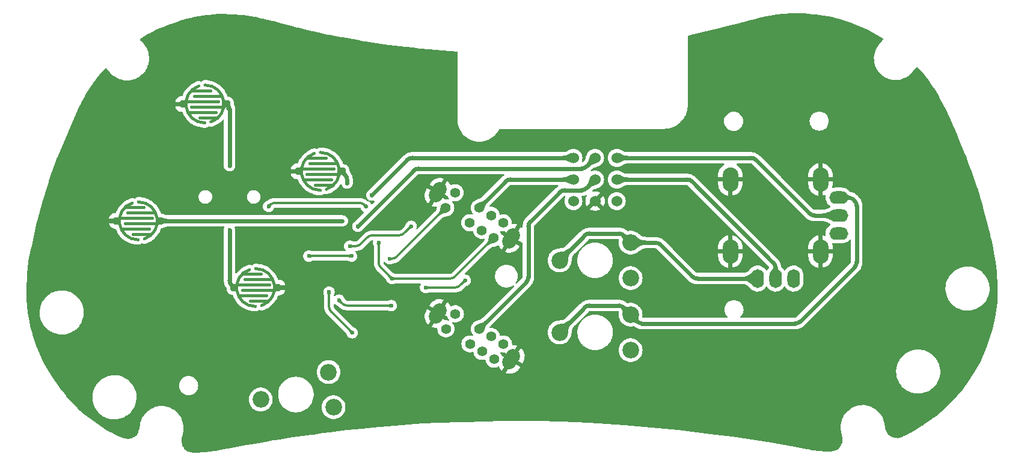
<source format=gbr>
%TF.GenerationSoftware,KiCad,Pcbnew,(6.99.0-2899-g66b8ecb467)*%
%TF.CreationDate,2022-08-21T04:15:40+02:00*%
%TF.ProjectId,Vectrex Pad miniNeoGeo-rounded-jlcpcb,56656374-7265-4782-9050-6164206d696e,1.3*%
%TF.SameCoordinates,Original*%
%TF.FileFunction,Copper,L2,Bot*%
%TF.FilePolarity,Positive*%
%FSLAX46Y46*%
G04 Gerber Fmt 4.6, Leading zero omitted, Abs format (unit mm)*
G04 Created by KiCad (PCBNEW (6.99.0-2899-g66b8ecb467)) date 2022-08-21 04:15:40*
%MOMM*%
%LPD*%
G01*
G04 APERTURE LIST*
G04 Aperture macros list*
%AMRoundRect*
0 Rectangle with rounded corners*
0 $1 Rounding radius*
0 $2 $3 $4 $5 $6 $7 $8 $9 X,Y pos of 4 corners*
0 Add a 4 corners polygon primitive as box body*
4,1,4,$2,$3,$4,$5,$6,$7,$8,$9,$2,$3,0*
0 Add four circle primitives for the rounded corners*
1,1,$1+$1,$2,$3*
1,1,$1+$1,$4,$5*
1,1,$1+$1,$6,$7*
1,1,$1+$1,$8,$9*
0 Add four rect primitives between the rounded corners*
20,1,$1+$1,$2,$3,$4,$5,0*
20,1,$1+$1,$4,$5,$6,$7,0*
20,1,$1+$1,$6,$7,$8,$9,0*
20,1,$1+$1,$8,$9,$2,$3,0*%
%AMHorizOval*
0 Thick line with rounded ends*
0 $1 width*
0 $2 $3 position (X,Y) of the first rounded end (center of the circle)*
0 $4 $5 position (X,Y) of the second rounded end (center of the circle)*
0 Add line between two ends*
20,1,$1,$2,$3,$4,$5,0*
0 Add two circle primitives to create the rounded ends*
1,1,$1,$2,$3*
1,1,$1,$4,$5*%
G04 Aperture macros list end*
%TA.AperFunction,EtchedComponent*%
%ADD10C,0.381000*%
%TD*%
%TA.AperFunction,ComponentPad*%
%ADD11O,1.778000X2.667000*%
%TD*%
%TA.AperFunction,ComponentPad*%
%ADD12O,2.222000X3.429000*%
%TD*%
%TA.AperFunction,ComponentPad*%
%ADD13O,2.667000X1.778000*%
%TD*%
%TA.AperFunction,SMDPad,CuDef*%
%ADD14RoundRect,0.250000X-0.250000X-0.250000X0.250000X-0.250000X0.250000X0.250000X-0.250000X0.250000X0*%
%TD*%
%TA.AperFunction,SMDPad,CuDef*%
%ADD15RoundRect,0.250000X0.250000X0.250000X-0.250000X0.250000X-0.250000X-0.250000X0.250000X-0.250000X0*%
%TD*%
%TA.AperFunction,ComponentPad*%
%ADD16C,2.340000*%
%TD*%
%TA.AperFunction,ComponentPad*%
%ADD17C,1.400000*%
%TD*%
%TA.AperFunction,ComponentPad*%
%ADD18HorizOval,2.000000X0.265699X0.423561X-0.265699X-0.423561X0*%
%TD*%
%TA.AperFunction,ComponentPad*%
%ADD19C,1.524000*%
%TD*%
%TA.AperFunction,ViaPad*%
%ADD20C,0.800000*%
%TD*%
%TA.AperFunction,ViaPad*%
%ADD21C,0.600000*%
%TD*%
%TA.AperFunction,Conductor*%
%ADD22C,0.600000*%
%TD*%
%TA.AperFunction,Conductor*%
%ADD23C,0.350000*%
%TD*%
G04 APERTURE END LIST*
D10*
%TO.C,SW2*%
X114630200Y-85979000D02*
X119202200Y-85979000D01*
X115011200Y-87503000D02*
X118821200Y-87503000D01*
X115497200Y-84455000D02*
X118059200Y-84455000D01*
X119097200Y-88265000D02*
X116535200Y-88265000D01*
X119583200Y-85217000D02*
X115773200Y-85217000D01*
X119964200Y-86741000D02*
X115392200Y-86741000D01*
X118139036Y-88890652D02*
G75*
G03*
X117297200Y-83693000I-841836J2530652D01*
G01*
X116455364Y-83829348D02*
G75*
G03*
X117297200Y-89027000I841836J-2530652D01*
G01*
%TO.C,SW3*%
X112826800Y-60858400D02*
X108254800Y-60858400D01*
X112445800Y-59334400D02*
X108635800Y-59334400D01*
X111959800Y-62382400D02*
X109397800Y-62382400D01*
X108359800Y-58572400D02*
X110921800Y-58572400D01*
X107873800Y-61620400D02*
X111683800Y-61620400D01*
X107492800Y-60096400D02*
X112064800Y-60096400D01*
X109317964Y-57946748D02*
G75*
G03*
X110159800Y-63144400I841836J-2530652D01*
G01*
X111001636Y-63008052D02*
G75*
G03*
X110159800Y-57810400I-841836J2530652D01*
G01*
%TO.C,SW1*%
X129082800Y-70358000D02*
X124510800Y-70358000D01*
X128701800Y-68834000D02*
X124891800Y-68834000D01*
X128215800Y-71882000D02*
X125653800Y-71882000D01*
X124615800Y-68072000D02*
X127177800Y-68072000D01*
X124129800Y-71120000D02*
X127939800Y-71120000D01*
X123748800Y-69596000D02*
X128320800Y-69596000D01*
X125573964Y-67446348D02*
G75*
G03*
X126415800Y-72644000I841836J-2530652D01*
G01*
X127257636Y-72507652D02*
G75*
G03*
X126415800Y-67310000I-841836J2530652D01*
G01*
%TO.C,SW4*%
X103454200Y-77343000D02*
X98882200Y-77343000D01*
X103073200Y-75819000D02*
X99263200Y-75819000D01*
X102587200Y-78867000D02*
X100025200Y-78867000D01*
X98987200Y-75057000D02*
X101549200Y-75057000D01*
X98501200Y-78105000D02*
X102311200Y-78105000D01*
X98120200Y-76581000D02*
X102692200Y-76581000D01*
X99945364Y-74431348D02*
G75*
G03*
X100787200Y-79629000I841836J-2530652D01*
G01*
X101629036Y-79492652D02*
G75*
G03*
X100787200Y-74295000I-841836J2530652D01*
G01*
%TD*%
D11*
%TO.P,VR1,H1,H+*%
%TO.N,Net-(RV1-Pad2)*%
X187959999Y-85089999D03*
%TO.P,VR1,H2,H*%
%TO.N,/Brun*%
X190499999Y-85089999D03*
%TO.P,VR1,H3,H-*%
%TO.N,Net-(R3-Pad1)*%
X193039999Y-85089999D03*
D12*
%TO.P,VR1,S1,SHIELD*%
%TO.N,GND*%
X196849999Y-71119999D03*
%TO.P,VR1,S2,SHIELD*%
X196849999Y-81279999D03*
%TO.P,VR1,S3,SHIELD*%
X184149999Y-81279999D03*
%TO.P,VR1,S4,SHIELD*%
X184149999Y-71119999D03*
D13*
%TO.P,VR1,V1,V+*%
%TO.N,Net-(RV2-Pad2)*%
X199389999Y-73659999D03*
%TO.P,VR1,V2,V*%
%TO.N,/Green*%
X199389999Y-76199999D03*
%TO.P,VR1,V3,V-*%
%TO.N,Net-(R4-Pad1)*%
X199389999Y-78739999D03*
%TD*%
D14*
%TO.P,SW2,1,1*%
%TO.N,Net-(SW2-Pad1)*%
X114249200Y-86360000D03*
%TO.P,SW2,2,2*%
%TO.N,GND*%
X120345200Y-86360000D03*
%TD*%
D15*
%TO.P,SW3,1,1*%
%TO.N,Net-(SW3-Pad1)*%
X113207800Y-60477400D03*
%TO.P,SW3,2,2*%
%TO.N,GND*%
X107111800Y-60477400D03*
%TD*%
D16*
%TO.P,RV1,1,1*%
%TO.N,Net-(R1-Pad2)*%
X170100000Y-85025000D03*
%TO.P,RV1,2,2*%
%TO.N,Net-(RV1-Pad2)*%
X160100000Y-82525000D03*
%TO.P,RV1,3,3*%
X170100000Y-80025000D03*
%TD*%
%TO.P,RV2,1,1*%
%TO.N,Net-(R2-Pad2)*%
X170100000Y-95185000D03*
%TO.P,RV2,2,2*%
%TO.N,Net-(RV2-Pad2)*%
X160100000Y-92685000D03*
%TO.P,RV2,3,3*%
X170100000Y-90185000D03*
%TD*%
D15*
%TO.P,SW1,1,1*%
%TO.N,Net-(R9-Pad2)*%
X129463800Y-69977000D03*
%TO.P,SW1,2,2*%
%TO.N,GND*%
X123367800Y-69977000D03*
%TD*%
D17*
%TO.P,SW6,1,1*%
%TO.N,Net-(SW6-Pad1)*%
X152199693Y-94317990D03*
%TO.P,SW6,2,2*%
%TO.N,Net-(SW6-Pad2)*%
X150505449Y-93255193D03*
%TO.P,SW6,3,3*%
%TO.N,/Orange*%
X148811205Y-92192396D03*
%TO.P,SW6,4,4*%
%TO.N,Net-(SW6-Pad4)*%
X145422718Y-90066801D03*
%TO.P,SW6,5,5*%
%TO.N,Net-(SW6-Pad1)*%
X150871196Y-96435795D03*
%TO.P,SW6,6,6*%
%TO.N,Net-(SW6-Pad2)*%
X149176953Y-95372998D03*
%TO.P,SW6,7,7*%
%TO.N,/Orange*%
X147482709Y-94310200D03*
%TO.P,SW6,8,8*%
%TO.N,Net-(SW6-Pad4)*%
X144094221Y-92184606D03*
D18*
%TO.P,SW6,9,Shield*%
%TO.N,GND*%
X153314400Y-96492828D03*
X142979512Y-90009766D03*
%TD*%
D19*
%TO.P,J1,1,1*%
%TO.N,/Red*%
X162052000Y-71120000D03*
%TO.P,J1,2,2*%
%TO.N,/Black*%
X165100000Y-68072000D03*
%TO.P,J1,3,3*%
%TO.N,/Grey*%
X162052000Y-68072000D03*
%TO.P,J1,4,4*%
%TO.N,/Orange*%
X165100000Y-71120000D03*
%TO.P,J1,5,5*%
%TO.N,/Brun*%
X168148000Y-71120000D03*
%TO.P,J1,6,6*%
%TO.N,/Green*%
X168148000Y-68072000D03*
%TO.P,J1,7,7*%
%TO.N,+5V*%
X162052000Y-74168000D03*
%TO.P,J1,8,8*%
%TO.N,GND*%
X165100000Y-74168000D03*
%TO.P,J1,9,9*%
%TO.N,-5V*%
X168148000Y-74168000D03*
%TD*%
D15*
%TO.P,SW4,1,1*%
%TO.N,Net-(R10-Pad2)*%
X103835200Y-76962000D03*
%TO.P,SW4,2,2*%
%TO.N,GND*%
X97739200Y-76962000D03*
%TD*%
D17*
%TO.P,SW5,1,1*%
%TO.N,Net-(SW5-Pad1)*%
X152174272Y-77241184D03*
%TO.P,SW5,2,2*%
%TO.N,Net-(SW5-Pad2)*%
X150480028Y-76178387D03*
%TO.P,SW5,3,3*%
%TO.N,/Red*%
X148785784Y-75115590D03*
%TO.P,SW5,4,4*%
%TO.N,Net-(SW5-Pad4)*%
X145397297Y-72989995D03*
%TO.P,SW5,5,5*%
%TO.N,Net-(SW5-Pad1)*%
X150845775Y-79358989D03*
%TO.P,SW5,6,6*%
%TO.N,Net-(SW5-Pad2)*%
X149151532Y-78296192D03*
%TO.P,SW5,7,7*%
%TO.N,/Red*%
X147457288Y-77233394D03*
%TO.P,SW5,8,8*%
%TO.N,Net-(SW5-Pad4)*%
X144068800Y-75107800D03*
D18*
%TO.P,SW5,9,Shield*%
%TO.N,GND*%
X153288979Y-79416022D03*
X142954091Y-72932960D03*
%TD*%
D16*
%TO.P,RV5,1,1*%
%TO.N,Net-(R8-Pad1)*%
X128270000Y-103225600D03*
%TO.P,RV5,2,2*%
X118019387Y-102141661D03*
%TO.P,RV5,3,3*%
%TO.N,Net-(R5-Pad2)*%
X127574134Y-98274260D03*
%TD*%
D20*
%TO.N,GND*%
X150114000Y-86106000D03*
X172085000Y-66040000D03*
X151765000Y-101600000D03*
X213360000Y-80645000D03*
X173990000Y-94996000D03*
X110490000Y-97155000D03*
X160020000Y-80264000D03*
X131750000Y-85080000D03*
X158242000Y-72644000D03*
X139547600Y-76200000D03*
X135255000Y-91186000D03*
X90170000Y-81915000D03*
X125984000Y-75641200D03*
X130937000Y-76454000D03*
X129032000Y-75641200D03*
X160020000Y-87630000D03*
X123825000Y-92456000D03*
X175895000Y-76200000D03*
X209550000Y-61595000D03*
X168910000Y-101600000D03*
X139700000Y-59055000D03*
X171450000Y-87630000D03*
X181610000Y-89535000D03*
X161925000Y-95250000D03*
X187325000Y-89535000D03*
X125730000Y-87630000D03*
X109855000Y-81915000D03*
X135890000Y-101600000D03*
X120294400Y-75641200D03*
X144780000Y-80645000D03*
X93980000Y-71755000D03*
X193675000Y-52705000D03*
D21*
X133502400Y-80314800D03*
D20*
X139065000Y-92354400D03*
X102870000Y-89535000D03*
X98425000Y-62230000D03*
X92710000Y-97155000D03*
X133350000Y-87630000D03*
X182245000Y-55880000D03*
X150495000Y-71247000D03*
X111125000Y-52705000D03*
X142240000Y-83312000D03*
X160274000Y-74803000D03*
X118110000Y-68580000D03*
X127304800Y-84582000D03*
X125222000Y-62484000D03*
X209550000Y-90170000D03*
X213360000Y-71755000D03*
X139700000Y-73025000D03*
D21*
X131460000Y-71900000D03*
D20*
X140208000Y-81280000D03*
X171450000Y-82550000D03*
X126365000Y-55245000D03*
X139446000Y-87655400D03*
X201930000Y-97155000D03*
D21*
%TO.N,/Black*%
X131699000Y-77724000D03*
%TO.N,/Grey*%
X133672500Y-73337500D03*
%TO.N,Net-(SW5-Pad4)*%
X136144000Y-82296000D03*
%TO.N,+5V*%
X127635000Y-86995000D03*
X130905250Y-92741750D03*
%TO.N,Net-(SW5-Pad1)*%
X136480000Y-85090000D03*
X134620000Y-80010000D03*
%TO.N,Net-(SW6-Pad1)*%
X146812000Y-85344000D03*
X139192000Y-77724000D03*
X130556000Y-80518000D03*
X141224000Y-86360000D03*
%TO.N,Net-(R6-Pad2)*%
X124790200Y-81915000D03*
X130810000Y-81915000D03*
%TO.N,Net-(R7-Pad2)*%
X132842000Y-74930000D03*
X119126000Y-74930000D03*
%TO.N,Net-(R9-Pad2)*%
X130175000Y-71628000D03*
%TO.N,Net-(R10-Pad2)*%
X129510000Y-76962000D03*
%TO.N,Net-(U1-Pad3)*%
X129032000Y-88138000D03*
X136398000Y-88900000D03*
%TO.N,Net-(SW2-Pad1)*%
X113630000Y-78232000D03*
%TO.N,Net-(SW3-Pad1)*%
X113630000Y-69180000D03*
%TD*%
D22*
%TO.N,GND*%
X123367800Y-69977000D02*
X120954800Y-69977000D01*
X107111800Y-60477400D02*
X102895400Y-60477400D01*
X97739200Y-76962000D02*
X94411800Y-76962000D01*
X120345200Y-86360000D02*
X122428000Y-86360000D01*
%TO.N,Net-(RV1-Pad2)*%
X178777107Y-84797107D02*
X174297893Y-80317893D01*
X173590786Y-80025000D02*
X170100000Y-80025000D01*
X168580337Y-78740000D02*
X164299214Y-78740000D01*
X187960000Y-85090000D02*
X179484214Y-85090000D01*
X163592107Y-79032893D02*
X160100000Y-82525000D01*
X170100000Y-80025000D02*
X168980932Y-78905932D01*
X174297900Y-80317886D02*
G75*
G03*
X173590786Y-80025000I-707100J-707114D01*
G01*
X168980908Y-78905956D02*
G75*
G03*
X168580337Y-78740000I-400608J-400544D01*
G01*
X164299214Y-78740010D02*
G75*
G03*
X163592107Y-79032893I-14J-999990D01*
G01*
X178777100Y-84797114D02*
G75*
G03*
X179484214Y-85090000I707100J707114D01*
G01*
%TO.N,/Red*%
X152488481Y-71412893D02*
X148785784Y-75115590D01*
X162052000Y-71120000D02*
X153195588Y-71120000D01*
X153195588Y-71119992D02*
G75*
G03*
X152488482Y-71412894I12J-1000008D01*
G01*
%TO.N,/Black*%
X165100000Y-68072000D02*
X163868893Y-69303107D01*
X139534107Y-69888893D02*
X131699000Y-77724000D01*
X163161786Y-69596000D02*
X140241214Y-69596000D01*
X140241214Y-69596010D02*
G75*
G03*
X139534107Y-69888893I-14J-999990D01*
G01*
X163161786Y-69595990D02*
G75*
G03*
X163868893Y-69303107I14J999990D01*
G01*
%TO.N,/Grey*%
X162052000Y-68072000D02*
X139352214Y-68072000D01*
X138645107Y-68364893D02*
X133672500Y-73337500D01*
X139352214Y-68072010D02*
G75*
G03*
X138645107Y-68364893I-14J-999990D01*
G01*
%TO.N,/Orange*%
X160815214Y-72644000D02*
X163161786Y-72644000D01*
X155994893Y-77050107D02*
X160108107Y-72936893D01*
X163868893Y-72351107D02*
X165100000Y-71120000D01*
X148811205Y-92192396D02*
X155409107Y-85594494D01*
X155702000Y-84887387D02*
X155702000Y-77757214D01*
X155994886Y-77050100D02*
G75*
G03*
X155702000Y-77757214I707114J-707100D01*
G01*
X160815214Y-72644010D02*
G75*
G03*
X160108107Y-72936893I-14J-999990D01*
G01*
X155409113Y-85594500D02*
G75*
G03*
X155702000Y-84887387I-707113J707100D01*
G01*
X163161786Y-72643990D02*
G75*
G03*
X163868893Y-72351107I14J999990D01*
G01*
%TO.N,/Brun*%
X190207107Y-82863607D02*
X178756393Y-71412893D01*
X178049286Y-71120000D02*
X168148000Y-71120000D01*
X190500000Y-85090000D02*
X190500000Y-83570714D01*
X190499990Y-83570714D02*
G75*
G03*
X190207107Y-82863607I-999990J14D01*
G01*
X178756400Y-71412886D02*
G75*
G03*
X178049286Y-71120000I-707100J-707114D01*
G01*
%TO.N,/Green*%
X187744893Y-68364893D02*
X195287107Y-75907107D01*
X168148000Y-68072000D02*
X187037786Y-68072000D01*
X195994214Y-76200000D02*
X199390000Y-76200000D01*
X187744900Y-68364886D02*
G75*
G03*
X187037786Y-68072000I-707100J-707114D01*
G01*
X195287100Y-75907114D02*
G75*
G03*
X195994214Y-76200000I707100J707114D01*
G01*
D23*
%TO.N,Net-(SW5-Pad4)*%
X137173493Y-82003107D02*
X144068800Y-75107800D01*
X136144000Y-82296000D02*
X136466386Y-82296000D01*
X136466386Y-82295990D02*
G75*
G03*
X137173493Y-82003107I14J999990D01*
G01*
D22*
%TO.N,Net-(RV2-Pad2)*%
X169007330Y-89092330D02*
X170100000Y-90185000D01*
X201930000Y-82770786D02*
X201930000Y-74836214D01*
X201637107Y-74129107D02*
X201388991Y-73880991D01*
X171651884Y-91440000D02*
X193260786Y-91440000D01*
X164299214Y-88900000D02*
X168543004Y-88900000D01*
X193967893Y-91147107D02*
X201637107Y-83477893D01*
X160100000Y-92685000D02*
X163592107Y-89192893D01*
X200855471Y-73660000D02*
X199390000Y-73660000D01*
X170100000Y-90185000D02*
X171145071Y-91230071D01*
X171145088Y-91230054D02*
G75*
G03*
X171651884Y-91440000I506812J506754D01*
G01*
X201637114Y-83477900D02*
G75*
G03*
X201930000Y-82770786I-707114J707100D01*
G01*
X201389003Y-73880979D02*
G75*
G03*
X200855471Y-73660000I-533503J-533521D01*
G01*
X201929990Y-74836214D02*
G75*
G03*
X201637107Y-74129107I-999990J14D01*
G01*
X193260786Y-91439990D02*
G75*
G03*
X193967893Y-91147107I14J999990D01*
G01*
X164299214Y-88900010D02*
G75*
G03*
X163592107Y-89192893I-14J-999990D01*
G01*
X169007337Y-89092323D02*
G75*
G03*
X168543004Y-88900000I-464337J-464377D01*
G01*
D23*
%TO.N,+5V*%
X127635000Y-89057286D02*
X127635000Y-86995000D01*
X130905250Y-92741750D02*
X127927893Y-89764393D01*
X127635010Y-89057286D02*
G75*
G03*
X127927893Y-89764393I999990J-14D01*
G01*
%TO.N,Net-(SW5-Pad1)*%
X144700550Y-85090000D02*
X136480000Y-85090000D01*
X134620000Y-80010000D02*
X134620000Y-82815786D01*
X134912893Y-83522893D02*
X136480000Y-85090000D01*
X150845775Y-79358989D02*
X145407657Y-84797107D01*
X134620010Y-82815786D02*
G75*
G03*
X134912893Y-83522893I999990J-14D01*
G01*
X144700550Y-85089964D02*
G75*
G03*
X145407656Y-84797106I50J999964D01*
G01*
%TO.N,Net-(SW6-Pad1)*%
X146812000Y-85344000D02*
X146088893Y-86067107D01*
X133764214Y-78994000D02*
X137507786Y-78994000D01*
X145381786Y-86360000D02*
X141224000Y-86360000D01*
X130556000Y-80518000D02*
X131411786Y-80518000D01*
X132118893Y-80225107D02*
X133057107Y-79286893D01*
X138214893Y-78701107D02*
X139192000Y-77724000D01*
X133764214Y-78994010D02*
G75*
G03*
X133057107Y-79286893I-14J-999990D01*
G01*
X131411786Y-80517990D02*
G75*
G03*
X132118893Y-80225107I14J999990D01*
G01*
X137507786Y-78993990D02*
G75*
G03*
X138214893Y-78701107I14J999990D01*
G01*
X145381786Y-86359990D02*
G75*
G03*
X146088893Y-86067107I14J999990D01*
G01*
%TO.N,Net-(R6-Pad2)*%
X130810000Y-81915000D02*
X124790200Y-81915000D01*
%TO.N,Net-(R7-Pad2)*%
X131919786Y-74422000D02*
X119913220Y-74422000D01*
X132842000Y-74930000D02*
X132626893Y-74714893D01*
X119436562Y-74619438D02*
X119126000Y-74930000D01*
X119913220Y-74422016D02*
G75*
G03*
X119436563Y-74619439I-20J-674084D01*
G01*
X132626900Y-74714886D02*
G75*
G03*
X131919786Y-74422000I-707100J-707114D01*
G01*
D22*
%TO.N,Net-(R9-Pad2)*%
X129463800Y-70027800D02*
X129882107Y-70446107D01*
D23*
X129463800Y-69977000D02*
X129463800Y-70027800D01*
D22*
X130175000Y-71153214D02*
X130175000Y-71628000D01*
X130174990Y-71153214D02*
G75*
G03*
X129882107Y-70446107I-999990J14D01*
G01*
%TO.N,Net-(R10-Pad2)*%
X103835200Y-76962000D02*
X129510000Y-76962000D01*
D23*
%TO.N,Net-(U1-Pad3)*%
X130208214Y-88900000D02*
X136398000Y-88900000D01*
X129032000Y-88138000D02*
X129501107Y-88607107D01*
X129501100Y-88607114D02*
G75*
G03*
X130208214Y-88900000I707100J707114D01*
G01*
D22*
%TO.N,Net-(SW2-Pad1)*%
X113630000Y-78232000D02*
X113630000Y-84998000D01*
X114249200Y-86360000D02*
X113922893Y-86033693D01*
X113630000Y-85326586D02*
X113630000Y-84998000D01*
X113630010Y-85326586D02*
G75*
G03*
X113922893Y-86033693I999990J-14D01*
G01*
%TO.N,Net-(SW3-Pad1)*%
X113207800Y-60477400D02*
X113374727Y-60644327D01*
X113630000Y-61260611D02*
X113630000Y-65000000D01*
X113630000Y-69180000D02*
X113630000Y-65000000D01*
X113629979Y-61260611D02*
G75*
G03*
X113374726Y-60644328I-871579J11D01*
G01*
%TD*%
%TA.AperFunction,Conductor*%
%TO.N,GND*%
G36*
X193931546Y-47668144D02*
G01*
X194054728Y-47674303D01*
X194054813Y-47674312D01*
X194055648Y-47674539D01*
X194069570Y-47675113D01*
X194076960Y-47675418D01*
X194077688Y-47675451D01*
X194099029Y-47676518D01*
X194099887Y-47676367D01*
X194099953Y-47676366D01*
X194180439Y-47679685D01*
X194317577Y-47685340D01*
X194322199Y-47685639D01*
X194435613Y-47695646D01*
X194465734Y-47698303D01*
X194465744Y-47698305D01*
X194466010Y-47698390D01*
X194478904Y-47699491D01*
X194487911Y-47700261D01*
X194488182Y-47700285D01*
X194509643Y-47702178D01*
X194509644Y-47702178D01*
X194510460Y-47702250D01*
X194510742Y-47702211D01*
X194510755Y-47702212D01*
X195198113Y-47760919D01*
X195200840Y-47761190D01*
X195299011Y-47772334D01*
X195663663Y-47813727D01*
X195665622Y-47813969D01*
X196040068Y-47864055D01*
X196040189Y-47864077D01*
X196041237Y-47864455D01*
X196044134Y-47864809D01*
X196044138Y-47864810D01*
X196061991Y-47866993D01*
X196063098Y-47867135D01*
X196079917Y-47869384D01*
X196083809Y-47869905D01*
X196084917Y-47869804D01*
X196085033Y-47869812D01*
X196769270Y-47953494D01*
X196769598Y-47953535D01*
X197231162Y-48011546D01*
X197233009Y-48011796D01*
X197424229Y-48039496D01*
X197764881Y-48088843D01*
X197770707Y-48089866D01*
X198445502Y-48229307D01*
X198448606Y-48230002D01*
X199194846Y-48409699D01*
X199200424Y-48411216D01*
X199357072Y-48458784D01*
X200157590Y-48701873D01*
X200160710Y-48702877D01*
X200895248Y-48952772D01*
X200895227Y-48952833D01*
X200895432Y-48952835D01*
X201219398Y-49063765D01*
X201538945Y-49173182D01*
X201544559Y-49175296D01*
X202792309Y-49688928D01*
X202798042Y-49691504D01*
X203423247Y-49996605D01*
X203424103Y-49997028D01*
X204333209Y-50451580D01*
X204335794Y-50452920D01*
X204793113Y-50698643D01*
X204834543Y-50720904D01*
X204839679Y-50723865D01*
X204925854Y-50777054D01*
X205359744Y-51044863D01*
X205361812Y-51046175D01*
X205626303Y-51218605D01*
X205664724Y-51266224D01*
X205667818Y-51327331D01*
X205653530Y-51358040D01*
X205519811Y-51550431D01*
X205514216Y-51557732D01*
X205386634Y-51709100D01*
X205386325Y-51709435D01*
X205384598Y-51710800D01*
X205381398Y-51714776D01*
X205381393Y-51714782D01*
X205372578Y-51725737D01*
X205371144Y-51727478D01*
X205362074Y-51738238D01*
X205362065Y-51738251D01*
X205358773Y-51742156D01*
X205357764Y-51744114D01*
X205357495Y-51744480D01*
X205259738Y-51865960D01*
X205205518Y-51933338D01*
X205200257Y-51939362D01*
X205092075Y-52053545D01*
X204887574Y-52323753D01*
X204886172Y-52326108D01*
X204886168Y-52326114D01*
X204818654Y-52439523D01*
X204714231Y-52614932D01*
X204713094Y-52617437D01*
X204713093Y-52617439D01*
X204576421Y-52918563D01*
X204574177Y-52923506D01*
X204573328Y-52926109D01*
X204573326Y-52926115D01*
X204552027Y-52991441D01*
X204469132Y-53245684D01*
X204400385Y-53577508D01*
X204368782Y-53914901D01*
X204374711Y-54253720D01*
X204418099Y-54589801D01*
X204418750Y-54592468D01*
X204482532Y-54853917D01*
X204498413Y-54919017D01*
X204535839Y-55021491D01*
X204608188Y-55219584D01*
X204614666Y-55237322D01*
X204765430Y-55540807D01*
X204948854Y-55825744D01*
X205162684Y-56088632D01*
X205262740Y-56187032D01*
X205402328Y-56324310D01*
X205402333Y-56324314D01*
X205404292Y-56326241D01*
X205670712Y-56535654D01*
X205958670Y-56714297D01*
X206111649Y-56787136D01*
X206262150Y-56858796D01*
X206262155Y-56858798D01*
X206264629Y-56859976D01*
X206267223Y-56860875D01*
X206267224Y-56860875D01*
X206365117Y-56894787D01*
X206584830Y-56970901D01*
X206587498Y-56971505D01*
X206587502Y-56971506D01*
X206731418Y-57004080D01*
X206915340Y-57045709D01*
X206918065Y-57046015D01*
X206918067Y-57046015D01*
X207249377Y-57083178D01*
X207249381Y-57083178D01*
X207252098Y-57083483D01*
X207421206Y-57083619D01*
X207588230Y-57083754D01*
X207588234Y-57083754D01*
X207590968Y-57083756D01*
X207927787Y-57046527D01*
X207930460Y-57045926D01*
X207930463Y-57045926D01*
X208255739Y-56972855D01*
X208255742Y-56972854D01*
X208258418Y-56972253D01*
X208404780Y-56921815D01*
X208576205Y-56862740D01*
X208576212Y-56862737D01*
X208578798Y-56861846D01*
X208581265Y-56860676D01*
X208581273Y-56860673D01*
X208882514Y-56717836D01*
X208884992Y-56716661D01*
X208887321Y-56715221D01*
X208887329Y-56715217D01*
X209170902Y-56539928D01*
X209173238Y-56538484D01*
X209176851Y-56535654D01*
X209437835Y-56331195D01*
X209439996Y-56329502D01*
X209445293Y-56324310D01*
X209541489Y-56230011D01*
X209681988Y-56092283D01*
X209683718Y-56090165D01*
X209683724Y-56090158D01*
X209776492Y-55976557D01*
X209778921Y-55973745D01*
X209782781Y-55970372D01*
X209791099Y-55958918D01*
X209794497Y-55954506D01*
X209808207Y-55937706D01*
X209814374Y-55930149D01*
X209815943Y-55924925D01*
X209816915Y-55923367D01*
X209949481Y-55740819D01*
X209950488Y-55739459D01*
X210223308Y-55377308D01*
X210232377Y-55366872D01*
X210331731Y-55267518D01*
X210386248Y-55239741D01*
X210446680Y-55249312D01*
X210473103Y-55268910D01*
X211073407Y-55893323D01*
X211078753Y-55899358D01*
X211426970Y-56326241D01*
X211699143Y-56659901D01*
X211827925Y-56817777D01*
X211832721Y-56824166D01*
X212816553Y-58251448D01*
X212851725Y-58302474D01*
X212855100Y-58307716D01*
X213441478Y-59285012D01*
X213674961Y-59674150D01*
X213678591Y-59680758D01*
X214538908Y-61398877D01*
X214540937Y-61403187D01*
X215378830Y-63301421D01*
X215390386Y-63327601D01*
X215390432Y-63327721D01*
X215390664Y-63328847D01*
X215391909Y-63331581D01*
X215399305Y-63347823D01*
X215399777Y-63348876D01*
X215403621Y-63357583D01*
X215408197Y-63367951D01*
X215408880Y-63368868D01*
X215408937Y-63368978D01*
X215725419Y-64064035D01*
X216165862Y-65031336D01*
X216200562Y-65107545D01*
X216201897Y-65110614D01*
X217140877Y-67373278D01*
X217141762Y-67375488D01*
X217325769Y-67851932D01*
X217566325Y-68474801D01*
X217566866Y-68476234D01*
X217999579Y-69650380D01*
X218000114Y-69651869D01*
X218024920Y-69722646D01*
X218545920Y-71209163D01*
X218552679Y-71228449D01*
X218552870Y-71229000D01*
X218931970Y-72335974D01*
X218932966Y-72339047D01*
X219313917Y-73585339D01*
X219314068Y-73585832D01*
X219314691Y-73587957D01*
X219618546Y-74669173D01*
X219935786Y-75808703D01*
X220338467Y-77291069D01*
X220341090Y-77300725D01*
X220341661Y-77302929D01*
X220593048Y-78321822D01*
X220627640Y-78462028D01*
X220627779Y-78462598D01*
X220880055Y-79514585D01*
X220881343Y-79519957D01*
X220881456Y-79520435D01*
X221072559Y-80338745D01*
X221078166Y-80362756D01*
X221078909Y-80366217D01*
X221182062Y-80892908D01*
X221293011Y-81459401D01*
X221293485Y-81462006D01*
X221429575Y-82270984D01*
X221429824Y-82272539D01*
X221517837Y-82851954D01*
X221517894Y-82852487D01*
X221517777Y-82854883D01*
X221521071Y-82873446D01*
X221521470Y-82875872D01*
X221524306Y-82894544D01*
X221525186Y-82896778D01*
X221525303Y-82897304D01*
X221604201Y-83342004D01*
X221604958Y-83347018D01*
X221630978Y-83555176D01*
X221631485Y-83560316D01*
X221640407Y-83683852D01*
X221663681Y-84006117D01*
X221663824Y-84008497D01*
X221703286Y-84829808D01*
X221703286Y-84830121D01*
X221702999Y-84831933D01*
X221704324Y-84851713D01*
X221704425Y-84853479D01*
X221705375Y-84873267D01*
X221705870Y-84875041D01*
X221705905Y-84875345D01*
X221706710Y-84887377D01*
X221744994Y-85459240D01*
X221745082Y-85460720D01*
X221758713Y-85723282D01*
X221792551Y-86375084D01*
X221792633Y-86376666D01*
X221792735Y-86384267D01*
X221765783Y-87459885D01*
X221765621Y-87466364D01*
X221765611Y-87466503D01*
X221765327Y-87467674D01*
X221765220Y-87476042D01*
X221765060Y-87488452D01*
X221765038Y-87489585D01*
X221764517Y-87510401D01*
X221764756Y-87511583D01*
X221764761Y-87511711D01*
X221758736Y-87980132D01*
X221755013Y-88269597D01*
X221754675Y-88276598D01*
X221752212Y-88305965D01*
X221690390Y-89043068D01*
X221690288Y-89044280D01*
X221689597Y-89050298D01*
X221621191Y-89518702D01*
X221542133Y-90060048D01*
X221541306Y-90064871D01*
X221347975Y-91046589D01*
X221347397Y-91049322D01*
X221106642Y-92112658D01*
X221105014Y-92118895D01*
X220621665Y-93751766D01*
X220620710Y-93754991D01*
X220618378Y-93761918D01*
X220334794Y-94511390D01*
X220020966Y-95340791D01*
X220018695Y-95346289D01*
X219382106Y-96764832D01*
X219378588Y-96771901D01*
X219271559Y-96967071D01*
X218662195Y-98078265D01*
X218568081Y-98249884D01*
X218565201Y-98254796D01*
X217662213Y-99697068D01*
X217657391Y-99704079D01*
X216852966Y-100772494D01*
X216847198Y-100779467D01*
X216608395Y-101042685D01*
X216061762Y-101645205D01*
X215537766Y-102217011D01*
X215369809Y-102400292D01*
X215367317Y-102402914D01*
X214495872Y-103286704D01*
X214483769Y-103298978D01*
X214477405Y-103304889D01*
X213186885Y-104402082D01*
X213183517Y-104404820D01*
X213091814Y-104476092D01*
X212704274Y-104777288D01*
X212700374Y-104780168D01*
X212121831Y-105185900D01*
X212120433Y-105186863D01*
X211595753Y-105541123D01*
X211150950Y-105841451D01*
X211135511Y-105851875D01*
X211131442Y-105854480D01*
X210340811Y-106333878D01*
X210338639Y-106335157D01*
X209621054Y-106745646D01*
X209246357Y-106959989D01*
X209169219Y-107004115D01*
X209163611Y-107007088D01*
X209012690Y-107081009D01*
X208424909Y-107368901D01*
X208424877Y-107368917D01*
X208309006Y-107425619D01*
X208307116Y-107426519D01*
X208217442Y-107468075D01*
X208209651Y-107471290D01*
X208153331Y-107491771D01*
X208142901Y-107494925D01*
X208107895Y-107503440D01*
X208086325Y-107508687D01*
X208086281Y-107508695D01*
X208085647Y-107508708D01*
X208083945Y-107509134D01*
X208083937Y-107509135D01*
X208064706Y-107513943D01*
X208064095Y-107514094D01*
X208044739Y-107518802D01*
X208044734Y-107518804D01*
X208043022Y-107519220D01*
X208042449Y-107519506D01*
X208042427Y-107519513D01*
X207960923Y-107539889D01*
X207958428Y-107540429D01*
X207953913Y-107540745D01*
X207948593Y-107542357D01*
X207948594Y-107542357D01*
X207939349Y-107545158D01*
X207934650Y-107546457D01*
X207919896Y-107550145D01*
X207915862Y-107552191D01*
X207913432Y-107553011D01*
X207862365Y-107568486D01*
X207853072Y-107570818D01*
X207815909Y-107578251D01*
X207807860Y-107579518D01*
X207765890Y-107584361D01*
X207758081Y-107584951D01*
X207742576Y-107585504D01*
X207708083Y-107586736D01*
X207701946Y-107586765D01*
X207617907Y-107584553D01*
X207615803Y-107584475D01*
X207518331Y-107579833D01*
X207514339Y-107579562D01*
X207450830Y-107573959D01*
X207444884Y-107573434D01*
X207437747Y-107572542D01*
X207358967Y-107559767D01*
X207356010Y-107559241D01*
X207288848Y-107546241D01*
X207284218Y-107545229D01*
X207193502Y-107523103D01*
X207189277Y-107521972D01*
X207180870Y-107519520D01*
X207079188Y-107489863D01*
X207075634Y-107488752D01*
X206984487Y-107458369D01*
X206977875Y-107455901D01*
X206891555Y-107420110D01*
X206886353Y-107417775D01*
X206826121Y-107388631D01*
X206819175Y-107384922D01*
X206764327Y-107352770D01*
X206758824Y-107349296D01*
X206704491Y-107312428D01*
X206698939Y-107308370D01*
X206569284Y-107206498D01*
X206566472Y-107204203D01*
X206461822Y-107115477D01*
X206456740Y-107110855D01*
X206368093Y-107024369D01*
X206363004Y-107019019D01*
X206304010Y-106952160D01*
X206297903Y-106944506D01*
X206293417Y-106938275D01*
X206267748Y-106902625D01*
X206263450Y-106896130D01*
X206176918Y-106753467D01*
X206176050Y-106752009D01*
X206151046Y-106709146D01*
X206107415Y-106634349D01*
X206106661Y-106633033D01*
X206067729Y-106563821D01*
X206064250Y-106557036D01*
X206025939Y-106474667D01*
X206021574Y-106463581D01*
X205996065Y-106385232D01*
X205993563Y-106376070D01*
X205967058Y-106256799D01*
X205966532Y-106254283D01*
X205927773Y-106055645D01*
X205927092Y-106051738D01*
X205895473Y-105846207D01*
X205895330Y-105844966D01*
X205895451Y-105841518D01*
X205894407Y-105836068D01*
X205894407Y-105836062D01*
X205892232Y-105824705D01*
X205891616Y-105821138D01*
X205889860Y-105809722D01*
X205889859Y-105809720D01*
X205889014Y-105804225D01*
X205887743Y-105801017D01*
X205887462Y-105799800D01*
X205879563Y-105758551D01*
X205872253Y-105720375D01*
X205872201Y-105720017D01*
X205872231Y-105718030D01*
X205871247Y-105713403D01*
X205868169Y-105698934D01*
X205867769Y-105696956D01*
X205866477Y-105690211D01*
X205864094Y-105677765D01*
X205863293Y-105675940D01*
X205863199Y-105675579D01*
X205859806Y-105659630D01*
X205842173Y-105576757D01*
X205842187Y-105576620D01*
X205842146Y-105576629D01*
X205828671Y-105512879D01*
X205825803Y-105499312D01*
X205825088Y-105495573D01*
X205815901Y-105441987D01*
X205797782Y-105336312D01*
X205789314Y-105306684D01*
X205705831Y-105014616D01*
X205705830Y-105014614D01*
X205705088Y-105012017D01*
X205577704Y-104699714D01*
X205417139Y-104403102D01*
X205392541Y-104367532D01*
X205226827Y-104127908D01*
X205226825Y-104127906D01*
X205225295Y-104125693D01*
X205004444Y-103870773D01*
X204757200Y-103641360D01*
X204755052Y-103639763D01*
X204755044Y-103639757D01*
X204488665Y-103441786D01*
X204486492Y-103440171D01*
X204484167Y-103438808D01*
X204484158Y-103438802D01*
X204197847Y-103270950D01*
X204197843Y-103270948D01*
X204195525Y-103269589D01*
X203887746Y-103131634D01*
X203885180Y-103130805D01*
X203885175Y-103130803D01*
X203569366Y-103028768D01*
X203569360Y-103028766D01*
X203566799Y-103027939D01*
X203564166Y-103027395D01*
X203564161Y-103027394D01*
X203239125Y-102960278D01*
X203239119Y-102960277D01*
X203236484Y-102959733D01*
X202900714Y-102927822D01*
X202898014Y-102927860D01*
X202898011Y-102927860D01*
X202566155Y-102932548D01*
X202563465Y-102932586D01*
X202560795Y-102932916D01*
X202560796Y-102932916D01*
X202231406Y-102973636D01*
X202231403Y-102973637D01*
X202228730Y-102973967D01*
X201900474Y-103051476D01*
X201897946Y-103052373D01*
X201897944Y-103052373D01*
X201585127Y-103163293D01*
X201585122Y-103163295D01*
X201582584Y-103164195D01*
X201447686Y-103229296D01*
X201281260Y-103309612D01*
X201281254Y-103309615D01*
X201278824Y-103310788D01*
X201276539Y-103312216D01*
X201276535Y-103312218D01*
X201213314Y-103351723D01*
X200992791Y-103489520D01*
X200990676Y-103491186D01*
X200990674Y-103491188D01*
X200729994Y-103696604D01*
X200729989Y-103696608D01*
X200727874Y-103698275D01*
X200487208Y-103934580D01*
X200485515Y-103936650D01*
X200485510Y-103936655D01*
X200275346Y-104193556D01*
X200275341Y-104193563D01*
X200273645Y-104195636D01*
X200272181Y-104197886D01*
X200272179Y-104197889D01*
X200120792Y-104430582D01*
X200089713Y-104478353D01*
X200008849Y-104638369D01*
X199953100Y-104748690D01*
X199937590Y-104779381D01*
X199819078Y-105095158D01*
X199735580Y-105421942D01*
X199735203Y-105424590D01*
X199735202Y-105424597D01*
X199690051Y-105742043D01*
X199688085Y-105755864D01*
X199677156Y-106092970D01*
X199702922Y-106429267D01*
X199703416Y-106431906D01*
X199703417Y-106431913D01*
X199732596Y-106587768D01*
X199733830Y-106594360D01*
X199791056Y-106901949D01*
X199794111Y-106918371D01*
X199794566Y-106921017D01*
X199804077Y-106981250D01*
X199822173Y-107095860D01*
X199823201Y-107105290D01*
X199823362Y-107107938D01*
X199823364Y-107107947D01*
X199823701Y-107113497D01*
X199825265Y-107118833D01*
X199825783Y-107121797D01*
X199826276Y-107123991D01*
X199827070Y-107126874D01*
X199827937Y-107132365D01*
X199830004Y-107137524D01*
X199830995Y-107139998D01*
X199834097Y-107148965D01*
X199839904Y-107168778D01*
X199867921Y-107264369D01*
X199870667Y-107276526D01*
X199876432Y-107312445D01*
X199899456Y-107455901D01*
X199899545Y-107456458D01*
X199900185Y-107461169D01*
X199918759Y-107628332D01*
X199919221Y-107633972D01*
X199927756Y-107793986D01*
X199927756Y-107794053D01*
X199927644Y-107794727D01*
X199927758Y-107796617D01*
X199928944Y-107816308D01*
X199928982Y-107816988D01*
X199930026Y-107836562D01*
X199930028Y-107836578D01*
X199930128Y-107838456D01*
X199930315Y-107839111D01*
X199930321Y-107839164D01*
X199941551Y-108025586D01*
X199941637Y-108027238D01*
X199941791Y-108030773D01*
X199943722Y-108075179D01*
X199943758Y-108076016D01*
X199941564Y-108101475D01*
X199935449Y-108129427D01*
X199931301Y-108143378D01*
X199916566Y-108182227D01*
X199912556Y-108191376D01*
X199859770Y-108296949D01*
X199859370Y-108297673D01*
X199857600Y-108299965D01*
X199855266Y-108305008D01*
X199855266Y-108305009D01*
X199850011Y-108316366D01*
X199848712Y-108319064D01*
X199840645Y-108335199D01*
X199839959Y-108338012D01*
X199839646Y-108338767D01*
X199771918Y-108485148D01*
X199770169Y-108488737D01*
X199738265Y-108550948D01*
X199679623Y-108665299D01*
X199673514Y-108675619D01*
X199574548Y-108821818D01*
X199572777Y-108824348D01*
X199502361Y-108921688D01*
X199492792Y-108933021D01*
X199383082Y-109044762D01*
X199374935Y-109052183D01*
X199292859Y-109118990D01*
X199283048Y-109126027D01*
X199131672Y-109221177D01*
X199124265Y-109225399D01*
X198972161Y-109303625D01*
X198962530Y-109307946D01*
X198839177Y-109355555D01*
X198834837Y-109357114D01*
X198709014Y-109399056D01*
X198700768Y-109401414D01*
X198585970Y-109428901D01*
X198548173Y-109437951D01*
X198538083Y-109439820D01*
X198436507Y-109453236D01*
X198424789Y-109454080D01*
X198342419Y-109455116D01*
X198042162Y-109458893D01*
X198039917Y-109458895D01*
X197666939Y-109454941D01*
X197331200Y-109451382D01*
X197326824Y-109451239D01*
X196990808Y-109432799D01*
X196919775Y-109428901D01*
X196917851Y-109428776D01*
X196844957Y-109423341D01*
X196348251Y-109386305D01*
X196343909Y-109385885D01*
X196073787Y-109353728D01*
X195825070Y-109324119D01*
X195819802Y-109323346D01*
X195598231Y-109284723D01*
X195558264Y-109277756D01*
X195553447Y-109276793D01*
X194972880Y-109145619D01*
X194971269Y-109145195D01*
X194967712Y-109143669D01*
X194951595Y-109140723D01*
X194947571Y-109139901D01*
X194937013Y-109137515D01*
X194937007Y-109137514D01*
X194931593Y-109136291D01*
X194927722Y-109136299D01*
X194926079Y-109136059D01*
X194871195Y-109126027D01*
X192813599Y-108749934D01*
X192813416Y-108749856D01*
X192812847Y-108749753D01*
X192812838Y-108749751D01*
X192791397Y-108745876D01*
X192791259Y-108745851D01*
X192769349Y-108741846D01*
X192769156Y-108741855D01*
X192769149Y-108741854D01*
X189958682Y-108233818D01*
X189957952Y-108233654D01*
X189955365Y-108232638D01*
X189949868Y-108231808D01*
X189949867Y-108231808D01*
X189937338Y-108229917D01*
X189934502Y-108229447D01*
X189916536Y-108226199D01*
X189913760Y-108226326D01*
X189913017Y-108226245D01*
X184400822Y-107394120D01*
X184400276Y-107394013D01*
X184397985Y-107393180D01*
X184384408Y-107391480D01*
X184379344Y-107390846D01*
X184376866Y-107390504D01*
X184375789Y-107390341D01*
X184358252Y-107387694D01*
X184355819Y-107387876D01*
X184355258Y-107387830D01*
X181409714Y-107019019D01*
X176828781Y-106445441D01*
X176827800Y-106445279D01*
X176824810Y-106444302D01*
X176808618Y-106442817D01*
X176807259Y-106442692D01*
X176804004Y-106442339D01*
X176795058Y-106441219D01*
X176786495Y-106440147D01*
X176783367Y-106440460D01*
X176782366Y-106440408D01*
X169207654Y-105745596D01*
X169206984Y-105745506D01*
X169204459Y-105744757D01*
X169198922Y-105744402D01*
X169198918Y-105744401D01*
X169185974Y-105743571D01*
X169183277Y-105743361D01*
X169179955Y-105743056D01*
X169170441Y-105742183D01*
X169170438Y-105742183D01*
X169164899Y-105741675D01*
X169162288Y-105742024D01*
X169161634Y-105742010D01*
X164292287Y-105429646D01*
X164291559Y-105429569D01*
X164288877Y-105428857D01*
X164279966Y-105428544D01*
X164270639Y-105428216D01*
X164267781Y-105428074D01*
X164258487Y-105427478D01*
X164249552Y-105426905D01*
X164246816Y-105427347D01*
X164246068Y-105427352D01*
X160327979Y-105289678D01*
X157202154Y-105179842D01*
X157201034Y-105179760D01*
X157197790Y-105179020D01*
X157180473Y-105179020D01*
X157176997Y-105178959D01*
X157165220Y-105178545D01*
X157165218Y-105178545D01*
X157159665Y-105178350D01*
X157156398Y-105178976D01*
X157155255Y-105179020D01*
X154273286Y-105179020D01*
X154273183Y-105179015D01*
X154272191Y-105178799D01*
X154251206Y-105179014D01*
X154251148Y-105179015D01*
X154250132Y-105179020D01*
X154229070Y-105179020D01*
X154228076Y-105179247D01*
X154227979Y-105179253D01*
X151799978Y-105204175D01*
X149569199Y-105227073D01*
X149568969Y-105227064D01*
X149567428Y-105226755D01*
X149554244Y-105227102D01*
X149547267Y-105227285D01*
X149545684Y-105227314D01*
X149541261Y-105227360D01*
X149525473Y-105227522D01*
X149523940Y-105227889D01*
X149523714Y-105227906D01*
X146574334Y-105305521D01*
X146574234Y-105305519D01*
X146573221Y-105305326D01*
X146570494Y-105305426D01*
X146570489Y-105305426D01*
X146552192Y-105306098D01*
X146551164Y-105306131D01*
X146549178Y-105306183D01*
X146530143Y-105306684D01*
X146529150Y-105306938D01*
X146529046Y-105306947D01*
X146267694Y-105316539D01*
X142904126Y-105439994D01*
X142903924Y-105439992D01*
X142902511Y-105439745D01*
X142898887Y-105439931D01*
X142898870Y-105439931D01*
X142882125Y-105440792D01*
X142880713Y-105440854D01*
X142868441Y-105441305D01*
X142863959Y-105441469D01*
X142863957Y-105441469D01*
X142860311Y-105441603D01*
X142858918Y-105441975D01*
X142858729Y-105441994D01*
X140972671Y-105538906D01*
X140972205Y-105538909D01*
X140969994Y-105538575D01*
X140964846Y-105538959D01*
X140964838Y-105538959D01*
X140950937Y-105539996D01*
X140948657Y-105540139D01*
X140934698Y-105540856D01*
X140934676Y-105540859D01*
X140929531Y-105541123D01*
X140927379Y-105541731D01*
X140926907Y-105541788D01*
X139638229Y-105637910D01*
X138960075Y-105688493D01*
X138960005Y-105688495D01*
X138959192Y-105688379D01*
X138937773Y-105690154D01*
X138937090Y-105690208D01*
X138915799Y-105691796D01*
X138915020Y-105692036D01*
X138914949Y-105692046D01*
X133769759Y-106118498D01*
X132365994Y-106234847D01*
X132356453Y-106235058D01*
X132355143Y-106235155D01*
X132349591Y-106234942D01*
X132344131Y-106235970D01*
X132344125Y-106235970D01*
X132342605Y-106236256D01*
X132332489Y-106237624D01*
X132325406Y-106238211D01*
X132320105Y-106239892D01*
X132318825Y-106240145D01*
X132309551Y-106242479D01*
X132120256Y-106278110D01*
X132114443Y-106279027D01*
X132010789Y-106292220D01*
X131852489Y-106312367D01*
X131846788Y-106312925D01*
X131646293Y-106326685D01*
X131357216Y-106346523D01*
X131356157Y-106346554D01*
X131352945Y-106346161D01*
X131347422Y-106346730D01*
X131347418Y-106346730D01*
X131335568Y-106347951D01*
X131332200Y-106348240D01*
X131320304Y-106349056D01*
X131320301Y-106349056D01*
X131314755Y-106349437D01*
X131311653Y-106350373D01*
X131310595Y-106350524D01*
X131137028Y-106368404D01*
X130340278Y-106450481D01*
X130339959Y-106450499D01*
X130338041Y-106450302D01*
X130318528Y-106452703D01*
X130316669Y-106452913D01*
X130297083Y-106454930D01*
X130295261Y-106455548D01*
X130294916Y-106455607D01*
X130084862Y-106481447D01*
X127756299Y-106767897D01*
X127755747Y-106767962D01*
X126699367Y-106890045D01*
X126697399Y-106890205D01*
X126693278Y-106889937D01*
X126687790Y-106890820D01*
X126687787Y-106890820D01*
X126677537Y-106892469D01*
X126673181Y-106893071D01*
X126657362Y-106894899D01*
X126653466Y-106896274D01*
X126651545Y-106896650D01*
X125509403Y-107080387D01*
X125504882Y-107081008D01*
X125053165Y-107132365D01*
X124529246Y-107191931D01*
X124528949Y-107191965D01*
X123953057Y-107255680D01*
X123948354Y-107256087D01*
X123947492Y-107256141D01*
X123941942Y-107255865D01*
X123936469Y-107256831D01*
X123936466Y-107256831D01*
X123929206Y-107258112D01*
X123922891Y-107259017D01*
X123915572Y-107259827D01*
X123915565Y-107259829D01*
X123910039Y-107260440D01*
X123904786Y-107262266D01*
X123903966Y-107262452D01*
X123899331Y-107263385D01*
X123232200Y-107381114D01*
X123229962Y-107381482D01*
X121959084Y-107575852D01*
X121958930Y-107575868D01*
X121957647Y-107575791D01*
X121937187Y-107579195D01*
X121936169Y-107579357D01*
X121915617Y-107582500D01*
X121914418Y-107582974D01*
X121914270Y-107583006D01*
X120685143Y-107787445D01*
X120683857Y-107787650D01*
X119240519Y-108007778D01*
X119239980Y-108007836D01*
X119237607Y-108007721D01*
X119226145Y-108009758D01*
X119218968Y-108011034D01*
X119216570Y-108011430D01*
X119203228Y-108013465D01*
X119203226Y-108013466D01*
X119197899Y-108014278D01*
X119195690Y-108015149D01*
X119195175Y-108015264D01*
X118530367Y-108133452D01*
X118529860Y-108133541D01*
X117720957Y-108273007D01*
X117720387Y-108273103D01*
X116093583Y-108543819D01*
X116093241Y-108543860D01*
X116091304Y-108543783D01*
X116086755Y-108544633D01*
X116086750Y-108544634D01*
X116072036Y-108547385D01*
X116070094Y-108547728D01*
X116055316Y-108550187D01*
X116055313Y-108550188D01*
X116050744Y-108550948D01*
X116048953Y-108551683D01*
X116048608Y-108551764D01*
X114669871Y-108809495D01*
X114669667Y-108809533D01*
X114212907Y-108893925D01*
X113356478Y-109052160D01*
X113355862Y-109052247D01*
X113353270Y-109052209D01*
X113335098Y-109056076D01*
X113332601Y-109056572D01*
X113314258Y-109059961D01*
X113311868Y-109060992D01*
X113311284Y-109061143D01*
X112381423Y-109258985D01*
X112377945Y-109259659D01*
X112350493Y-109264467D01*
X111937461Y-109336805D01*
X111934976Y-109337207D01*
X111677661Y-109375380D01*
X111479725Y-109404744D01*
X111477661Y-109405028D01*
X111391717Y-109415935D01*
X110980987Y-109468058D01*
X110980984Y-109468057D01*
X110980984Y-109468058D01*
X110641742Y-109511096D01*
X110640544Y-109511240D01*
X110312623Y-109548788D01*
X110310684Y-109548991D01*
X109938095Y-109584235D01*
X109937735Y-109584268D01*
X109638106Y-109611507D01*
X109633481Y-109611819D01*
X109555714Y-109615230D01*
X109371488Y-109623310D01*
X109371020Y-109623310D01*
X109368790Y-109622956D01*
X109349733Y-109624237D01*
X109347456Y-109624363D01*
X109338126Y-109624773D01*
X109333541Y-109624974D01*
X109333540Y-109624974D01*
X109328346Y-109625202D01*
X109326172Y-109625799D01*
X109325694Y-109625853D01*
X109131205Y-109638928D01*
X109047910Y-109644528D01*
X109045332Y-109644668D01*
X108748146Y-109656847D01*
X108742329Y-109656914D01*
X108728475Y-109656667D01*
X108614916Y-109654639D01*
X108610954Y-109654489D01*
X108529677Y-109649778D01*
X108455000Y-109645449D01*
X108446239Y-109644548D01*
X108259032Y-109616814D01*
X108255549Y-109616234D01*
X108196336Y-109605269D01*
X108138925Y-109594637D01*
X108128963Y-109592253D01*
X107917589Y-109529953D01*
X107907827Y-109526512D01*
X107726271Y-109451621D01*
X107721592Y-109449548D01*
X107620215Y-109401459D01*
X107542189Y-109364446D01*
X107534616Y-109360443D01*
X107358021Y-109257070D01*
X107345198Y-109248134D01*
X107318675Y-109226348D01*
X107303126Y-109210316D01*
X107266420Y-109162733D01*
X107259681Y-109152807D01*
X107227049Y-109097848D01*
X107223151Y-109090614D01*
X107183991Y-109010119D01*
X107183277Y-109008620D01*
X107111815Y-108855240D01*
X107085131Y-108797965D01*
X107082139Y-108790827D01*
X106991553Y-108548507D01*
X106990989Y-108546821D01*
X106990296Y-108542921D01*
X106983971Y-108527972D01*
X106982413Y-108524059D01*
X106978684Y-108514082D01*
X106978682Y-108514078D01*
X106976736Y-108508872D01*
X106974557Y-108505561D01*
X106973808Y-108503950D01*
X106936158Y-108414961D01*
X106930720Y-108397996D01*
X106896000Y-108242775D01*
X106894608Y-108235166D01*
X106874205Y-108092349D01*
X106873746Y-108088635D01*
X106872052Y-108072415D01*
X106865639Y-108011034D01*
X106859377Y-107951098D01*
X106859133Y-107933218D01*
X106871579Y-107771421D01*
X106872237Y-107765333D01*
X106885823Y-107667967D01*
X106886084Y-107666208D01*
X106913039Y-107495493D01*
X106915948Y-107482671D01*
X106945308Y-107384106D01*
X106945649Y-107382984D01*
X106997683Y-107215571D01*
X107000000Y-107209548D01*
X107001219Y-107205880D01*
X107003550Y-107200838D01*
X107004701Y-107195404D01*
X107004703Y-107195397D01*
X107005357Y-107192310D01*
X107007668Y-107183444D01*
X107008541Y-107180634D01*
X107010250Y-107175137D01*
X107010678Y-107169592D01*
X107011407Y-107165783D01*
X107012323Y-107159409D01*
X107014535Y-107148966D01*
X107049620Y-106983284D01*
X107049703Y-106982967D01*
X107050457Y-106981250D01*
X107051503Y-106975799D01*
X107054177Y-106961853D01*
X107054542Y-106960042D01*
X107058630Y-106940738D01*
X107058600Y-106938866D01*
X107058646Y-106938548D01*
X107086560Y-106792996D01*
X107086964Y-106791224D01*
X107088415Y-106787493D01*
X107090770Y-106771529D01*
X107091483Y-106767325D01*
X107093478Y-106756926D01*
X107093479Y-106756919D01*
X107094526Y-106751458D01*
X107094386Y-106747452D01*
X107094589Y-106745646D01*
X107095895Y-106736798D01*
X107114173Y-106612919D01*
X107114457Y-106611111D01*
X107114758Y-106609309D01*
X107120889Y-106572517D01*
X107121532Y-106569244D01*
X107123159Y-106564573D01*
X107124752Y-106550236D01*
X107125493Y-106544896D01*
X107127866Y-106530659D01*
X107127573Y-106525719D01*
X107127846Y-106522384D01*
X107127986Y-106521131D01*
X107133170Y-106474475D01*
X107133238Y-106473880D01*
X107134452Y-106463564D01*
X107135690Y-106453036D01*
X107136273Y-106448852D01*
X107136784Y-106445679D01*
X107138279Y-106440321D01*
X107138858Y-106428158D01*
X107139424Y-106421298D01*
X107140196Y-106414735D01*
X107140846Y-106409211D01*
X107140250Y-106403681D01*
X107140266Y-106400481D01*
X107140378Y-106396248D01*
X107140900Y-106385308D01*
X107140928Y-106385007D01*
X107141387Y-106383233D01*
X107141957Y-106363444D01*
X107142027Y-106361612D01*
X107142131Y-106359439D01*
X107142968Y-106341853D01*
X107142646Y-106340046D01*
X107142640Y-106339729D01*
X107143166Y-106321465D01*
X107143283Y-106318727D01*
X107152504Y-106155642D01*
X107152504Y-106155636D01*
X107152660Y-106152877D01*
X107135289Y-105838772D01*
X107133893Y-105813520D01*
X107133893Y-105813517D01*
X107133741Y-105810774D01*
X107076958Y-105472887D01*
X107076205Y-105470247D01*
X107076203Y-105470237D01*
X106983763Y-105146031D01*
X106983011Y-105143393D01*
X106910789Y-104967197D01*
X106854111Y-104828920D01*
X106854107Y-104828912D01*
X106853064Y-104826367D01*
X106688722Y-104525727D01*
X106492018Y-104245193D01*
X106265384Y-103988231D01*
X106011622Y-103758021D01*
X106009390Y-103756409D01*
X106009384Y-103756404D01*
X105736100Y-103559017D01*
X105736092Y-103559012D01*
X105733870Y-103557407D01*
X105724173Y-103551928D01*
X105546190Y-103451373D01*
X105435562Y-103388871D01*
X105120387Y-103254496D01*
X104974702Y-103210743D01*
X104794873Y-103156734D01*
X104794865Y-103156732D01*
X104792241Y-103155944D01*
X104623712Y-103125189D01*
X104457880Y-103094926D01*
X104457874Y-103094925D01*
X104455182Y-103094434D01*
X104452448Y-103094244D01*
X104452445Y-103094244D01*
X104116124Y-103070916D01*
X104116116Y-103070916D01*
X104113378Y-103070726D01*
X103900604Y-103079668D01*
X103773809Y-103084997D01*
X103773804Y-103084997D01*
X103771055Y-103085113D01*
X103432446Y-103137417D01*
X103267091Y-103182205D01*
X103104398Y-103226271D01*
X103104394Y-103226272D01*
X103101737Y-103226992D01*
X102783017Y-103352730D01*
X102780595Y-103354013D01*
X102780592Y-103354014D01*
X102688218Y-103402932D01*
X102480228Y-103513076D01*
X102477963Y-103514620D01*
X102477961Y-103514621D01*
X102199389Y-103704496D01*
X102199381Y-103704502D01*
X102197113Y-103706048D01*
X101937174Y-103929260D01*
X101865399Y-104006303D01*
X101750353Y-104129792D01*
X101703623Y-104179951D01*
X101701988Y-104182152D01*
X101701986Y-104182155D01*
X101599339Y-104320377D01*
X101499349Y-104455022D01*
X101497961Y-104457404D01*
X101497960Y-104457406D01*
X101458158Y-104525727D01*
X101326877Y-104751072D01*
X101325762Y-104753593D01*
X101325761Y-104753596D01*
X101276926Y-104864062D01*
X101188341Y-105064441D01*
X101143119Y-105208322D01*
X101141566Y-105212874D01*
X101141394Y-105213341D01*
X101138895Y-105218318D01*
X101137567Y-105223725D01*
X101137566Y-105223728D01*
X101135797Y-105230929D01*
X101134085Y-105237046D01*
X101127926Y-105256609D01*
X101124997Y-105265912D01*
X101125535Y-105272037D01*
X101125113Y-105274430D01*
X101067523Y-105508907D01*
X101067490Y-105509018D01*
X101066998Y-105510025D01*
X101062212Y-105530508D01*
X101061985Y-105531452D01*
X101059447Y-105541788D01*
X101056999Y-105551754D01*
X101056980Y-105552872D01*
X101056959Y-105552991D01*
X101002864Y-105784519D01*
X101002478Y-105785936D01*
X101000994Y-105789307D01*
X100999943Y-105794764D01*
X100999941Y-105794769D01*
X100997826Y-105805744D01*
X100997020Y-105809529D01*
X100993219Y-105825800D01*
X100993200Y-105829479D01*
X100992976Y-105830926D01*
X100947128Y-106068897D01*
X100946442Y-106071971D01*
X100944727Y-106076506D01*
X100943968Y-106082007D01*
X100943967Y-106082012D01*
X100942729Y-106090992D01*
X100941870Y-106096191D01*
X100939107Y-106110531D01*
X100939272Y-106115376D01*
X100938935Y-106118498D01*
X100930668Y-106178432D01*
X100916920Y-106278110D01*
X100914471Y-106295862D01*
X100911022Y-106311449D01*
X100891139Y-106376070D01*
X100864218Y-106463564D01*
X100859468Y-106479000D01*
X100857838Y-106483848D01*
X100767654Y-106730668D01*
X100765414Y-106736798D01*
X100764429Y-106739381D01*
X100702026Y-106896397D01*
X100701992Y-106896482D01*
X100689192Y-106919318D01*
X100571183Y-107076663D01*
X100569289Y-107079108D01*
X100425362Y-107259015D01*
X100413975Y-107271033D01*
X100284591Y-107386484D01*
X100272696Y-107395577D01*
X100226535Y-107425619D01*
X100152723Y-107473655D01*
X100138197Y-107481469D01*
X99937785Y-107568605D01*
X99930876Y-107571306D01*
X99883239Y-107587899D01*
X99739977Y-107637800D01*
X99723381Y-107642011D01*
X99630757Y-107657133D01*
X99626685Y-107657711D01*
X99489909Y-107674219D01*
X99487009Y-107674525D01*
X99374970Y-107684710D01*
X99359593Y-107684909D01*
X99191009Y-107673963D01*
X99188560Y-107673773D01*
X98984914Y-107655468D01*
X98972654Y-107653586D01*
X98793725Y-107614510D01*
X98778444Y-107609854D01*
X97923781Y-107271906D01*
X97917743Y-107269283D01*
X97401638Y-107024380D01*
X97138453Y-106899493D01*
X97132451Y-106896388D01*
X96743068Y-106677787D01*
X96418677Y-106495672D01*
X96417944Y-106495257D01*
X96131965Y-106331492D01*
X96125396Y-106327380D01*
X96112704Y-106318727D01*
X94567276Y-105265140D01*
X94564395Y-105263100D01*
X94562295Y-105261555D01*
X93131617Y-104209217D01*
X93123244Y-104202320D01*
X92598557Y-103719369D01*
X92250497Y-103398995D01*
X92244636Y-103393128D01*
X90899390Y-101928683D01*
X94315701Y-101928683D01*
X94315943Y-101931498D01*
X94315943Y-101931505D01*
X94345803Y-102279153D01*
X94346045Y-102281968D01*
X94416463Y-102629492D01*
X94417334Y-102632174D01*
X94417336Y-102632180D01*
X94513479Y-102928078D01*
X94526036Y-102966723D01*
X94673336Y-103289266D01*
X94674790Y-103291678D01*
X94674791Y-103291679D01*
X94698416Y-103330856D01*
X94856443Y-103592915D01*
X94858170Y-103595155D01*
X94858173Y-103595159D01*
X95070704Y-103870773D01*
X95072971Y-103873713D01*
X95074935Y-103875734D01*
X95074942Y-103875742D01*
X95277012Y-104083666D01*
X95320095Y-104127997D01*
X95322288Y-104129791D01*
X95322290Y-104129792D01*
X95522433Y-104293448D01*
X95594595Y-104352455D01*
X95596977Y-104353986D01*
X95596980Y-104353988D01*
X95890522Y-104542637D01*
X95890528Y-104542640D01*
X95892891Y-104544159D01*
X96211096Y-104700609D01*
X96250642Y-104714719D01*
X96542408Y-104818822D01*
X96542417Y-104818825D01*
X96545061Y-104819768D01*
X96890432Y-104900080D01*
X96893225Y-104900401D01*
X96893234Y-104900402D01*
X97072432Y-104920963D01*
X97242707Y-104940500D01*
X97508576Y-104940500D01*
X97509970Y-104940420D01*
X97509980Y-104940420D01*
X97771195Y-104925483D01*
X97771198Y-104925483D01*
X97774008Y-104925322D01*
X97776786Y-104924841D01*
X97776788Y-104924841D01*
X97839985Y-104913904D01*
X98123400Y-104864857D01*
X98126102Y-104864064D01*
X98126109Y-104864062D01*
X98460912Y-104765755D01*
X98463623Y-104764959D01*
X98466220Y-104763861D01*
X98466227Y-104763859D01*
X98787640Y-104628028D01*
X98790241Y-104626929D01*
X99098995Y-104452568D01*
X99164708Y-104404825D01*
X99383579Y-104245805D01*
X99385861Y-104244147D01*
X99647099Y-104004385D01*
X99659306Y-103990298D01*
X99764461Y-103868943D01*
X99879304Y-103736407D01*
X100032891Y-103511793D01*
X100077849Y-103446045D01*
X100077852Y-103446040D01*
X100079448Y-103443706D01*
X100100962Y-103402932D01*
X100243597Y-103132608D01*
X100243599Y-103132603D01*
X100244921Y-103130098D01*
X100245949Y-103127459D01*
X100245953Y-103127449D01*
X100372538Y-102802318D01*
X100372539Y-102802315D01*
X100373568Y-102799672D01*
X100374285Y-102796944D01*
X100374288Y-102796935D01*
X100462991Y-102459471D01*
X100463710Y-102456736D01*
X100471449Y-102402916D01*
X100509011Y-102141661D01*
X116344203Y-102141661D01*
X116362913Y-102391334D01*
X116365557Y-102402916D01*
X116417272Y-102629492D01*
X116418627Y-102635430D01*
X116510098Y-102868496D01*
X116511953Y-102871709D01*
X116626923Y-103070842D01*
X116635285Y-103085326D01*
X116791390Y-103281075D01*
X116974927Y-103451373D01*
X117181795Y-103592413D01*
X117185134Y-103594021D01*
X117328913Y-103663261D01*
X117407374Y-103701046D01*
X117410909Y-103702136D01*
X117410908Y-103702136D01*
X117643082Y-103773753D01*
X117643085Y-103773754D01*
X117646623Y-103774845D01*
X117650292Y-103775398D01*
X117890535Y-103811609D01*
X117890540Y-103811609D01*
X117894200Y-103812161D01*
X118144574Y-103812161D01*
X118148234Y-103811609D01*
X118148239Y-103811609D01*
X118388482Y-103775398D01*
X118392151Y-103774845D01*
X118395689Y-103773754D01*
X118395692Y-103773753D01*
X118627866Y-103702136D01*
X118627865Y-103702136D01*
X118631400Y-103701046D01*
X118709862Y-103663261D01*
X118853640Y-103594021D01*
X118856979Y-103592413D01*
X119063847Y-103451373D01*
X119247384Y-103281075D01*
X119403489Y-103085326D01*
X119411852Y-103070842D01*
X119526821Y-102871709D01*
X119528676Y-102868496D01*
X119620147Y-102635430D01*
X119621503Y-102629492D01*
X119673217Y-102402916D01*
X119675861Y-102391334D01*
X119694571Y-102141661D01*
X119675861Y-101891988D01*
X119644399Y-101754144D01*
X119620970Y-101651496D01*
X119620968Y-101651491D01*
X119620147Y-101647892D01*
X119602573Y-101603113D01*
X120470227Y-101603113D01*
X120491719Y-101773240D01*
X120508933Y-101909502D01*
X120509661Y-101915268D01*
X120510433Y-101918274D01*
X120510433Y-101918275D01*
X120568738Y-102145357D01*
X120587908Y-102220020D01*
X120589051Y-102222907D01*
X120589052Y-102222910D01*
X120680519Y-102453929D01*
X120703733Y-102512561D01*
X120705226Y-102515277D01*
X120705229Y-102515283D01*
X120809245Y-102704486D01*
X120855311Y-102788279D01*
X121040249Y-103042825D01*
X121255633Y-103272185D01*
X121326554Y-103330856D01*
X121495670Y-103470762D01*
X121495675Y-103470766D01*
X121498064Y-103472742D01*
X121763720Y-103641332D01*
X121766520Y-103642649D01*
X121766528Y-103642654D01*
X122042388Y-103772463D01*
X122048412Y-103775298D01*
X122051373Y-103776260D01*
X122344698Y-103871568D01*
X122344706Y-103871570D01*
X122347648Y-103872526D01*
X122656712Y-103931483D01*
X122659815Y-103931678D01*
X122659821Y-103931679D01*
X122890610Y-103946199D01*
X122890626Y-103946200D01*
X122892144Y-103946295D01*
X123049310Y-103946295D01*
X123050828Y-103946200D01*
X123050844Y-103946199D01*
X123281633Y-103931679D01*
X123281639Y-103931678D01*
X123284742Y-103931483D01*
X123593806Y-103872526D01*
X123596748Y-103871570D01*
X123596756Y-103871568D01*
X123890081Y-103776260D01*
X123893042Y-103775298D01*
X123899066Y-103772463D01*
X124174926Y-103642654D01*
X124174934Y-103642649D01*
X124177734Y-103641332D01*
X124443390Y-103472742D01*
X124445779Y-103470766D01*
X124445784Y-103470762D01*
X124614900Y-103330856D01*
X124685821Y-103272185D01*
X124729567Y-103225600D01*
X126594816Y-103225600D01*
X126613526Y-103475273D01*
X126621862Y-103511793D01*
X126666610Y-103707845D01*
X126669240Y-103719369D01*
X126691213Y-103775355D01*
X126758264Y-103946199D01*
X126760711Y-103952435D01*
X126762566Y-103955648D01*
X126860899Y-104125965D01*
X126885898Y-104169265D01*
X126888204Y-104172157D01*
X126888205Y-104172158D01*
X126945615Y-104244147D01*
X127042003Y-104365014D01*
X127225540Y-104535312D01*
X127432408Y-104676352D01*
X127435747Y-104677960D01*
X127616403Y-104764959D01*
X127657987Y-104784985D01*
X127661522Y-104786075D01*
X127661521Y-104786075D01*
X127893695Y-104857692D01*
X127893698Y-104857693D01*
X127897236Y-104858784D01*
X127900905Y-104859337D01*
X128141148Y-104895548D01*
X128141153Y-104895548D01*
X128144813Y-104896100D01*
X128395187Y-104896100D01*
X128398847Y-104895548D01*
X128398852Y-104895548D01*
X128639095Y-104859337D01*
X128642764Y-104858784D01*
X128646302Y-104857693D01*
X128646305Y-104857692D01*
X128878479Y-104786075D01*
X128878478Y-104786075D01*
X128882013Y-104784985D01*
X128923598Y-104764959D01*
X129104253Y-104677960D01*
X129107592Y-104676352D01*
X129314460Y-104535312D01*
X129497997Y-104365014D01*
X129594385Y-104244147D01*
X129651795Y-104172158D01*
X129651796Y-104172157D01*
X129654102Y-104169265D01*
X129679102Y-104125965D01*
X129777434Y-103955648D01*
X129779289Y-103952435D01*
X129781737Y-103946199D01*
X129848787Y-103775355D01*
X129870760Y-103719369D01*
X129873391Y-103707845D01*
X129918138Y-103511793D01*
X129926474Y-103475273D01*
X129945184Y-103225600D01*
X129926474Y-102975927D01*
X129901167Y-102865049D01*
X129871583Y-102735435D01*
X129871581Y-102735430D01*
X129870760Y-102731831D01*
X129785772Y-102515283D01*
X129780642Y-102502212D01*
X129780641Y-102502210D01*
X129779289Y-102498765D01*
X129753403Y-102453929D01*
X129655954Y-102285142D01*
X129655951Y-102285138D01*
X129654102Y-102281935D01*
X129497997Y-102086186D01*
X129314460Y-101915888D01*
X129107592Y-101774848D01*
X128882013Y-101666215D01*
X128811463Y-101644453D01*
X128646305Y-101593508D01*
X128646302Y-101593507D01*
X128642764Y-101592416D01*
X128633675Y-101591046D01*
X128398852Y-101555652D01*
X128398847Y-101555652D01*
X128395187Y-101555100D01*
X128144813Y-101555100D01*
X128141153Y-101555652D01*
X128141148Y-101555652D01*
X127906325Y-101591046D01*
X127897236Y-101592416D01*
X127893698Y-101593507D01*
X127893695Y-101593508D01*
X127728537Y-101644453D01*
X127657987Y-101666215D01*
X127432408Y-101774848D01*
X127225540Y-101915888D01*
X127042003Y-102086186D01*
X126885898Y-102281935D01*
X126884049Y-102285138D01*
X126884046Y-102285142D01*
X126786597Y-102453929D01*
X126760711Y-102498765D01*
X126759359Y-102502210D01*
X126759358Y-102502212D01*
X126754228Y-102515283D01*
X126669240Y-102731831D01*
X126668419Y-102735430D01*
X126668417Y-102735435D01*
X126638833Y-102865049D01*
X126613526Y-102975927D01*
X126594816Y-103225600D01*
X124729567Y-103225600D01*
X124901205Y-103042825D01*
X125086143Y-102788279D01*
X125132209Y-102704486D01*
X125236225Y-102515283D01*
X125236228Y-102515277D01*
X125237721Y-102512561D01*
X125260935Y-102453929D01*
X125352402Y-102222910D01*
X125352403Y-102222907D01*
X125353546Y-102220020D01*
X125372717Y-102145357D01*
X125431021Y-101918275D01*
X125431021Y-101918274D01*
X125431793Y-101915268D01*
X125432522Y-101909502D01*
X125449735Y-101773240D01*
X125471227Y-101603113D01*
X125471227Y-101288477D01*
X125438823Y-101031973D01*
X125432183Y-100979407D01*
X125432182Y-100979403D01*
X125431793Y-100976322D01*
X125402929Y-100863904D01*
X125354319Y-100674579D01*
X125354317Y-100674573D01*
X125353546Y-100671570D01*
X125326852Y-100604147D01*
X125238864Y-100381916D01*
X125237721Y-100379029D01*
X125229671Y-100364385D01*
X125087642Y-100106038D01*
X125086143Y-100103311D01*
X124901205Y-99848765D01*
X124685821Y-99619405D01*
X124551913Y-99508626D01*
X124445784Y-99420828D01*
X124445779Y-99420824D01*
X124443390Y-99418848D01*
X124177734Y-99250258D01*
X124174934Y-99248941D01*
X124174926Y-99248936D01*
X123895862Y-99117619D01*
X123893042Y-99116292D01*
X123846344Y-99101119D01*
X123596756Y-99020022D01*
X123596748Y-99020020D01*
X123593806Y-99019064D01*
X123284742Y-98960107D01*
X123281639Y-98959912D01*
X123281633Y-98959911D01*
X123050844Y-98945391D01*
X123050828Y-98945390D01*
X123049310Y-98945295D01*
X122892144Y-98945295D01*
X122890626Y-98945390D01*
X122890610Y-98945391D01*
X122659821Y-98959911D01*
X122659815Y-98959912D01*
X122656712Y-98960107D01*
X122347648Y-99019064D01*
X122344706Y-99020020D01*
X122344698Y-99020022D01*
X122095110Y-99101119D01*
X122048412Y-99116292D01*
X122045592Y-99117619D01*
X121766528Y-99248936D01*
X121766520Y-99248941D01*
X121763720Y-99250258D01*
X121498064Y-99418848D01*
X121495675Y-99420824D01*
X121495670Y-99420828D01*
X121389541Y-99508626D01*
X121255633Y-99619405D01*
X121040249Y-99848765D01*
X120855311Y-100103311D01*
X120853812Y-100106038D01*
X120711784Y-100364385D01*
X120703733Y-100379029D01*
X120702590Y-100381916D01*
X120614603Y-100604147D01*
X120587908Y-100671570D01*
X120587137Y-100674573D01*
X120587135Y-100674579D01*
X120538525Y-100863904D01*
X120509661Y-100976322D01*
X120509272Y-100979403D01*
X120509271Y-100979407D01*
X120502631Y-101031973D01*
X120470227Y-101288477D01*
X120470227Y-101603113D01*
X119602573Y-101603113D01*
X119528676Y-101414826D01*
X119462624Y-101300420D01*
X119405341Y-101201203D01*
X119405338Y-101201199D01*
X119403489Y-101197996D01*
X119247384Y-101002247D01*
X119063847Y-100831949D01*
X118856979Y-100690909D01*
X118779637Y-100653663D01*
X118634735Y-100583882D01*
X118634734Y-100583882D01*
X118631400Y-100582276D01*
X118518310Y-100547392D01*
X118395692Y-100509569D01*
X118395689Y-100509568D01*
X118392151Y-100508477D01*
X118383062Y-100507107D01*
X118148239Y-100471713D01*
X118148234Y-100471713D01*
X118144574Y-100471161D01*
X117894200Y-100471161D01*
X117890540Y-100471713D01*
X117890535Y-100471713D01*
X117655712Y-100507107D01*
X117646623Y-100508477D01*
X117643085Y-100509568D01*
X117643082Y-100509569D01*
X117520464Y-100547392D01*
X117407374Y-100582276D01*
X117404040Y-100583882D01*
X117404039Y-100583882D01*
X117259137Y-100653663D01*
X117181795Y-100690909D01*
X116974927Y-100831949D01*
X116791390Y-101002247D01*
X116635285Y-101197996D01*
X116633436Y-101201199D01*
X116633433Y-101201203D01*
X116576150Y-101300420D01*
X116510098Y-101414826D01*
X116418627Y-101647892D01*
X116417806Y-101651491D01*
X116417804Y-101651496D01*
X116394375Y-101754144D01*
X116362913Y-101891988D01*
X116344203Y-102141661D01*
X100509011Y-102141661D01*
X100513771Y-102108556D01*
X100513771Y-102108553D01*
X100514173Y-102105759D01*
X100514733Y-102086186D01*
X100523627Y-101774848D01*
X100524299Y-101751317D01*
X100517128Y-101667821D01*
X100494197Y-101400847D01*
X100494196Y-101400843D01*
X100493955Y-101398032D01*
X100423537Y-101050508D01*
X100420996Y-101042685D01*
X100314835Y-100715957D01*
X100314834Y-100715954D01*
X100313964Y-100713277D01*
X100166664Y-100390734D01*
X100045617Y-100190000D01*
X106504341Y-100190000D01*
X106524937Y-100425408D01*
X106586097Y-100653663D01*
X106685965Y-100867829D01*
X106821505Y-101061401D01*
X106988599Y-101228495D01*
X107182171Y-101364035D01*
X107396337Y-101463903D01*
X107624592Y-101525063D01*
X107709431Y-101532486D01*
X107798870Y-101540311D01*
X107798878Y-101540311D01*
X107801034Y-101540500D01*
X107918966Y-101540500D01*
X107921122Y-101540311D01*
X107921130Y-101540311D01*
X108010569Y-101532486D01*
X108095408Y-101525063D01*
X108323663Y-101463903D01*
X108537829Y-101364035D01*
X108731401Y-101228495D01*
X108898495Y-101061401D01*
X109009663Y-100902637D01*
X109031553Y-100871375D01*
X109031554Y-100871373D01*
X109034035Y-100867830D01*
X109133903Y-100653663D01*
X109195063Y-100425408D01*
X109215659Y-100190000D01*
X109195063Y-99954592D01*
X109133903Y-99726337D01*
X109034035Y-99512171D01*
X109018580Y-99490098D01*
X108906017Y-99329342D01*
X108898495Y-99318599D01*
X108731401Y-99151505D01*
X108537829Y-99015965D01*
X108323663Y-98916097D01*
X108095408Y-98854937D01*
X108010569Y-98847514D01*
X107921130Y-98839689D01*
X107921122Y-98839689D01*
X107918966Y-98839500D01*
X107801034Y-98839500D01*
X107798878Y-98839689D01*
X107798870Y-98839689D01*
X107709431Y-98847514D01*
X107624592Y-98854937D01*
X107396337Y-98916097D01*
X107182171Y-99015965D01*
X106988599Y-99151505D01*
X106821505Y-99318599D01*
X106754933Y-99413674D01*
X106688447Y-99508625D01*
X106688446Y-99508627D01*
X106685965Y-99512170D01*
X106586097Y-99726337D01*
X106524937Y-99954592D01*
X106504341Y-100190000D01*
X100045617Y-100190000D01*
X99983557Y-100087085D01*
X99881390Y-99954592D01*
X99768759Y-99808530D01*
X99768755Y-99808526D01*
X99767029Y-99806287D01*
X99765065Y-99804266D01*
X99765058Y-99804258D01*
X99521880Y-99554035D01*
X99521878Y-99554033D01*
X99519905Y-99552003D01*
X99475993Y-99516096D01*
X99247603Y-99329342D01*
X99247600Y-99329340D01*
X99245405Y-99327545D01*
X99226733Y-99315545D01*
X98949478Y-99137363D01*
X98949472Y-99137360D01*
X98947109Y-99135841D01*
X98628904Y-98979391D01*
X98533344Y-98945295D01*
X98297592Y-98861178D01*
X98297583Y-98861175D01*
X98294939Y-98860232D01*
X97949568Y-98779920D01*
X97946775Y-98779599D01*
X97946766Y-98779598D01*
X97767568Y-98759037D01*
X97597293Y-98739500D01*
X97331424Y-98739500D01*
X97330030Y-98739580D01*
X97330020Y-98739580D01*
X97068805Y-98754517D01*
X97068802Y-98754517D01*
X97065992Y-98754678D01*
X97063214Y-98755159D01*
X97063212Y-98755159D01*
X97009670Y-98764425D01*
X96716600Y-98815143D01*
X96713898Y-98815936D01*
X96713891Y-98815938D01*
X96559818Y-98861178D01*
X96376377Y-98915041D01*
X96373780Y-98916139D01*
X96373773Y-98916141D01*
X96221156Y-98980638D01*
X96049759Y-99053071D01*
X95741005Y-99227432D01*
X95738722Y-99229091D01*
X95738720Y-99229092D01*
X95484666Y-99413674D01*
X95454139Y-99435853D01*
X95192901Y-99675615D01*
X94960696Y-99943593D01*
X94864113Y-100084841D01*
X94762317Y-100233713D01*
X94760552Y-100236294D01*
X94759231Y-100238798D01*
X94759229Y-100238801D01*
X94616937Y-100508477D01*
X94595079Y-100549902D01*
X94594051Y-100552541D01*
X94594047Y-100552551D01*
X94484285Y-100834472D01*
X94466432Y-100880328D01*
X94465715Y-100883056D01*
X94465712Y-100883065D01*
X94402419Y-101123859D01*
X94376290Y-101223264D01*
X94375887Y-101226064D01*
X94375886Y-101226071D01*
X94333058Y-101523946D01*
X94325827Y-101574241D01*
X94325747Y-101577050D01*
X94325746Y-101577059D01*
X94320849Y-101748495D01*
X94315701Y-101928683D01*
X90899390Y-101928683D01*
X90654580Y-101662181D01*
X90650307Y-101657206D01*
X90640673Y-101645205D01*
X90172112Y-101061559D01*
X89794159Y-100590774D01*
X89790183Y-100585467D01*
X88484697Y-98715447D01*
X88481835Y-98711109D01*
X88296240Y-98413073D01*
X88209797Y-98274260D01*
X125898950Y-98274260D01*
X125917660Y-98523933D01*
X125918485Y-98527547D01*
X125970327Y-98754678D01*
X125973374Y-98768029D01*
X126001424Y-98839500D01*
X126048759Y-98960107D01*
X126064845Y-99001095D01*
X126066700Y-99004308D01*
X126156400Y-99159672D01*
X126190032Y-99217925D01*
X126192338Y-99220817D01*
X126192339Y-99220818D01*
X126215817Y-99250258D01*
X126346137Y-99413674D01*
X126529674Y-99583972D01*
X126736542Y-99725012D01*
X126962121Y-99833645D01*
X126965656Y-99834735D01*
X126965655Y-99834735D01*
X127197829Y-99906352D01*
X127197832Y-99906353D01*
X127201370Y-99907444D01*
X127205039Y-99907997D01*
X127445282Y-99944208D01*
X127445287Y-99944208D01*
X127448947Y-99944760D01*
X127699321Y-99944760D01*
X127702981Y-99944208D01*
X127702986Y-99944208D01*
X127943229Y-99907997D01*
X127946898Y-99907444D01*
X127950436Y-99906353D01*
X127950439Y-99906352D01*
X128182613Y-99834735D01*
X128182612Y-99834735D01*
X128186147Y-99833645D01*
X128411726Y-99725012D01*
X128618594Y-99583972D01*
X128802131Y-99413674D01*
X128932451Y-99250258D01*
X128955929Y-99220818D01*
X128955930Y-99220817D01*
X128958236Y-99217925D01*
X128991869Y-99159672D01*
X129081568Y-99004308D01*
X129083423Y-99001095D01*
X129099510Y-98960107D01*
X129146844Y-98839500D01*
X129174894Y-98768029D01*
X129177942Y-98754678D01*
X129229783Y-98527547D01*
X129230608Y-98523933D01*
X129239312Y-98407778D01*
X152471943Y-98407778D01*
X152479691Y-98413073D01*
X152654025Y-98471743D01*
X152661548Y-98473633D01*
X152902202Y-98514336D01*
X152909916Y-98515025D01*
X153153973Y-98517580D01*
X153161716Y-98517052D01*
X153403158Y-98481400D01*
X153410721Y-98479667D01*
X153643622Y-98406680D01*
X153650810Y-98403791D01*
X153869423Y-98295270D01*
X153876084Y-98291284D01*
X153879744Y-98288683D01*
X207485701Y-98288683D01*
X207485943Y-98291498D01*
X207485943Y-98291505D01*
X207505316Y-98517052D01*
X207516045Y-98641968D01*
X207586463Y-98989492D01*
X207587334Y-98992174D01*
X207587336Y-98992180D01*
X207692404Y-99315545D01*
X207696036Y-99326723D01*
X207843336Y-99649266D01*
X207844790Y-99651678D01*
X207844791Y-99651679D01*
X207889982Y-99726620D01*
X208026443Y-99952915D01*
X208028170Y-99955155D01*
X208028173Y-99955159D01*
X208205940Y-100185691D01*
X208242971Y-100233713D01*
X208244935Y-100235734D01*
X208244942Y-100235742D01*
X208488120Y-100485965D01*
X208490095Y-100487997D01*
X208492288Y-100489791D01*
X208492290Y-100489792D01*
X208718275Y-100674579D01*
X208764595Y-100712455D01*
X208766977Y-100713986D01*
X208766980Y-100713988D01*
X209060522Y-100902637D01*
X209060528Y-100902640D01*
X209062891Y-100904159D01*
X209381096Y-101060609D01*
X209453860Y-101086571D01*
X209712408Y-101178822D01*
X209712417Y-101178825D01*
X209715061Y-101179768D01*
X210060432Y-101260080D01*
X210063225Y-101260401D01*
X210063234Y-101260402D01*
X210242432Y-101280963D01*
X210412707Y-101300500D01*
X210678576Y-101300500D01*
X210679970Y-101300420D01*
X210679980Y-101300420D01*
X210941195Y-101285483D01*
X210941198Y-101285483D01*
X210944008Y-101285322D01*
X210946786Y-101284841D01*
X210946788Y-101284841D01*
X211009985Y-101273904D01*
X211293400Y-101224857D01*
X211296102Y-101224064D01*
X211296109Y-101224062D01*
X211630912Y-101125755D01*
X211633623Y-101124959D01*
X211636220Y-101123861D01*
X211636227Y-101123859D01*
X211877180Y-101022031D01*
X211960241Y-100986929D01*
X212268995Y-100812568D01*
X212272164Y-100810266D01*
X212553579Y-100605805D01*
X212555861Y-100604147D01*
X212817099Y-100364385D01*
X213049304Y-100096407D01*
X213179260Y-99906352D01*
X213247849Y-99806045D01*
X213247852Y-99806040D01*
X213249448Y-99803706D01*
X213250771Y-99801199D01*
X213413597Y-99492608D01*
X213413599Y-99492603D01*
X213414921Y-99490098D01*
X213415949Y-99487459D01*
X213415953Y-99487449D01*
X213542538Y-99162318D01*
X213542539Y-99162315D01*
X213543568Y-99159672D01*
X213544285Y-99156944D01*
X213544288Y-99156935D01*
X213632991Y-98819471D01*
X213633710Y-98816736D01*
X213638912Y-98780560D01*
X213683771Y-98468556D01*
X213683771Y-98468553D01*
X213684173Y-98465759D01*
X213685035Y-98435608D01*
X213694218Y-98114144D01*
X213694299Y-98111317D01*
X213692002Y-98084565D01*
X213664197Y-97760847D01*
X213664196Y-97760843D01*
X213663955Y-97758032D01*
X213593537Y-97410508D01*
X213539132Y-97243065D01*
X213484835Y-97075957D01*
X213484834Y-97075954D01*
X213483964Y-97073277D01*
X213336664Y-96750734D01*
X213332836Y-96744385D01*
X213204136Y-96530961D01*
X213153557Y-96447085D01*
X213119172Y-96402493D01*
X212938759Y-96168530D01*
X212938755Y-96168526D01*
X212937029Y-96166287D01*
X212935065Y-96164266D01*
X212935058Y-96164258D01*
X212691880Y-95914035D01*
X212691878Y-95914033D01*
X212689905Y-95912003D01*
X212559293Y-95805202D01*
X212417603Y-95689342D01*
X212417600Y-95689340D01*
X212415405Y-95687545D01*
X212407101Y-95682208D01*
X212119478Y-95497363D01*
X212119472Y-95497360D01*
X212117109Y-95495841D01*
X211798904Y-95339391D01*
X211664706Y-95291509D01*
X211467592Y-95221178D01*
X211467583Y-95221175D01*
X211464939Y-95220232D01*
X211119568Y-95139920D01*
X211116775Y-95139599D01*
X211116766Y-95139598D01*
X210935421Y-95118791D01*
X210767293Y-95099500D01*
X210501424Y-95099500D01*
X210500030Y-95099580D01*
X210500020Y-95099580D01*
X210238805Y-95114517D01*
X210238802Y-95114517D01*
X210235992Y-95114678D01*
X210233214Y-95115159D01*
X210233212Y-95115159D01*
X210191163Y-95122436D01*
X209886600Y-95175143D01*
X209883898Y-95175936D01*
X209883891Y-95175938D01*
X209591693Y-95261735D01*
X209546377Y-95275041D01*
X209543780Y-95276139D01*
X209543773Y-95276141D01*
X209391156Y-95340638D01*
X209219759Y-95413071D01*
X208911005Y-95587432D01*
X208908722Y-95589091D01*
X208908720Y-95589092D01*
X208735682Y-95714812D01*
X208624139Y-95795853D01*
X208362901Y-96035615D01*
X208361045Y-96037757D01*
X208361044Y-96037758D01*
X208332291Y-96070941D01*
X208130696Y-96303593D01*
X208075148Y-96384829D01*
X207946140Y-96573498D01*
X207930552Y-96596294D01*
X207929231Y-96598798D01*
X207929229Y-96598801D01*
X207783271Y-96875425D01*
X207765079Y-96909902D01*
X207764051Y-96912541D01*
X207764047Y-96912551D01*
X207637462Y-97237682D01*
X207636432Y-97240328D01*
X207635715Y-97243056D01*
X207635712Y-97243065D01*
X207590970Y-97413282D01*
X207546290Y-97583264D01*
X207545887Y-97586064D01*
X207545886Y-97586071D01*
X207512507Y-97818231D01*
X207495827Y-97934241D01*
X207495747Y-97937050D01*
X207495746Y-97937059D01*
X207493349Y-98020973D01*
X207485701Y-98288683D01*
X153879744Y-98288683D01*
X154075025Y-98149902D01*
X154080971Y-98144931D01*
X154255357Y-97974160D01*
X154260447Y-97968324D01*
X154369531Y-97821444D01*
X154371726Y-97818231D01*
X154502045Y-97610485D01*
X154505294Y-97597549D01*
X154503394Y-97592823D01*
X153422400Y-96914717D01*
X153409464Y-96911468D01*
X153404738Y-96913368D01*
X152475046Y-98395424D01*
X152471943Y-98407778D01*
X129239312Y-98407778D01*
X129249318Y-98274260D01*
X129230608Y-98024587D01*
X129209987Y-97934241D01*
X129175717Y-97784095D01*
X129175715Y-97784090D01*
X129174894Y-97780491D01*
X129083423Y-97547425D01*
X129061452Y-97509370D01*
X128960088Y-97333802D01*
X128960085Y-97333798D01*
X128958236Y-97330595D01*
X128802131Y-97134846D01*
X128618594Y-96964548D01*
X128411726Y-96823508D01*
X128186147Y-96714875D01*
X128117490Y-96693697D01*
X127950439Y-96642168D01*
X127950436Y-96642167D01*
X127946898Y-96641076D01*
X127922244Y-96637360D01*
X127702986Y-96604312D01*
X127702981Y-96604312D01*
X127699321Y-96603760D01*
X127448947Y-96603760D01*
X127445287Y-96604312D01*
X127445282Y-96604312D01*
X127226024Y-96637360D01*
X127201370Y-96641076D01*
X127197832Y-96642167D01*
X127197829Y-96642168D01*
X127030778Y-96693697D01*
X126962121Y-96714875D01*
X126736542Y-96823508D01*
X126529674Y-96964548D01*
X126346137Y-97134846D01*
X126190032Y-97330595D01*
X126188183Y-97333798D01*
X126188180Y-97333802D01*
X126086816Y-97509370D01*
X126064845Y-97547425D01*
X125973374Y-97780491D01*
X125972553Y-97784090D01*
X125972551Y-97784095D01*
X125938281Y-97934241D01*
X125917660Y-98024587D01*
X125898950Y-98274260D01*
X88209797Y-98274260D01*
X87796321Y-97610284D01*
X87792439Y-97603460D01*
X87743742Y-97509370D01*
X87604495Y-97240328D01*
X87239608Y-96535319D01*
X87237681Y-96531386D01*
X86773396Y-95527934D01*
X86770178Y-95520118D01*
X86326106Y-94295782D01*
X86325380Y-94293710D01*
X86044457Y-93462115D01*
X85881797Y-92980605D01*
X85880328Y-92975867D01*
X85858764Y-92899612D01*
X85535536Y-91756599D01*
X85533495Y-91747900D01*
X85532837Y-91744385D01*
X85342323Y-90727734D01*
X85258433Y-90280067D01*
X85257433Y-90273531D01*
X85219964Y-89958683D01*
X86885701Y-89958683D01*
X86885943Y-89961498D01*
X86885943Y-89961505D01*
X86914015Y-90288337D01*
X86916045Y-90311968D01*
X86986463Y-90659492D01*
X86987334Y-90662174D01*
X86987336Y-90662180D01*
X87095120Y-90993903D01*
X87096036Y-90996723D01*
X87243336Y-91319266D01*
X87426443Y-91622915D01*
X87428170Y-91625155D01*
X87428173Y-91625159D01*
X87624099Y-91879240D01*
X87642971Y-91903713D01*
X87644935Y-91905734D01*
X87644942Y-91905742D01*
X87881781Y-92149442D01*
X87890095Y-92157997D01*
X87892288Y-92159791D01*
X87892290Y-92159792D01*
X88055281Y-92293069D01*
X88164595Y-92382455D01*
X88166977Y-92383986D01*
X88166980Y-92383988D01*
X88460522Y-92572637D01*
X88460528Y-92572640D01*
X88462891Y-92574159D01*
X88781096Y-92730609D01*
X88783759Y-92731559D01*
X89112408Y-92848822D01*
X89112417Y-92848825D01*
X89115061Y-92849768D01*
X89460432Y-92930080D01*
X89463225Y-92930401D01*
X89463234Y-92930402D01*
X89642432Y-92950963D01*
X89812707Y-92970500D01*
X90078576Y-92970500D01*
X90079970Y-92970420D01*
X90079980Y-92970420D01*
X90341195Y-92955483D01*
X90341198Y-92955483D01*
X90344008Y-92955322D01*
X90346786Y-92954841D01*
X90346788Y-92954841D01*
X90442443Y-92938287D01*
X90693400Y-92894857D01*
X90696102Y-92894064D01*
X90696109Y-92894062D01*
X91030912Y-92795755D01*
X91033623Y-92794959D01*
X91036220Y-92793861D01*
X91036227Y-92793859D01*
X91357640Y-92658028D01*
X91360241Y-92656929D01*
X91668995Y-92482568D01*
X91734017Y-92435327D01*
X91953579Y-92275805D01*
X91955861Y-92274147D01*
X92217099Y-92034385D01*
X92449304Y-91766407D01*
X92594505Y-91554058D01*
X92647849Y-91476045D01*
X92647852Y-91476040D01*
X92649448Y-91473706D01*
X92698807Y-91380160D01*
X92813597Y-91162608D01*
X92813599Y-91162603D01*
X92814921Y-91160098D01*
X92815949Y-91157459D01*
X92815953Y-91157449D01*
X92942538Y-90832318D01*
X92942539Y-90832315D01*
X92943568Y-90829672D01*
X92944285Y-90826944D01*
X92944288Y-90826935D01*
X93030769Y-90497925D01*
X93033710Y-90486736D01*
X93037593Y-90459733D01*
X93083771Y-90138556D01*
X93083771Y-90138553D01*
X93084173Y-90135759D01*
X93086199Y-90064871D01*
X93093206Y-89819583D01*
X93094299Y-89781317D01*
X93091655Y-89750527D01*
X93064197Y-89430847D01*
X93064196Y-89430843D01*
X93063955Y-89428032D01*
X92993537Y-89080508D01*
X92990811Y-89072116D01*
X92884835Y-88745957D01*
X92884834Y-88745954D01*
X92883964Y-88743277D01*
X92736664Y-88420734D01*
X92725183Y-88401694D01*
X92631873Y-88246958D01*
X92553557Y-88117085D01*
X92551666Y-88114632D01*
X92338759Y-87838530D01*
X92338755Y-87838526D01*
X92337029Y-87836287D01*
X92335065Y-87834266D01*
X92335058Y-87834258D01*
X92091880Y-87584035D01*
X92091878Y-87584033D01*
X92089905Y-87582003D01*
X92086615Y-87579313D01*
X91817603Y-87359342D01*
X91817600Y-87359340D01*
X91815405Y-87357545D01*
X91810619Y-87354469D01*
X91519478Y-87167363D01*
X91519472Y-87167360D01*
X91517109Y-87165841D01*
X91471733Y-87143531D01*
X91358029Y-87087627D01*
X91198904Y-87009391D01*
X91045732Y-86954739D01*
X90867592Y-86891178D01*
X90867583Y-86891175D01*
X90864939Y-86890232D01*
X90519568Y-86809920D01*
X90516775Y-86809599D01*
X90516766Y-86809598D01*
X90337568Y-86789037D01*
X90167293Y-86769500D01*
X89901424Y-86769500D01*
X89900030Y-86769580D01*
X89900020Y-86769580D01*
X89638805Y-86784517D01*
X89638802Y-86784517D01*
X89635992Y-86784678D01*
X89633214Y-86785159D01*
X89633212Y-86785159D01*
X89570015Y-86796096D01*
X89286600Y-86845143D01*
X89283898Y-86845936D01*
X89283891Y-86845938D01*
X89038787Y-86917907D01*
X88946377Y-86945041D01*
X88943780Y-86946139D01*
X88943773Y-86946141D01*
X88726869Y-87037806D01*
X88619759Y-87083071D01*
X88311005Y-87257432D01*
X88308722Y-87259091D01*
X88308720Y-87259092D01*
X88164079Y-87364180D01*
X88024139Y-87465853D01*
X87762901Y-87705615D01*
X87530696Y-87973593D01*
X87433000Y-88116469D01*
X87332863Y-88262915D01*
X87330552Y-88266294D01*
X87329231Y-88268798D01*
X87329229Y-88268801D01*
X87169215Y-88572064D01*
X87165079Y-88579902D01*
X87164051Y-88582541D01*
X87164047Y-88582551D01*
X87042602Y-88894480D01*
X87036432Y-88910328D01*
X87035715Y-88913056D01*
X87035712Y-88913065D01*
X86968238Y-89169766D01*
X86946290Y-89253264D01*
X86945887Y-89256064D01*
X86945886Y-89256071D01*
X86897109Y-89595322D01*
X86895827Y-89604241D01*
X86895747Y-89607050D01*
X86895746Y-89607059D01*
X86889686Y-89819204D01*
X86885701Y-89958683D01*
X85219964Y-89958683D01*
X85089807Y-88864974D01*
X85089196Y-88857334D01*
X85084626Y-88745957D01*
X85058794Y-88116469D01*
X85041696Y-87699826D01*
X85041614Y-87695249D01*
X85044819Y-87083071D01*
X85049174Y-86251315D01*
X85049237Y-86248287D01*
X85049281Y-86247059D01*
X85094753Y-84981439D01*
X85094783Y-84980683D01*
X85096038Y-84952313D01*
X85112121Y-84588585D01*
X85127582Y-84238939D01*
X85127717Y-84236534D01*
X85162882Y-83724119D01*
X85162992Y-83722675D01*
X85184842Y-83460479D01*
X85185605Y-83453954D01*
X85253420Y-83003774D01*
X85302281Y-82679419D01*
X85303233Y-82674091D01*
X85303340Y-82673579D01*
X85476597Y-81837423D01*
X85476739Y-81836749D01*
X85479777Y-81822647D01*
X85727789Y-80671167D01*
X85756484Y-80537939D01*
X85756526Y-80537783D01*
X85757057Y-80536603D01*
X85757716Y-80533337D01*
X85761142Y-80516355D01*
X85761406Y-80515089D01*
X85765041Y-80498208D01*
X85765742Y-80494953D01*
X85765726Y-80493662D01*
X85765751Y-80493499D01*
X86186839Y-78405600D01*
X86187876Y-78401022D01*
X86415963Y-77494235D01*
X86602130Y-76754107D01*
X86602514Y-76752630D01*
X86602629Y-76752201D01*
X86631050Y-76646320D01*
X96639200Y-76646320D01*
X96643322Y-76659005D01*
X96647443Y-76662000D01*
X97332902Y-76662000D01*
X97391093Y-76680907D01*
X97427057Y-76730407D01*
X97431402Y-76770940D01*
X97428522Y-76799474D01*
X97429884Y-77150574D01*
X97430164Y-77153150D01*
X97430309Y-77155732D01*
X97429346Y-77155786D01*
X97417558Y-77212204D01*
X97372230Y-77253302D01*
X97331651Y-77262000D01*
X96654881Y-77262000D01*
X96642196Y-77266122D01*
X96639201Y-77270243D01*
X96639201Y-77284238D01*
X96639315Y-77287587D01*
X96641720Y-77323071D01*
X96643068Y-77331660D01*
X96685339Y-77501635D01*
X96689023Y-77511662D01*
X96766395Y-77667670D01*
X96772147Y-77676669D01*
X96881247Y-77812395D01*
X96888805Y-77819953D01*
X97024531Y-77929053D01*
X97033530Y-77934805D01*
X97189538Y-78012177D01*
X97199565Y-78015861D01*
X97369549Y-78058134D01*
X97378118Y-78059480D01*
X97413617Y-78061887D01*
X97416958Y-78062000D01*
X97542282Y-78062000D01*
X97600473Y-78080907D01*
X97636341Y-78130116D01*
X97650720Y-78173909D01*
X97650724Y-78173920D01*
X97651532Y-78176380D01*
X97652592Y-78178742D01*
X97652594Y-78178748D01*
X97793768Y-78493418D01*
X97795250Y-78496721D01*
X97796551Y-78498960D01*
X97796553Y-78498965D01*
X97927429Y-78724300D01*
X97971587Y-78800329D01*
X97973107Y-78802411D01*
X97973111Y-78802417D01*
X98177095Y-79081808D01*
X98177100Y-79081815D01*
X98178620Y-79083896D01*
X98180354Y-79085814D01*
X98180355Y-79085815D01*
X98336387Y-79258386D01*
X98414093Y-79344329D01*
X98675437Y-79578790D01*
X98913526Y-79751208D01*
X98946832Y-79775327D01*
X98959805Y-79784722D01*
X98962056Y-79786018D01*
X98962061Y-79786021D01*
X99049446Y-79836322D01*
X99264095Y-79959880D01*
X99266452Y-79960927D01*
X99266457Y-79960929D01*
X99582630Y-80101306D01*
X99582634Y-80101308D01*
X99584991Y-80102354D01*
X99587444Y-80103149D01*
X99587452Y-80103152D01*
X99916539Y-80209797D01*
X99916543Y-80209798D01*
X99918993Y-80210592D01*
X100262460Y-80283412D01*
X100265034Y-80283682D01*
X100265035Y-80283682D01*
X100609072Y-80319752D01*
X100609075Y-80319752D01*
X100611649Y-80320022D01*
X100614237Y-80320022D01*
X100787200Y-80320000D01*
X100865057Y-80320000D01*
X101016867Y-80285350D01*
X101021870Y-80282941D01*
X101021872Y-80282940D01*
X101152151Y-80220200D01*
X101157160Y-80217788D01*
X101252959Y-80141391D01*
X101310242Y-80119892D01*
X101348822Y-80125864D01*
X101458623Y-80166201D01*
X101458627Y-80166202D01*
X101463840Y-80168117D01*
X101469352Y-80168824D01*
X101469354Y-80168825D01*
X101612771Y-80187233D01*
X101618287Y-80187941D01*
X101623820Y-80187404D01*
X101623821Y-80187404D01*
X101767740Y-80173437D01*
X101773273Y-80172900D01*
X101778544Y-80171147D01*
X101778547Y-80171146D01*
X101847135Y-80148330D01*
X101847150Y-80148327D01*
X101847150Y-80148326D01*
X102013733Y-80092934D01*
X102016096Y-80091863D01*
X102331161Y-79949042D01*
X102331167Y-79949039D01*
X102333514Y-79947975D01*
X102335734Y-79946674D01*
X102335740Y-79946671D01*
X102522117Y-79837453D01*
X102636436Y-79770462D01*
X102919198Y-79562331D01*
X102952225Y-79532236D01*
X103176809Y-79327588D01*
X103176812Y-79327585D01*
X103178716Y-79325850D01*
X103360940Y-79121140D01*
X103410438Y-79065534D01*
X103410441Y-79065530D01*
X103412161Y-79063598D01*
X103413664Y-79061506D01*
X103413670Y-79061498D01*
X103615478Y-78780536D01*
X103615482Y-78780529D01*
X103616988Y-78778433D01*
X103790965Y-78473466D01*
X103794415Y-78465615D01*
X103931153Y-78154388D01*
X103931155Y-78154382D01*
X103932193Y-78152020D01*
X103970783Y-78031345D01*
X104006516Y-77981678D01*
X104065079Y-77962499D01*
X104135208Y-77962499D01*
X104182075Y-77957711D01*
X104232617Y-77952549D01*
X104232621Y-77952548D01*
X104237997Y-77951999D01*
X104243124Y-77950300D01*
X104243129Y-77950299D01*
X104352004Y-77914221D01*
X104404534Y-77896814D01*
X104408959Y-77894085D01*
X104409529Y-77893904D01*
X104421692Y-77888030D01*
X104455817Y-77871552D01*
X104459219Y-77869988D01*
X104503338Y-77850705D01*
X104506891Y-77849234D01*
X104549968Y-77832383D01*
X104553718Y-77831003D01*
X104595733Y-77816494D01*
X104599642Y-77815234D01*
X104640748Y-77802922D01*
X104644813Y-77801798D01*
X104685001Y-77791604D01*
X104689163Y-77790644D01*
X104728648Y-77782439D01*
X104732934Y-77781647D01*
X104734416Y-77781407D01*
X104771738Y-77775363D01*
X104776132Y-77774753D01*
X104814431Y-77770306D01*
X104818880Y-77769891D01*
X104840704Y-77768358D01*
X104858876Y-77767082D01*
X104858889Y-77767081D01*
X104859741Y-77767021D01*
X104860598Y-77766930D01*
X104860606Y-77766929D01*
X104895945Y-77763164D01*
X104895989Y-77763578D01*
X104906973Y-77762500D01*
X112806666Y-77762500D01*
X112864857Y-77781407D01*
X112900821Y-77830907D01*
X112900110Y-77894198D01*
X112844632Y-78052745D01*
X112824435Y-78232000D01*
X112825057Y-78237520D01*
X112828878Y-78271433D01*
X112829500Y-78282517D01*
X112829500Y-85371540D01*
X112829507Y-85371596D01*
X112829510Y-85371712D01*
X112829509Y-85444586D01*
X112829932Y-85447798D01*
X112829932Y-85447801D01*
X112859877Y-85675275D01*
X112860313Y-85678589D01*
X112921397Y-85906569D01*
X113011716Y-86124626D01*
X113058635Y-86205895D01*
X113119737Y-86311729D01*
X113129724Y-86329028D01*
X113198373Y-86418495D01*
X113228244Y-86457425D01*
X113248701Y-86517691D01*
X113248701Y-86660008D01*
X113248959Y-86662530D01*
X113258519Y-86756118D01*
X113259201Y-86762797D01*
X113260900Y-86767924D01*
X113260901Y-86767929D01*
X113310540Y-86917729D01*
X113314386Y-86929334D01*
X113354889Y-86995000D01*
X113395619Y-87061034D01*
X113406488Y-87078656D01*
X113530544Y-87202712D01*
X113535449Y-87205737D01*
X113535451Y-87205739D01*
X113587570Y-87237886D01*
X113679866Y-87294814D01*
X113685339Y-87296628D01*
X113685342Y-87296629D01*
X113814511Y-87339431D01*
X113846403Y-87349999D01*
X113851782Y-87350548D01*
X113851784Y-87350549D01*
X113887165Y-87354163D01*
X113949191Y-87360500D01*
X114019611Y-87360500D01*
X114077802Y-87379407D01*
X114113670Y-87428616D01*
X114160720Y-87571909D01*
X114160724Y-87571920D01*
X114161532Y-87574380D01*
X114162592Y-87576742D01*
X114162594Y-87576748D01*
X114255474Y-87783773D01*
X114305250Y-87894721D01*
X114306551Y-87896960D01*
X114306553Y-87896965D01*
X114408138Y-88071869D01*
X114481587Y-88198329D01*
X114483107Y-88200411D01*
X114483111Y-88200417D01*
X114687095Y-88479808D01*
X114687100Y-88479815D01*
X114688620Y-88481896D01*
X114690354Y-88483814D01*
X114690355Y-88483815D01*
X114770146Y-88572064D01*
X114924093Y-88742329D01*
X115185437Y-88976790D01*
X115469805Y-89182722D01*
X115472056Y-89184018D01*
X115472061Y-89184021D01*
X115570048Y-89240425D01*
X115774095Y-89357880D01*
X115776452Y-89358927D01*
X115776457Y-89358929D01*
X116092630Y-89499306D01*
X116092634Y-89499308D01*
X116094991Y-89500354D01*
X116097444Y-89501149D01*
X116097452Y-89501152D01*
X116426539Y-89607797D01*
X116426543Y-89607798D01*
X116428993Y-89608592D01*
X116772460Y-89681412D01*
X116775034Y-89681682D01*
X116775035Y-89681682D01*
X117119072Y-89717752D01*
X117119075Y-89717752D01*
X117121649Y-89718022D01*
X117124237Y-89718022D01*
X117297200Y-89718000D01*
X117375057Y-89718000D01*
X117526867Y-89683350D01*
X117531870Y-89680941D01*
X117531872Y-89680940D01*
X117652537Y-89622830D01*
X117667160Y-89615788D01*
X117762959Y-89539391D01*
X117820242Y-89517892D01*
X117858822Y-89523864D01*
X117968623Y-89564201D01*
X117968627Y-89564202D01*
X117973840Y-89566117D01*
X117979352Y-89566824D01*
X117979354Y-89566825D01*
X118114567Y-89584180D01*
X118128287Y-89585941D01*
X118133820Y-89585404D01*
X118133821Y-89585404D01*
X118277740Y-89571437D01*
X118283273Y-89570900D01*
X118288544Y-89569147D01*
X118288547Y-89569146D01*
X118357135Y-89546330D01*
X118357150Y-89546327D01*
X118357150Y-89546326D01*
X118523733Y-89490934D01*
X118526096Y-89489863D01*
X118841161Y-89347042D01*
X118841167Y-89347039D01*
X118843514Y-89345975D01*
X118845734Y-89344674D01*
X118845740Y-89344671D01*
X119071052Y-89212637D01*
X119146436Y-89168462D01*
X119429198Y-88960331D01*
X119436280Y-88953878D01*
X119686809Y-88725588D01*
X119686812Y-88725585D01*
X119688716Y-88723850D01*
X119862925Y-88528144D01*
X119920438Y-88463534D01*
X119920441Y-88463530D01*
X119922161Y-88461598D01*
X119923664Y-88459506D01*
X119923670Y-88459498D01*
X120125478Y-88178536D01*
X120125482Y-88178529D01*
X120126988Y-88176433D01*
X120300965Y-87871466D01*
X120317313Y-87834258D01*
X120441153Y-87552388D01*
X120441155Y-87552382D01*
X120442193Y-87550020D01*
X120448964Y-87528846D01*
X120484696Y-87479179D01*
X120543260Y-87459999D01*
X120667438Y-87459999D01*
X120670787Y-87459885D01*
X120706271Y-87457480D01*
X120714860Y-87456132D01*
X120884835Y-87413861D01*
X120894862Y-87410177D01*
X121050870Y-87332805D01*
X121059869Y-87327053D01*
X121195595Y-87217953D01*
X121203153Y-87210395D01*
X121312253Y-87074669D01*
X121318005Y-87065670D01*
X121353054Y-86995000D01*
X126829435Y-86995000D01*
X126849632Y-87174255D01*
X126851467Y-87179500D01*
X126851468Y-87179503D01*
X126885082Y-87275564D01*
X126887561Y-87283773D01*
X126894416Y-87310625D01*
X126894418Y-87310632D01*
X126895294Y-87314062D01*
X126914534Y-87360500D01*
X126915903Y-87363805D01*
X126916168Y-87364451D01*
X126933965Y-87408278D01*
X126934783Y-87410360D01*
X126944556Y-87436080D01*
X126945994Y-87440125D01*
X126945996Y-87440130D01*
X126945997Y-87440134D01*
X126947239Y-87443886D01*
X126952102Y-87469509D01*
X126953193Y-87489159D01*
X126953322Y-87492495D01*
X126954206Y-87533160D01*
X126954228Y-87534861D01*
X126954453Y-87585591D01*
X126957468Y-87638521D01*
X126958420Y-87642215D01*
X126959500Y-87656167D01*
X126959500Y-89098143D01*
X126959507Y-89098195D01*
X126959510Y-89098303D01*
X126959509Y-89167095D01*
X126959932Y-89170307D01*
X126959932Y-89170310D01*
X126984762Y-89358929D01*
X126988174Y-89384852D01*
X127014822Y-89484309D01*
X127042053Y-89585941D01*
X127045017Y-89597005D01*
X127046253Y-89599989D01*
X127046255Y-89599995D01*
X127080090Y-89681682D01*
X127129066Y-89799923D01*
X127155244Y-89845265D01*
X127212053Y-89943663D01*
X127238882Y-89990134D01*
X127372586Y-90164385D01*
X127421349Y-90213150D01*
X127450238Y-90242039D01*
X127504056Y-90295858D01*
X127504058Y-90295859D01*
X129980768Y-92772569D01*
X129990279Y-92783596D01*
X130004305Y-92802507D01*
X130004315Y-92802519D01*
X130006421Y-92805358D01*
X130042095Y-92841349D01*
X130043257Y-92842543D01*
X130071452Y-92871988D01*
X130073699Y-92874415D01*
X130086839Y-92889101D01*
X130101517Y-92910658D01*
X130103311Y-92914228D01*
X130105156Y-92918107D01*
X130116418Y-92943173D01*
X130117305Y-92945209D01*
X130132261Y-92980612D01*
X130135629Y-92988586D01*
X130135874Y-92989171D01*
X130156585Y-93039185D01*
X130157154Y-93040377D01*
X130157155Y-93040379D01*
X130171672Y-93070787D01*
X130175776Y-93080742D01*
X130177622Y-93086018D01*
X130177623Y-93086020D01*
X130179461Y-93091272D01*
X130182420Y-93095981D01*
X130271085Y-93237090D01*
X130275434Y-93244012D01*
X130402988Y-93371566D01*
X130555728Y-93467539D01*
X130560978Y-93469376D01*
X130560980Y-93469377D01*
X130633520Y-93494760D01*
X130725995Y-93527118D01*
X130905250Y-93547315D01*
X131084505Y-93527118D01*
X131176980Y-93494760D01*
X131249520Y-93469377D01*
X131249522Y-93469376D01*
X131254772Y-93467539D01*
X131407512Y-93371566D01*
X131535066Y-93244012D01*
X131539416Y-93237090D01*
X131628080Y-93095981D01*
X131631039Y-93091272D01*
X131632878Y-93086018D01*
X131666970Y-92988586D01*
X131690618Y-92921005D01*
X131710815Y-92741750D01*
X131690618Y-92562495D01*
X131646120Y-92435327D01*
X131632877Y-92397480D01*
X131632876Y-92397478D01*
X131631039Y-92392228D01*
X131535066Y-92239488D01*
X131407512Y-92111934D01*
X131254772Y-92015961D01*
X131231109Y-92007681D01*
X131213308Y-91999387D01*
X131202688Y-91993087D01*
X131152780Y-91972419D01*
X131152155Y-91972157D01*
X131149085Y-91970860D01*
X131108781Y-91953836D01*
X131106736Y-91952945D01*
X131081595Y-91941651D01*
X131077715Y-91939806D01*
X131074152Y-91938015D01*
X131054623Y-91924716D01*
X142137055Y-91924716D01*
X142144803Y-91930011D01*
X142319137Y-91988681D01*
X142326660Y-91990571D01*
X142567314Y-92031274D01*
X142575028Y-92031963D01*
X142794948Y-92034266D01*
X142852937Y-92053782D01*
X142888381Y-92103656D01*
X142892489Y-92142395D01*
X142890498Y-92163883D01*
X142888578Y-92184606D01*
X142889000Y-92189160D01*
X142907817Y-92392228D01*
X142909106Y-92406142D01*
X142969992Y-92620134D01*
X142972032Y-92624231D01*
X142972034Y-92624236D01*
X143062223Y-92805358D01*
X143069163Y-92819295D01*
X143125624Y-92894062D01*
X143197285Y-92988956D01*
X143203240Y-92996842D01*
X143206614Y-92999918D01*
X143206616Y-92999920D01*
X143248616Y-93038208D01*
X143367659Y-93146730D01*
X143371548Y-93149138D01*
X143552930Y-93261445D01*
X143552935Y-93261447D01*
X143556820Y-93263853D01*
X143764281Y-93344224D01*
X143768785Y-93345066D01*
X143978471Y-93384264D01*
X143978476Y-93384265D01*
X143982978Y-93385106D01*
X144205464Y-93385106D01*
X144209966Y-93384265D01*
X144209971Y-93384264D01*
X144419657Y-93345066D01*
X144424161Y-93344224D01*
X144631622Y-93263853D01*
X144635507Y-93261447D01*
X144635512Y-93261445D01*
X144816894Y-93149138D01*
X144820783Y-93146730D01*
X144939826Y-93038208D01*
X144981826Y-92999920D01*
X144981828Y-92999918D01*
X144985202Y-92996842D01*
X144991158Y-92988956D01*
X145062818Y-92894062D01*
X145119279Y-92819295D01*
X145126219Y-92805358D01*
X145216408Y-92624236D01*
X145216410Y-92624231D01*
X145218450Y-92620134D01*
X145279336Y-92406142D01*
X145280626Y-92392228D01*
X145299442Y-92189160D01*
X145299864Y-92184606D01*
X145292363Y-92103656D01*
X145279758Y-91967621D01*
X145279757Y-91967618D01*
X145279336Y-91963070D01*
X145218450Y-91749078D01*
X145216410Y-91744981D01*
X145216408Y-91744976D01*
X145121319Y-91554013D01*
X145121317Y-91554010D01*
X145119279Y-91549917D01*
X144992964Y-91382648D01*
X144972985Y-91324817D01*
X144990814Y-91266287D01*
X145039641Y-91229415D01*
X145092492Y-91227948D01*
X145092778Y-91226419D01*
X145306968Y-91266459D01*
X145306973Y-91266460D01*
X145311475Y-91267301D01*
X145533961Y-91267301D01*
X145538463Y-91266460D01*
X145538468Y-91266459D01*
X145748154Y-91227261D01*
X145752658Y-91226419D01*
X145960119Y-91146048D01*
X145964004Y-91143642D01*
X145964009Y-91143640D01*
X146145391Y-91031333D01*
X146149280Y-91028925D01*
X146274197Y-90915048D01*
X146310323Y-90882115D01*
X146310325Y-90882113D01*
X146313699Y-90879037D01*
X146317822Y-90873578D01*
X146445020Y-90705139D01*
X146447776Y-90701490D01*
X146449816Y-90697394D01*
X146544905Y-90506431D01*
X146544907Y-90506426D01*
X146546947Y-90502329D01*
X146607833Y-90288337D01*
X146608600Y-90280067D01*
X146627939Y-90071355D01*
X146628361Y-90066801D01*
X146618343Y-89958683D01*
X146608255Y-89849816D01*
X146608254Y-89849813D01*
X146607833Y-89845265D01*
X146546947Y-89631273D01*
X146544907Y-89627176D01*
X146544905Y-89627171D01*
X146449816Y-89436208D01*
X146449814Y-89436205D01*
X146447776Y-89432112D01*
X146313699Y-89254565D01*
X146302705Y-89244542D01*
X146220679Y-89169766D01*
X146149280Y-89104677D01*
X146117210Y-89084820D01*
X145964009Y-88989962D01*
X145964004Y-88989960D01*
X145960119Y-88987554D01*
X145752658Y-88907183D01*
X145714233Y-88900000D01*
X145538468Y-88867143D01*
X145538463Y-88867142D01*
X145533961Y-88866301D01*
X145311475Y-88866301D01*
X145306973Y-88867142D01*
X145306968Y-88867143D01*
X145131203Y-88900000D01*
X145092778Y-88907183D01*
X144885317Y-88987554D01*
X144881432Y-88989960D01*
X144881419Y-88989966D01*
X144862272Y-89001822D01*
X144802844Y-89016381D01*
X144746208Y-88993228D01*
X144721480Y-88961670D01*
X144624092Y-88765485D01*
X144620106Y-88758824D01*
X144478724Y-88559883D01*
X144473753Y-88553937D01*
X144346442Y-88423932D01*
X144335156Y-88418031D01*
X144328196Y-88424331D01*
X143401401Y-89901767D01*
X143398152Y-89914703D01*
X143400052Y-89919431D01*
X144261368Y-90459733D01*
X144297104Y-90503019D01*
X144298489Y-90502329D01*
X144388059Y-90682208D01*
X144397660Y-90701490D01*
X144523975Y-90868758D01*
X144543954Y-90926590D01*
X144526125Y-90985120D01*
X144477298Y-91021992D01*
X144424447Y-91023459D01*
X144424161Y-91024988D01*
X144209971Y-90984948D01*
X144209966Y-90984947D01*
X144205464Y-90984106D01*
X143996676Y-90984106D01*
X143944068Y-90968971D01*
X143087512Y-90431655D01*
X143074576Y-90428406D01*
X143069850Y-90430306D01*
X142140158Y-91912362D01*
X142137055Y-91924716D01*
X131054623Y-91924716D01*
X131052605Y-91923342D01*
X131037932Y-91910214D01*
X131035475Y-91907940D01*
X131035415Y-91907882D01*
X131006129Y-91879841D01*
X131004905Y-91878649D01*
X130969767Y-91843822D01*
X130968857Y-91842920D01*
X130929310Y-91807634D01*
X130926020Y-91805692D01*
X130915392Y-91796591D01*
X129657400Y-90538599D01*
X141112624Y-90538599D01*
X141113152Y-90546342D01*
X141148804Y-90787784D01*
X141150537Y-90795347D01*
X141223524Y-91028248D01*
X141226413Y-91035436D01*
X141334934Y-91254049D01*
X141338920Y-91260710D01*
X141480302Y-91459651D01*
X141485273Y-91465597D01*
X141612584Y-91595602D01*
X141623870Y-91601503D01*
X141630830Y-91595203D01*
X142557625Y-90117767D01*
X142560874Y-90104831D01*
X142558974Y-90100103D01*
X141477980Y-89421998D01*
X141465044Y-89418749D01*
X141460318Y-89420649D01*
X141326047Y-89634696D01*
X141324106Y-89638078D01*
X141239353Y-89800195D01*
X141236306Y-89807340D01*
X141158461Y-90038651D01*
X141156571Y-90046174D01*
X141115868Y-90286828D01*
X141115179Y-90294542D01*
X141112624Y-90538599D01*
X129657400Y-90538599D01*
X128410138Y-89291337D01*
X128401599Y-89281599D01*
X128361917Y-89229883D01*
X128348995Y-89207501D01*
X128326553Y-89153319D01*
X128319865Y-89128357D01*
X128311347Y-89063654D01*
X128310500Y-89050732D01*
X128310500Y-89022455D01*
X128310501Y-88981193D01*
X128310501Y-88981185D01*
X128310500Y-88981181D01*
X128310500Y-88787586D01*
X128329407Y-88729395D01*
X128378907Y-88693431D01*
X128440093Y-88693431D01*
X128479504Y-88717582D01*
X128529738Y-88767816D01*
X128682478Y-88863789D01*
X128706137Y-88872067D01*
X128723944Y-88880364D01*
X128734563Y-88886664D01*
X128766766Y-88900000D01*
X128784434Y-88907317D01*
X128785073Y-88907585D01*
X128828496Y-88925925D01*
X128830546Y-88926818D01*
X128855653Y-88938097D01*
X128859528Y-88939940D01*
X128863077Y-88941724D01*
X128884645Y-88956407D01*
X128899338Y-88969555D01*
X128901783Y-88971819D01*
X128906975Y-88976790D01*
X128931143Y-88999929D01*
X128932288Y-89001044D01*
X128968393Y-89036830D01*
X128969349Y-89037683D01*
X129004335Y-89068900D01*
X129004339Y-89068903D01*
X129007940Y-89072116D01*
X129011227Y-89074056D01*
X129021852Y-89083153D01*
X129023424Y-89084725D01*
X129023458Y-89084765D01*
X129023454Y-89084769D01*
X129023505Y-89084820D01*
X129098816Y-89160130D01*
X129098824Y-89160137D01*
X129101109Y-89162422D01*
X129203952Y-89241335D01*
X129263136Y-89286747D01*
X129275360Y-89296127D01*
X129278162Y-89297745D01*
X129278164Y-89297746D01*
X129346525Y-89337213D01*
X129465573Y-89405943D01*
X129668492Y-89489992D01*
X129671617Y-89490829D01*
X129671625Y-89490832D01*
X129772621Y-89517892D01*
X129880646Y-89546836D01*
X129883849Y-89547258D01*
X129883856Y-89547259D01*
X130095190Y-89575078D01*
X130095193Y-89575078D01*
X130098405Y-89575501D01*
X130101646Y-89575501D01*
X130208223Y-89575500D01*
X135766089Y-89575500D01*
X135780611Y-89576571D01*
X135807418Y-89580546D01*
X135810957Y-89580562D01*
X135810962Y-89580562D01*
X135847615Y-89580724D01*
X135858178Y-89580770D01*
X135859869Y-89580792D01*
X135876568Y-89581155D01*
X135900473Y-89581675D01*
X135903805Y-89581804D01*
X135914119Y-89582376D01*
X135923488Y-89582896D01*
X135949131Y-89587766D01*
X135952923Y-89589022D01*
X135956913Y-89590440D01*
X135982652Y-89600220D01*
X135984648Y-89601005D01*
X136028698Y-89618893D01*
X136029067Y-89619044D01*
X136078934Y-89639704D01*
X136080177Y-89640144D01*
X136080183Y-89640146D01*
X136124672Y-89655883D01*
X136124674Y-89655883D01*
X136129241Y-89657499D01*
X136134034Y-89658196D01*
X136134043Y-89658198D01*
X136136665Y-89658579D01*
X136155114Y-89663103D01*
X136213500Y-89683533D01*
X136213502Y-89683534D01*
X136218745Y-89685368D01*
X136398000Y-89705565D01*
X136577255Y-89685368D01*
X136706492Y-89640146D01*
X136742270Y-89627627D01*
X136742272Y-89627626D01*
X136747522Y-89625789D01*
X136874509Y-89545998D01*
X136895553Y-89532775D01*
X136895554Y-89532774D01*
X136900262Y-89529816D01*
X137027816Y-89402262D01*
X137038756Y-89384852D01*
X137120830Y-89254231D01*
X137123789Y-89249522D01*
X137134280Y-89219542D01*
X137157452Y-89153319D01*
X137183368Y-89079255D01*
X137202996Y-88905047D01*
X141788620Y-88905047D01*
X141790520Y-88909773D01*
X142871514Y-89587879D01*
X142884450Y-89591128D01*
X142889176Y-89589228D01*
X143818868Y-88107172D01*
X143821971Y-88094818D01*
X143814223Y-88089523D01*
X143639889Y-88030853D01*
X143632366Y-88028963D01*
X143391712Y-87988260D01*
X143383998Y-87987571D01*
X143139941Y-87985016D01*
X143132198Y-87985544D01*
X142890756Y-88021195D01*
X142883193Y-88022927D01*
X142650292Y-88095916D01*
X142643104Y-88098805D01*
X142424494Y-88207324D01*
X142417832Y-88211311D01*
X142218883Y-88352697D01*
X142212940Y-88357666D01*
X142038559Y-88528434D01*
X142033468Y-88534270D01*
X141924383Y-88681152D01*
X141922188Y-88684365D01*
X141791869Y-88892111D01*
X141788620Y-88905047D01*
X137202996Y-88905047D01*
X137203565Y-88900000D01*
X137183368Y-88720745D01*
X137149699Y-88624525D01*
X137125627Y-88555730D01*
X137125626Y-88555728D01*
X137123789Y-88550478D01*
X137066622Y-88459498D01*
X137030775Y-88402447D01*
X137030774Y-88402446D01*
X137027816Y-88397738D01*
X136900262Y-88270184D01*
X136888694Y-88262915D01*
X136803772Y-88209555D01*
X136747522Y-88174211D01*
X136742272Y-88172374D01*
X136742270Y-88172373D01*
X136662787Y-88144561D01*
X136577255Y-88114632D01*
X136398000Y-88094435D01*
X136218745Y-88114632D01*
X136213500Y-88116467D01*
X136213497Y-88116468D01*
X136188343Y-88125270D01*
X136117431Y-88150083D01*
X136109258Y-88152552D01*
X136078941Y-88160292D01*
X136029026Y-88180971D01*
X136028438Y-88181212D01*
X135984721Y-88198964D01*
X135982644Y-88199780D01*
X135956923Y-88209555D01*
X135952856Y-88211000D01*
X135949106Y-88212241D01*
X135923491Y-88217102D01*
X135903841Y-88218193D01*
X135900505Y-88218322D01*
X135885043Y-88218658D01*
X135859825Y-88219206D01*
X135858138Y-88219228D01*
X135840711Y-88219305D01*
X135808719Y-88219447D01*
X135808712Y-88219447D01*
X135807408Y-88219453D01*
X135806114Y-88219527D01*
X135806105Y-88219527D01*
X135759280Y-88222195D01*
X135759279Y-88222195D01*
X135754456Y-88222470D01*
X135750771Y-88223419D01*
X135736824Y-88224500D01*
X130284318Y-88224500D01*
X130284315Y-88224499D01*
X130284210Y-88224499D01*
X130214691Y-88224500D01*
X130201771Y-88223653D01*
X130137137Y-88215145D01*
X130112175Y-88208456D01*
X130057994Y-88186014D01*
X130035613Y-88173093D01*
X130017793Y-88159419D01*
X129983959Y-88133458D01*
X129974222Y-88124920D01*
X129956475Y-88107173D01*
X129946969Y-88096152D01*
X129930828Y-88074391D01*
X129928334Y-88071875D01*
X129928329Y-88071869D01*
X129895130Y-88038376D01*
X129893973Y-88037189D01*
X129865810Y-88007775D01*
X129863575Y-88005361D01*
X129850405Y-87990642D01*
X129835732Y-87969094D01*
X129833940Y-87965528D01*
X129832104Y-87961669D01*
X129831025Y-87959266D01*
X129820854Y-87936629D01*
X129819961Y-87934579D01*
X129801548Y-87890988D01*
X129801279Y-87890344D01*
X129781169Y-87841784D01*
X129780665Y-87840566D01*
X129778623Y-87836287D01*
X129765578Y-87808964D01*
X129761473Y-87799006D01*
X129759625Y-87793725D01*
X129757789Y-87788478D01*
X129700647Y-87697536D01*
X129664775Y-87640447D01*
X129664774Y-87640446D01*
X129661816Y-87635738D01*
X129534262Y-87508184D01*
X129381522Y-87412211D01*
X129376272Y-87410374D01*
X129376270Y-87410373D01*
X129303730Y-87384990D01*
X129211255Y-87352632D01*
X129032000Y-87332435D01*
X128852745Y-87352632D01*
X128760270Y-87384990D01*
X128687730Y-87410373D01*
X128687728Y-87410374D01*
X128682478Y-87412211D01*
X128529738Y-87508184D01*
X128486386Y-87551536D01*
X128431869Y-87579313D01*
X128371437Y-87569742D01*
X128328172Y-87526477D01*
X128317534Y-87476042D01*
X128317897Y-87469506D01*
X128322760Y-87443885D01*
X128324002Y-87440134D01*
X128324014Y-87440100D01*
X128325444Y-87436075D01*
X128328279Y-87428616D01*
X128335224Y-87410340D01*
X128336034Y-87408277D01*
X128347758Y-87379407D01*
X128353831Y-87364451D01*
X128354059Y-87363898D01*
X128374198Y-87315292D01*
X128374214Y-87315250D01*
X128374703Y-87314070D01*
X128386890Y-87279617D01*
X128390883Y-87268329D01*
X128390884Y-87268324D01*
X128392499Y-87263759D01*
X128393196Y-87258966D01*
X128393198Y-87258957D01*
X128393579Y-87256335D01*
X128398103Y-87237886D01*
X128418533Y-87179500D01*
X128418534Y-87179498D01*
X128420368Y-87174255D01*
X128440565Y-86995000D01*
X128420368Y-86815745D01*
X128381361Y-86704270D01*
X128362627Y-86650730D01*
X128362626Y-86650728D01*
X128360789Y-86645478D01*
X128264816Y-86492738D01*
X128137262Y-86365184D01*
X128090312Y-86335683D01*
X127989231Y-86272170D01*
X127989232Y-86272170D01*
X127984522Y-86269211D01*
X127979272Y-86267374D01*
X127979270Y-86267373D01*
X127901999Y-86240335D01*
X127814255Y-86209632D01*
X127635000Y-86189435D01*
X127455745Y-86209632D01*
X127368001Y-86240335D01*
X127290730Y-86267373D01*
X127290728Y-86267374D01*
X127285478Y-86269211D01*
X127280768Y-86272170D01*
X127280769Y-86272170D01*
X127179689Y-86335683D01*
X127132738Y-86365184D01*
X127005184Y-86492738D01*
X126909211Y-86645478D01*
X126907374Y-86650728D01*
X126907373Y-86650730D01*
X126888639Y-86704270D01*
X126849632Y-86815745D01*
X126829435Y-86995000D01*
X121353054Y-86995000D01*
X121395377Y-86909662D01*
X121399061Y-86899635D01*
X121441334Y-86729651D01*
X121442680Y-86721082D01*
X121445087Y-86685583D01*
X121445200Y-86682242D01*
X121445200Y-86675680D01*
X121441078Y-86662995D01*
X121436957Y-86660000D01*
X120751498Y-86660000D01*
X120693307Y-86641093D01*
X120657343Y-86591593D01*
X120652998Y-86551058D01*
X120654190Y-86539255D01*
X120655878Y-86522526D01*
X120655763Y-86492738D01*
X120655127Y-86329028D01*
X120654516Y-86171426D01*
X120654236Y-86168850D01*
X120654091Y-86166268D01*
X120655054Y-86166214D01*
X120666842Y-86109796D01*
X120712170Y-86068698D01*
X120752749Y-86060000D01*
X121429519Y-86060000D01*
X121442204Y-86055878D01*
X121445199Y-86051757D01*
X121445199Y-86037762D01*
X121445085Y-86034413D01*
X121442680Y-85998929D01*
X121441332Y-85990340D01*
X121399061Y-85820365D01*
X121395377Y-85810338D01*
X121318005Y-85654330D01*
X121312253Y-85645331D01*
X121203153Y-85509605D01*
X121195595Y-85502047D01*
X121059869Y-85392947D01*
X121050870Y-85387195D01*
X120894862Y-85309823D01*
X120884835Y-85306139D01*
X120714851Y-85263866D01*
X120706282Y-85262520D01*
X120670783Y-85260113D01*
X120667442Y-85260000D01*
X120542118Y-85260000D01*
X120483927Y-85241093D01*
X120448059Y-85191884D01*
X120433677Y-85148084D01*
X120432868Y-85145620D01*
X120431028Y-85141517D01*
X120290213Y-84827648D01*
X120290212Y-84827645D01*
X120289150Y-84825279D01*
X120276367Y-84803269D01*
X120114111Y-84523906D01*
X120112813Y-84521671D01*
X120109309Y-84516871D01*
X119907305Y-84240192D01*
X119907300Y-84240185D01*
X119905780Y-84238104D01*
X119903163Y-84235209D01*
X119672043Y-83979591D01*
X119670307Y-83977671D01*
X119408963Y-83743210D01*
X119124595Y-83537278D01*
X119122344Y-83535982D01*
X119122339Y-83535979D01*
X118974995Y-83451164D01*
X118820305Y-83362120D01*
X118817948Y-83361073D01*
X118817943Y-83361071D01*
X118501770Y-83220694D01*
X118501766Y-83220692D01*
X118499409Y-83219646D01*
X118496956Y-83218851D01*
X118496948Y-83218848D01*
X118167861Y-83112203D01*
X118167857Y-83112202D01*
X118165407Y-83111408D01*
X117821940Y-83038588D01*
X117819365Y-83038318D01*
X117475328Y-83002248D01*
X117475325Y-83002248D01*
X117472751Y-83001978D01*
X117470163Y-83001978D01*
X117297200Y-83002000D01*
X117219343Y-83002000D01*
X117067533Y-83036650D01*
X117062530Y-83039059D01*
X117062528Y-83039060D01*
X117060371Y-83040099D01*
X116927240Y-83104212D01*
X116864955Y-83153883D01*
X116831441Y-83180609D01*
X116774158Y-83202108D01*
X116735578Y-83196136D01*
X116625777Y-83155799D01*
X116625773Y-83155798D01*
X116620560Y-83153883D01*
X116615048Y-83153176D01*
X116615046Y-83153175D01*
X116471629Y-83134767D01*
X116466113Y-83134059D01*
X116460580Y-83134596D01*
X116460579Y-83134596D01*
X116316660Y-83148563D01*
X116311127Y-83149100D01*
X116305856Y-83150853D01*
X116305853Y-83150854D01*
X116237265Y-83173670D01*
X116237250Y-83173673D01*
X116237250Y-83173674D01*
X116070667Y-83229066D01*
X116068307Y-83230136D01*
X116068304Y-83230137D01*
X115753239Y-83372958D01*
X115753233Y-83372961D01*
X115750886Y-83374025D01*
X115748666Y-83375326D01*
X115748660Y-83375329D01*
X115624745Y-83447944D01*
X115447964Y-83551538D01*
X115165202Y-83759669D01*
X115163291Y-83761410D01*
X115163289Y-83761412D01*
X114919840Y-83983251D01*
X114905684Y-83996150D01*
X114826171Y-84085475D01*
X114675411Y-84254839D01*
X114672239Y-84258402D01*
X114670736Y-84260494D01*
X114670730Y-84260502D01*
X114609908Y-84345181D01*
X114560604Y-84381413D01*
X114499419Y-84381745D01*
X114449725Y-84346051D01*
X114430500Y-84287426D01*
X114430500Y-78282517D01*
X114431122Y-78271433D01*
X114434943Y-78237520D01*
X114435565Y-78232000D01*
X114415368Y-78052745D01*
X114359890Y-77894198D01*
X114358517Y-77833028D01*
X114393361Y-77782733D01*
X114453334Y-77762500D01*
X129459483Y-77762500D01*
X129470566Y-77763122D01*
X129510000Y-77767565D01*
X129689255Y-77747368D01*
X129843124Y-77693527D01*
X129854270Y-77689627D01*
X129854272Y-77689626D01*
X129859522Y-77687789D01*
X129961476Y-77623727D01*
X130007553Y-77594775D01*
X130007554Y-77594774D01*
X130012262Y-77591816D01*
X130139816Y-77464262D01*
X130143645Y-77458169D01*
X130218185Y-77339539D01*
X130235789Y-77311522D01*
X130252279Y-77264398D01*
X130275069Y-77199265D01*
X130295368Y-77141255D01*
X130315565Y-76962000D01*
X130295368Y-76782745D01*
X130254133Y-76664903D01*
X130237627Y-76617730D01*
X130237626Y-76617728D01*
X130235789Y-76612478D01*
X130166880Y-76502810D01*
X130142775Y-76464447D01*
X130142774Y-76464446D01*
X130139816Y-76459738D01*
X130012262Y-76332184D01*
X129985037Y-76315077D01*
X129864231Y-76239170D01*
X129864232Y-76239170D01*
X129859522Y-76236211D01*
X129854272Y-76234374D01*
X129854270Y-76234373D01*
X129781730Y-76208990D01*
X129689255Y-76176632D01*
X129604895Y-76167127D01*
X129554954Y-76161500D01*
X129515521Y-76157057D01*
X129510000Y-76156435D01*
X129475839Y-76160284D01*
X129470567Y-76160878D01*
X129459483Y-76161500D01*
X104891246Y-76161500D01*
X104870321Y-76159263D01*
X104863216Y-76157726D01*
X104863198Y-76157723D01*
X104859760Y-76156980D01*
X104856242Y-76156733D01*
X104856237Y-76156732D01*
X104838440Y-76155481D01*
X104818889Y-76154107D01*
X104814459Y-76153695D01*
X104780347Y-76149735D01*
X104776140Y-76149246D01*
X104771733Y-76148634D01*
X104732935Y-76142351D01*
X104728648Y-76141559D01*
X104689163Y-76133354D01*
X104685001Y-76132394D01*
X104644813Y-76122200D01*
X104640748Y-76121076D01*
X104599642Y-76108764D01*
X104595733Y-76107504D01*
X104553718Y-76092995D01*
X104549977Y-76091619D01*
X104506867Y-76074754D01*
X104503364Y-76073305D01*
X104459215Y-76054009D01*
X104455847Y-76052460D01*
X104411903Y-76031240D01*
X104411881Y-76031231D01*
X104409519Y-76030090D01*
X104408969Y-76029922D01*
X104404534Y-76027186D01*
X104237997Y-75972001D01*
X104232618Y-75971452D01*
X104232616Y-75971451D01*
X104197235Y-75967837D01*
X104135209Y-75961500D01*
X104064789Y-75961500D01*
X104006598Y-75942593D01*
X103970730Y-75893384D01*
X103923680Y-75750091D01*
X103923676Y-75750080D01*
X103922868Y-75747620D01*
X103918729Y-75738393D01*
X103780213Y-75429648D01*
X103780212Y-75429645D01*
X103779150Y-75427279D01*
X103763412Y-75400181D01*
X103637092Y-75182690D01*
X103602813Y-75123671D01*
X103596913Y-75115590D01*
X103461414Y-74930000D01*
X118320435Y-74930000D01*
X118340632Y-75109255D01*
X118364247Y-75176742D01*
X118398046Y-75273334D01*
X118400211Y-75279522D01*
X118496184Y-75432262D01*
X118623738Y-75559816D01*
X118776478Y-75655789D01*
X118781728Y-75657626D01*
X118781730Y-75657627D01*
X118847324Y-75680579D01*
X118946745Y-75715368D01*
X119126000Y-75735565D01*
X119305255Y-75715368D01*
X119404676Y-75680579D01*
X119470270Y-75657627D01*
X119470272Y-75657626D01*
X119475522Y-75655789D01*
X119628262Y-75559816D01*
X119755816Y-75432262D01*
X119776402Y-75399500D01*
X119848831Y-75284230D01*
X119848832Y-75284228D01*
X119851789Y-75279522D01*
X119862520Y-75248854D01*
X119869836Y-75232737D01*
X119878270Y-75217856D01*
X119890822Y-75185764D01*
X119891992Y-75182690D01*
X119894032Y-75177325D01*
X119894042Y-75177298D01*
X119894165Y-75176975D01*
X119894317Y-75176564D01*
X119897529Y-75167621D01*
X119897651Y-75167272D01*
X119898820Y-75163919D01*
X119935825Y-75115192D01*
X119992305Y-75097500D01*
X131843682Y-75097500D01*
X131843685Y-75097501D01*
X131843790Y-75097501D01*
X131913309Y-75097500D01*
X131926229Y-75098347D01*
X131947014Y-75101083D01*
X131990860Y-75106855D01*
X132015818Y-75113541D01*
X132019201Y-75114942D01*
X132065730Y-75154676D01*
X132075805Y-75176848D01*
X132077865Y-75183432D01*
X132083255Y-75198953D01*
X132083913Y-75200502D01*
X132083914Y-75200505D01*
X132109054Y-75259701D01*
X132111375Y-75265700D01*
X132116211Y-75279522D01*
X132212184Y-75432262D01*
X132339738Y-75559816D01*
X132344441Y-75562771D01*
X132344446Y-75562775D01*
X132416957Y-75608336D01*
X132474972Y-75644789D01*
X132514183Y-75691757D01*
X132518299Y-75752803D01*
X132492304Y-75798618D01*
X131069184Y-77221738D01*
X131066225Y-77226447D01*
X131066223Y-77226450D01*
X131048069Y-77255342D01*
X131041655Y-77264382D01*
X131016909Y-77295413D01*
X131006884Y-77316231D01*
X130999693Y-77331163D01*
X130994323Y-77340879D01*
X130987938Y-77351040D01*
X130973211Y-77374478D01*
X130964934Y-77398133D01*
X130960104Y-77411937D01*
X130955858Y-77422187D01*
X130938640Y-77457939D01*
X130937402Y-77463363D01*
X130937401Y-77463366D01*
X130935315Y-77472508D01*
X130930004Y-77495779D01*
X130929810Y-77496627D01*
X130926738Y-77507291D01*
X130922114Y-77520506D01*
X130915469Y-77539496D01*
X130913632Y-77544745D01*
X130913010Y-77550267D01*
X130913008Y-77550275D01*
X130909188Y-77584178D01*
X130907329Y-77595122D01*
X130900944Y-77623099D01*
X130898500Y-77633806D01*
X130898500Y-77673483D01*
X130897878Y-77684566D01*
X130893435Y-77724000D01*
X130894057Y-77729520D01*
X130897878Y-77763433D01*
X130898500Y-77774517D01*
X130898500Y-77814194D01*
X130899738Y-77819617D01*
X130899738Y-77819619D01*
X130907329Y-77852878D01*
X130909188Y-77863822D01*
X130913008Y-77897725D01*
X130913010Y-77897733D01*
X130913632Y-77903255D01*
X130915467Y-77908498D01*
X130915468Y-77908503D01*
X130920730Y-77923539D01*
X130926319Y-77939510D01*
X130926736Y-77940703D01*
X130929810Y-77951373D01*
X130936727Y-77981678D01*
X130938640Y-77990061D01*
X130955858Y-78025813D01*
X130960103Y-78036061D01*
X130973211Y-78073522D01*
X130987045Y-78095538D01*
X130994323Y-78107121D01*
X130999693Y-78116837D01*
X131016909Y-78152587D01*
X131020373Y-78156931D01*
X131020377Y-78156937D01*
X131041649Y-78183612D01*
X131048071Y-78192662D01*
X131069184Y-78226262D01*
X131097250Y-78254328D01*
X131104647Y-78262606D01*
X131129380Y-78293620D01*
X131140449Y-78302447D01*
X131160394Y-78318353D01*
X131168672Y-78325750D01*
X131196738Y-78353816D01*
X131229320Y-78374289D01*
X131230337Y-78374928D01*
X131239388Y-78381351D01*
X131266063Y-78402623D01*
X131266068Y-78402626D01*
X131270413Y-78406091D01*
X131300869Y-78420758D01*
X131306163Y-78423307D01*
X131315879Y-78428677D01*
X131349478Y-78449789D01*
X131384456Y-78462028D01*
X131386937Y-78462896D01*
X131397187Y-78467142D01*
X131432939Y-78484360D01*
X131438363Y-78485598D01*
X131438366Y-78485599D01*
X131460735Y-78490704D01*
X131471630Y-78493191D01*
X131482291Y-78496262D01*
X131499461Y-78502270D01*
X131514497Y-78507532D01*
X131514500Y-78507533D01*
X131519745Y-78509368D01*
X131525267Y-78509990D01*
X131525275Y-78509992D01*
X131559178Y-78513812D01*
X131570122Y-78515671D01*
X131603381Y-78523262D01*
X131603383Y-78523262D01*
X131608806Y-78524500D01*
X131648483Y-78524500D01*
X131659566Y-78525122D01*
X131699000Y-78529565D01*
X131738434Y-78525122D01*
X131749517Y-78524500D01*
X131789194Y-78524500D01*
X131794617Y-78523262D01*
X131794619Y-78523262D01*
X131827878Y-78515671D01*
X131838822Y-78513812D01*
X131872725Y-78509992D01*
X131872733Y-78509990D01*
X131878255Y-78509368D01*
X131883500Y-78507533D01*
X131883503Y-78507532D01*
X131898539Y-78502270D01*
X131915709Y-78496262D01*
X131926370Y-78493191D01*
X131937265Y-78490704D01*
X131959634Y-78485599D01*
X131959637Y-78485598D01*
X131965061Y-78484360D01*
X132000813Y-78467142D01*
X132011063Y-78462896D01*
X132013544Y-78462028D01*
X132048522Y-78449789D01*
X132082121Y-78428677D01*
X132091837Y-78423307D01*
X132122580Y-78408502D01*
X132122582Y-78408501D01*
X132127587Y-78406091D01*
X132158618Y-78381345D01*
X132167658Y-78374931D01*
X132196550Y-78356777D01*
X132196551Y-78356776D01*
X132201262Y-78353816D01*
X137093285Y-73461793D01*
X141087203Y-73461793D01*
X141087731Y-73469536D01*
X141123383Y-73710978D01*
X141125116Y-73718541D01*
X141198103Y-73951442D01*
X141200992Y-73958630D01*
X141309513Y-74177243D01*
X141313499Y-74183904D01*
X141454881Y-74382845D01*
X141459852Y-74388791D01*
X141587163Y-74518796D01*
X141598449Y-74524697D01*
X141605409Y-74518397D01*
X142532204Y-73040961D01*
X142535453Y-73028025D01*
X142533553Y-73023297D01*
X141452559Y-72345192D01*
X141439623Y-72341943D01*
X141434897Y-72343843D01*
X141300626Y-72557890D01*
X141298685Y-72561272D01*
X141213932Y-72723389D01*
X141210885Y-72730534D01*
X141133040Y-72961845D01*
X141131150Y-72969368D01*
X141090447Y-73210022D01*
X141089758Y-73217736D01*
X141087203Y-73461793D01*
X137093285Y-73461793D01*
X138726837Y-71828241D01*
X141763199Y-71828241D01*
X141765099Y-71832967D01*
X142846093Y-72511073D01*
X142859029Y-72514322D01*
X142863755Y-72512422D01*
X143793447Y-71030366D01*
X143796550Y-71018012D01*
X143788802Y-71012717D01*
X143614468Y-70954047D01*
X143606945Y-70952157D01*
X143366291Y-70911454D01*
X143358577Y-70910765D01*
X143114520Y-70908210D01*
X143106777Y-70908738D01*
X142865335Y-70944389D01*
X142857772Y-70946121D01*
X142624871Y-71019110D01*
X142617683Y-71021999D01*
X142399073Y-71130518D01*
X142392411Y-71134505D01*
X142193462Y-71275891D01*
X142187519Y-71280860D01*
X142013138Y-71451628D01*
X142008047Y-71457464D01*
X141898962Y-71604346D01*
X141896767Y-71607559D01*
X141766448Y-71815305D01*
X141763199Y-71828241D01*
X138726837Y-71828241D01*
X140095550Y-70459528D01*
X140105286Y-70450990D01*
X140131117Y-70431169D01*
X140153502Y-70418246D01*
X140177531Y-70408294D01*
X140202492Y-70401606D01*
X140234846Y-70397347D01*
X140247765Y-70396500D01*
X140325198Y-70396501D01*
X140325339Y-70396501D01*
X140325343Y-70396500D01*
X152210302Y-70396500D01*
X152268493Y-70415407D01*
X152304457Y-70464907D01*
X152304457Y-70526093D01*
X152268493Y-70575593D01*
X152259802Y-70581236D01*
X152193131Y-70619730D01*
X152190575Y-70621691D01*
X152190568Y-70621696D01*
X152023507Y-70749889D01*
X152005884Y-70763412D01*
X152003591Y-70765705D01*
X151954240Y-70815057D01*
X151954229Y-70815067D01*
X149237141Y-73532155D01*
X149224686Y-73542706D01*
X149205964Y-73556079D01*
X149130408Y-73628333D01*
X149110856Y-73647030D01*
X149106532Y-73650928D01*
X149037615Y-73709477D01*
X149031453Y-73714305D01*
X148984182Y-73748400D01*
X148976288Y-73753539D01*
X148941775Y-73773736D01*
X148933410Y-73778109D01*
X148896460Y-73795238D01*
X148889746Y-73798056D01*
X148834105Y-73819032D01*
X148830575Y-73820287D01*
X148806290Y-73828407D01*
X148746254Y-73848480D01*
X148637840Y-73884350D01*
X148633095Y-73885946D01*
X148632861Y-73886026D01*
X148632804Y-73886046D01*
X148627652Y-73887839D01*
X148627577Y-73887866D01*
X148627507Y-73887890D01*
X148500072Y-73933060D01*
X148499995Y-73933088D01*
X148499931Y-73933111D01*
X148493861Y-73935322D01*
X148491912Y-73936032D01*
X148491567Y-73936161D01*
X148488566Y-73937311D01*
X148483896Y-73939101D01*
X148483807Y-73939136D01*
X148483702Y-73939176D01*
X148344073Y-73994054D01*
X148291058Y-74018514D01*
X148290176Y-74019161D01*
X148279960Y-74024110D01*
X148252653Y-74034688D01*
X148252646Y-74034692D01*
X148248383Y-74036343D01*
X148244498Y-74038749D01*
X148244493Y-74038751D01*
X148068116Y-74147959D01*
X148059222Y-74153466D01*
X147977199Y-74228240D01*
X147904056Y-74294919D01*
X147894803Y-74303354D01*
X147892053Y-74306996D01*
X147892050Y-74306999D01*
X147849449Y-74363412D01*
X147760726Y-74480901D01*
X147758688Y-74484994D01*
X147758686Y-74484997D01*
X147663597Y-74675960D01*
X147663595Y-74675965D01*
X147661555Y-74680062D01*
X147600669Y-74894054D01*
X147600248Y-74898602D01*
X147600247Y-74898605D01*
X147581818Y-75097487D01*
X147580141Y-75115590D01*
X147580563Y-75120144D01*
X147599916Y-75328996D01*
X147600669Y-75337126D01*
X147661555Y-75551118D01*
X147663595Y-75555215D01*
X147663597Y-75555220D01*
X147758664Y-75746138D01*
X147760726Y-75750279D01*
X147804846Y-75808703D01*
X147887039Y-75917545D01*
X147907018Y-75975377D01*
X147889189Y-76033907D01*
X147840362Y-76070779D01*
X147787514Y-76072248D01*
X147787228Y-76073776D01*
X147573038Y-76033736D01*
X147573033Y-76033735D01*
X147568531Y-76032894D01*
X147346045Y-76032894D01*
X147341543Y-76033735D01*
X147341538Y-76033736D01*
X147131852Y-76072934D01*
X147127348Y-76073776D01*
X146919887Y-76154147D01*
X146916002Y-76156553D01*
X146915997Y-76156555D01*
X146769389Y-76247331D01*
X146730726Y-76271270D01*
X146653236Y-76341912D01*
X146580459Y-76408257D01*
X146566307Y-76421158D01*
X146563557Y-76424800D01*
X146563554Y-76424803D01*
X146518819Y-76484042D01*
X146432230Y-76598705D01*
X146430192Y-76602798D01*
X146430190Y-76602801D01*
X146335101Y-76793764D01*
X146335099Y-76793769D01*
X146333059Y-76797866D01*
X146272173Y-77011858D01*
X146271752Y-77016406D01*
X146271751Y-77016409D01*
X146260463Y-77138229D01*
X146251645Y-77233394D01*
X146252067Y-77237948D01*
X146270522Y-77437109D01*
X146272173Y-77454930D01*
X146333059Y-77668922D01*
X146335099Y-77673019D01*
X146335101Y-77673024D01*
X146430108Y-77863822D01*
X146432230Y-77868083D01*
X146462750Y-77908498D01*
X146558360Y-78035106D01*
X146566307Y-78045630D01*
X146569681Y-78048706D01*
X146569683Y-78048708D01*
X146593326Y-78070261D01*
X146730726Y-78195518D01*
X146734615Y-78197926D01*
X146915997Y-78310233D01*
X146916002Y-78310235D01*
X146919887Y-78312641D01*
X147127348Y-78393012D01*
X147131852Y-78393854D01*
X147341538Y-78433052D01*
X147341543Y-78433053D01*
X147346045Y-78433894D01*
X147568531Y-78433894D01*
X147573033Y-78433053D01*
X147573038Y-78433052D01*
X147782724Y-78393854D01*
X147787228Y-78393012D01*
X147791492Y-78391360D01*
X147791503Y-78391357D01*
X147826805Y-78377680D01*
X147887897Y-78374289D01*
X147939314Y-78407454D01*
X147961147Y-78460859D01*
X147965964Y-78512837D01*
X147966417Y-78517728D01*
X147967668Y-78522124D01*
X147967668Y-78522125D01*
X147968521Y-78525122D01*
X148027303Y-78731720D01*
X148029343Y-78735817D01*
X148029345Y-78735822D01*
X148122779Y-78923461D01*
X148126474Y-78930881D01*
X148174740Y-78994796D01*
X148240449Y-79081808D01*
X148260551Y-79108428D01*
X148424970Y-79258316D01*
X148428859Y-79260724D01*
X148610241Y-79373031D01*
X148610246Y-79373033D01*
X148614131Y-79375439D01*
X148821592Y-79455810D01*
X148826096Y-79456652D01*
X149035782Y-79495850D01*
X149035787Y-79495851D01*
X149040289Y-79496692D01*
X149262775Y-79496692D01*
X149434213Y-79464644D01*
X149494886Y-79472536D01*
X149539333Y-79514585D01*
X149549767Y-79579884D01*
X149546758Y-79596227D01*
X149545313Y-79602806D01*
X149535283Y-79642054D01*
X149531732Y-79653169D01*
X149525429Y-79669501D01*
X149523495Y-79674513D01*
X149517616Y-79687054D01*
X149502314Y-79714513D01*
X149495306Y-79725355D01*
X149458169Y-79775327D01*
X149457366Y-79776408D01*
X149450758Y-79784391D01*
X149367709Y-79874640D01*
X149367012Y-79875466D01*
X149367000Y-79875480D01*
X149358781Y-79885225D01*
X149339555Y-79908021D01*
X149339278Y-79908510D01*
X149330725Y-79918737D01*
X147134749Y-82114714D01*
X144944831Y-84304632D01*
X144934613Y-84314849D01*
X144924876Y-84323388D01*
X144873161Y-84363067D01*
X144850784Y-84375986D01*
X144796600Y-84398427D01*
X144771646Y-84405112D01*
X144706736Y-84413654D01*
X144693824Y-84414500D01*
X144624932Y-84414496D01*
X144624473Y-84414496D01*
X144624459Y-84414499D01*
X144624442Y-84414500D01*
X137111925Y-84414500D01*
X137097402Y-84413429D01*
X137070592Y-84409453D01*
X137067053Y-84409437D01*
X137067049Y-84409437D01*
X137032327Y-84409283D01*
X137019861Y-84409228D01*
X137018174Y-84409206D01*
X136997377Y-84408754D01*
X136977495Y-84408322D01*
X136974159Y-84408193D01*
X136954509Y-84407102D01*
X136928878Y-84402236D01*
X136925121Y-84400992D01*
X136921079Y-84399556D01*
X136918102Y-84398425D01*
X136895311Y-84389765D01*
X136893392Y-84389011D01*
X136849317Y-84371113D01*
X136849044Y-84371001D01*
X136788286Y-84345829D01*
X136788285Y-84345829D01*
X136788329Y-84345722D01*
X136788257Y-84345691D01*
X136788212Y-84345799D01*
X136727761Y-84320765D01*
X136727117Y-84320496D01*
X136683476Y-84302062D01*
X136681482Y-84301193D01*
X136656319Y-84289889D01*
X136652492Y-84288069D01*
X136648900Y-84286264D01*
X136627355Y-84271592D01*
X136612682Y-84258464D01*
X136610225Y-84256190D01*
X136580879Y-84228091D01*
X136579655Y-84226899D01*
X136544517Y-84192072D01*
X136543607Y-84191170D01*
X136504060Y-84155884D01*
X136500770Y-84153942D01*
X136490142Y-84144841D01*
X135395138Y-83049837D01*
X135386599Y-83040099D01*
X135346917Y-82988383D01*
X135333995Y-82966001D01*
X135311553Y-82911819D01*
X135304865Y-82886857D01*
X135296347Y-82822154D01*
X135295500Y-82809232D01*
X135295500Y-82793865D01*
X135314407Y-82735674D01*
X135363907Y-82699710D01*
X135425093Y-82699710D01*
X135474593Y-82735674D01*
X135478323Y-82741189D01*
X135514184Y-82798262D01*
X135641738Y-82925816D01*
X135646446Y-82928774D01*
X135646447Y-82928775D01*
X135668809Y-82942826D01*
X135794478Y-83021789D01*
X135799728Y-83023626D01*
X135799730Y-83023627D01*
X135844021Y-83039125D01*
X135964745Y-83081368D01*
X136144000Y-83101565D01*
X136323255Y-83081368D01*
X136441195Y-83040099D01*
X136476421Y-83027773D01*
X136479786Y-83026662D01*
X136483465Y-83025521D01*
X136483471Y-83025519D01*
X136486842Y-83024473D01*
X136489609Y-83023158D01*
X136493522Y-83021789D01*
X136496722Y-83019778D01*
X136503861Y-83016386D01*
X136514424Y-83011022D01*
X136527012Y-83004630D01*
X136527030Y-83004621D01*
X136527549Y-83004357D01*
X136528626Y-83003774D01*
X136552066Y-82990262D01*
X136566547Y-82981390D01*
X136605343Y-82967654D01*
X136639146Y-82963204D01*
X136790742Y-82943249D01*
X136790749Y-82943248D01*
X136793952Y-82942826D01*
X136963852Y-82897304D01*
X137002982Y-82886820D01*
X137002985Y-82886819D01*
X137006105Y-82885983D01*
X137009089Y-82884747D01*
X137009095Y-82884745D01*
X137110804Y-82842616D01*
X137209023Y-82801934D01*
X137351039Y-82719943D01*
X137396432Y-82693736D01*
X137396435Y-82693734D01*
X137399234Y-82692118D01*
X137573485Y-82558414D01*
X137622250Y-82509651D01*
X137677785Y-82454116D01*
X137704958Y-82426944D01*
X137704960Y-82426941D01*
X143524051Y-76607850D01*
X143538068Y-76596206D01*
X143550236Y-76587862D01*
X143550240Y-76587859D01*
X143553152Y-76585862D01*
X143643403Y-76502810D01*
X143651382Y-76496204D01*
X143702426Y-76458271D01*
X143713277Y-76451258D01*
X143740736Y-76435956D01*
X143753283Y-76430075D01*
X143756204Y-76428948D01*
X143774607Y-76421845D01*
X143785733Y-76418290D01*
X143825015Y-76408252D01*
X143831562Y-76406815D01*
X143906242Y-76393065D01*
X143906959Y-76392936D01*
X144010224Y-76374980D01*
X144020554Y-76373073D01*
X144020817Y-76373022D01*
X144020919Y-76373002D01*
X144020943Y-76372997D01*
X144029351Y-76371280D01*
X144147761Y-76346052D01*
X144164409Y-76342210D01*
X144165157Y-76342024D01*
X144181244Y-76337741D01*
X144181558Y-76337652D01*
X144181594Y-76337642D01*
X144316240Y-76299411D01*
X144316247Y-76299409D01*
X144316599Y-76299309D01*
X144335177Y-76293647D01*
X144336033Y-76293368D01*
X144336522Y-76293198D01*
X144354443Y-76286963D01*
X144354475Y-76286951D01*
X144354896Y-76286805D01*
X144437208Y-76256330D01*
X144499353Y-76233322D01*
X144499361Y-76233319D01*
X144500808Y-76232783D01*
X144558751Y-76207093D01*
X144560945Y-76205518D01*
X144571441Y-76200513D01*
X144601934Y-76188700D01*
X144606201Y-76187047D01*
X144610086Y-76184641D01*
X144610091Y-76184639D01*
X144791473Y-76072332D01*
X144795362Y-76069924D01*
X144959781Y-75920036D01*
X144965984Y-75911823D01*
X145051471Y-75798618D01*
X145093858Y-75742489D01*
X145097306Y-75735565D01*
X145190987Y-75547430D01*
X145190989Y-75547425D01*
X145193029Y-75543328D01*
X145253915Y-75329336D01*
X145255597Y-75311191D01*
X145274021Y-75112354D01*
X145274443Y-75107800D01*
X145266898Y-75026379D01*
X145254337Y-74890815D01*
X145254336Y-74890812D01*
X145253915Y-74886264D01*
X145193029Y-74672272D01*
X145190989Y-74668175D01*
X145190987Y-74668170D01*
X145095898Y-74477207D01*
X145095896Y-74477204D01*
X145093858Y-74473111D01*
X144967543Y-74305842D01*
X144947564Y-74248011D01*
X144965393Y-74189481D01*
X145014220Y-74152609D01*
X145067071Y-74151142D01*
X145067357Y-74149613D01*
X145281547Y-74189653D01*
X145281552Y-74189654D01*
X145286054Y-74190495D01*
X145508540Y-74190495D01*
X145513042Y-74189654D01*
X145513047Y-74189653D01*
X145722733Y-74150455D01*
X145727237Y-74149613D01*
X145934698Y-74069242D01*
X145938583Y-74066836D01*
X145938588Y-74066834D01*
X146119970Y-73954527D01*
X146123859Y-73952119D01*
X146242801Y-73843689D01*
X146284902Y-73805309D01*
X146284904Y-73805307D01*
X146288278Y-73802231D01*
X146291371Y-73798136D01*
X146362609Y-73703800D01*
X146422355Y-73624684D01*
X146425489Y-73618390D01*
X146519484Y-73429625D01*
X146519486Y-73429620D01*
X146521526Y-73425523D01*
X146582412Y-73211531D01*
X146583460Y-73200228D01*
X146602518Y-72994549D01*
X146602940Y-72989995D01*
X146593390Y-72886936D01*
X146582834Y-72773010D01*
X146582833Y-72773007D01*
X146582412Y-72768459D01*
X146521526Y-72554467D01*
X146519486Y-72550370D01*
X146519484Y-72550365D01*
X146424395Y-72359402D01*
X146424393Y-72359399D01*
X146422355Y-72355306D01*
X146318315Y-72217534D01*
X146291031Y-72181404D01*
X146291028Y-72181401D01*
X146288278Y-72177759D01*
X146253105Y-72145694D01*
X146208725Y-72105237D01*
X146123859Y-72027871D01*
X146044813Y-71978928D01*
X145938588Y-71913156D01*
X145938583Y-71913154D01*
X145934698Y-71910748D01*
X145727237Y-71830377D01*
X145715811Y-71828241D01*
X145513047Y-71790337D01*
X145513042Y-71790336D01*
X145508540Y-71789495D01*
X145286054Y-71789495D01*
X145281552Y-71790336D01*
X145281547Y-71790337D01*
X145078783Y-71828241D01*
X145067357Y-71830377D01*
X144859896Y-71910748D01*
X144856011Y-71913154D01*
X144855998Y-71913160D01*
X144836851Y-71925016D01*
X144777423Y-71939575D01*
X144720787Y-71916422D01*
X144696059Y-71884864D01*
X144598671Y-71688679D01*
X144594685Y-71682018D01*
X144453303Y-71483077D01*
X144448332Y-71477131D01*
X144321021Y-71347126D01*
X144309735Y-71341225D01*
X144302775Y-71347525D01*
X143375980Y-72824961D01*
X143372731Y-72837897D01*
X143374631Y-72842625D01*
X144235947Y-73382927D01*
X144271683Y-73426213D01*
X144273068Y-73425523D01*
X144366607Y-73613373D01*
X144372239Y-73624684D01*
X144498554Y-73791952D01*
X144518533Y-73849784D01*
X144500704Y-73908314D01*
X144451877Y-73945186D01*
X144399026Y-73946653D01*
X144398740Y-73948182D01*
X144184550Y-73908142D01*
X144184545Y-73908141D01*
X144180043Y-73907300D01*
X143971255Y-73907300D01*
X143918647Y-73892165D01*
X143062091Y-73354849D01*
X143049155Y-73351600D01*
X143044429Y-73353500D01*
X142114737Y-74835556D01*
X142111634Y-74847910D01*
X142119382Y-74853205D01*
X142293716Y-74911875D01*
X142301239Y-74913765D01*
X142541893Y-74954468D01*
X142549607Y-74955157D01*
X142724577Y-74956989D01*
X142782566Y-74976505D01*
X142818010Y-75026379D01*
X142820367Y-75076613D01*
X142805323Y-75147217D01*
X142803480Y-75156275D01*
X142803402Y-75156677D01*
X142801620Y-75166364D01*
X142799796Y-75176852D01*
X142783709Y-75269367D01*
X142783537Y-75270333D01*
X142769783Y-75345038D01*
X142768338Y-75351617D01*
X142758308Y-75390865D01*
X142754756Y-75401983D01*
X142746520Y-75423324D01*
X142740641Y-75435865D01*
X142725339Y-75463324D01*
X142718331Y-75474166D01*
X142680391Y-75525219D01*
X142673783Y-75533202D01*
X142590734Y-75623451D01*
X142590037Y-75624277D01*
X142590025Y-75624291D01*
X142572738Y-75644788D01*
X142562580Y-75656832D01*
X142562302Y-75657323D01*
X142553748Y-75667551D01*
X140100702Y-78120597D01*
X140046185Y-78148374D01*
X139985753Y-78138803D01*
X139942488Y-78095538D01*
X139932917Y-78035106D01*
X139937253Y-78017896D01*
X139937965Y-78015861D01*
X139977368Y-77903255D01*
X139997565Y-77724000D01*
X139977368Y-77544745D01*
X139939705Y-77437109D01*
X139919627Y-77379730D01*
X139919624Y-77379723D01*
X139917789Y-77374478D01*
X139834035Y-77241184D01*
X139824775Y-77226447D01*
X139824774Y-77226446D01*
X139821816Y-77221738D01*
X139694262Y-77094184D01*
X139681440Y-77086127D01*
X139575639Y-77019648D01*
X139541522Y-76998211D01*
X139536272Y-76996374D01*
X139536270Y-76996373D01*
X139429946Y-76959169D01*
X139371255Y-76938632D01*
X139192000Y-76918435D01*
X139012745Y-76938632D01*
X138954054Y-76959169D01*
X138847730Y-76996373D01*
X138847728Y-76996374D01*
X138842478Y-76998211D01*
X138808361Y-77019648D01*
X138702561Y-77086127D01*
X138689738Y-77094184D01*
X138562184Y-77221738D01*
X138559226Y-77226446D01*
X138559225Y-77226447D01*
X138487323Y-77340879D01*
X138466211Y-77374478D01*
X138464376Y-77379723D01*
X138464373Y-77379729D01*
X138457933Y-77398133D01*
X138449636Y-77415941D01*
X138445926Y-77422196D01*
X138443338Y-77426559D01*
X138441987Y-77429820D01*
X138441981Y-77429833D01*
X138422677Y-77476445D01*
X138422409Y-77477087D01*
X138404069Y-77520506D01*
X138403194Y-77522514D01*
X138391889Y-77547679D01*
X138390069Y-77551506D01*
X138388265Y-77555097D01*
X138373586Y-77576651D01*
X138360448Y-77591333D01*
X138358183Y-77593780D01*
X138356898Y-77595122D01*
X138330070Y-77623143D01*
X138328955Y-77624288D01*
X138293168Y-77660394D01*
X138292299Y-77661368D01*
X138267086Y-77689627D01*
X138257877Y-77699948D01*
X138255939Y-77703231D01*
X138246838Y-77713861D01*
X137741837Y-78218862D01*
X137732099Y-78227401D01*
X137680383Y-78267083D01*
X137658001Y-78280005D01*
X137603819Y-78302447D01*
X137578857Y-78309135D01*
X137552226Y-78312641D01*
X137514151Y-78317653D01*
X137501233Y-78318500D01*
X137431789Y-78318499D01*
X137431685Y-78318499D01*
X137431682Y-78318500D01*
X133723357Y-78318500D01*
X133723305Y-78318507D01*
X133723197Y-78318510D01*
X133721599Y-78318510D01*
X133657646Y-78318509D01*
X133654405Y-78318509D01*
X133651193Y-78318932D01*
X133651190Y-78318932D01*
X133439858Y-78346751D01*
X133439851Y-78346752D01*
X133436648Y-78347174D01*
X133309072Y-78381356D01*
X133227618Y-78403180D01*
X133227615Y-78403181D01*
X133224495Y-78404017D01*
X133221511Y-78405253D01*
X133221505Y-78405255D01*
X133119796Y-78447384D01*
X133021577Y-78488066D01*
X132949697Y-78529565D01*
X132834168Y-78596264D01*
X132834165Y-78596266D01*
X132831366Y-78597882D01*
X132657115Y-78731586D01*
X132654824Y-78733877D01*
X132608350Y-78780349D01*
X132579461Y-78809238D01*
X132525642Y-78863056D01*
X132525640Y-78863059D01*
X131645837Y-79742862D01*
X131636099Y-79751401D01*
X131584383Y-79791083D01*
X131562001Y-79804005D01*
X131507819Y-79826447D01*
X131482857Y-79833135D01*
X131458649Y-79836322D01*
X131418151Y-79841653D01*
X131405233Y-79842500D01*
X131335789Y-79842499D01*
X131335685Y-79842499D01*
X131335682Y-79842500D01*
X131187925Y-79842500D01*
X131173402Y-79841429D01*
X131146592Y-79837453D01*
X131143053Y-79837437D01*
X131143049Y-79837437D01*
X131108327Y-79837283D01*
X131095861Y-79837228D01*
X131094174Y-79837206D01*
X131073377Y-79836754D01*
X131053495Y-79836322D01*
X131050159Y-79836193D01*
X131030509Y-79835102D01*
X131004878Y-79830236D01*
X131001121Y-79828992D01*
X130997079Y-79827556D01*
X130991660Y-79825497D01*
X130971333Y-79817773D01*
X130969371Y-79817002D01*
X130925387Y-79799142D01*
X130924853Y-79798922D01*
X130876281Y-79778798D01*
X130876248Y-79778785D01*
X130875062Y-79778294D01*
X130849177Y-79769138D01*
X130829329Y-79762117D01*
X130829324Y-79762116D01*
X130824759Y-79760501D01*
X130819966Y-79759804D01*
X130819957Y-79759802D01*
X130817335Y-79759421D01*
X130798886Y-79754897D01*
X130740500Y-79734467D01*
X130740498Y-79734466D01*
X130735255Y-79732632D01*
X130556000Y-79712435D01*
X130376745Y-79732632D01*
X130299098Y-79759802D01*
X130211730Y-79790373D01*
X130211728Y-79790374D01*
X130206478Y-79792211D01*
X130158937Y-79822083D01*
X130126460Y-79842490D01*
X130053738Y-79888184D01*
X129926184Y-80015738D01*
X129830211Y-80168478D01*
X129828374Y-80173728D01*
X129828373Y-80173730D01*
X129812957Y-80217788D01*
X129770632Y-80338745D01*
X129750435Y-80518000D01*
X129770632Y-80697255D01*
X129789730Y-80751835D01*
X129828352Y-80862208D01*
X129830211Y-80867522D01*
X129926184Y-81020262D01*
X129976418Y-81070496D01*
X130004195Y-81125013D01*
X129994624Y-81185445D01*
X129951359Y-81228710D01*
X129906414Y-81239500D01*
X125422125Y-81239500D01*
X125407602Y-81238429D01*
X125380792Y-81234453D01*
X125377253Y-81234437D01*
X125377249Y-81234437D01*
X125342527Y-81234283D01*
X125330061Y-81234228D01*
X125328374Y-81234206D01*
X125307577Y-81233754D01*
X125287695Y-81233322D01*
X125284359Y-81233193D01*
X125264709Y-81232102D01*
X125239078Y-81227236D01*
X125235321Y-81225992D01*
X125231279Y-81224556D01*
X125224786Y-81222089D01*
X125205533Y-81214773D01*
X125203571Y-81214002D01*
X125159587Y-81196142D01*
X125159053Y-81195922D01*
X125110481Y-81175798D01*
X125110448Y-81175785D01*
X125109262Y-81175294D01*
X125079668Y-81164826D01*
X125063529Y-81159117D01*
X125063524Y-81159116D01*
X125058959Y-81157501D01*
X125054166Y-81156804D01*
X125054157Y-81156802D01*
X125051535Y-81156421D01*
X125033086Y-81151897D01*
X124974700Y-81131467D01*
X124974698Y-81131466D01*
X124969455Y-81129632D01*
X124790200Y-81109435D01*
X124610945Y-81129632D01*
X124533298Y-81156802D01*
X124445930Y-81187373D01*
X124445928Y-81187374D01*
X124440678Y-81189211D01*
X124287938Y-81285184D01*
X124160384Y-81412738D01*
X124157426Y-81417446D01*
X124157425Y-81417447D01*
X124143026Y-81440363D01*
X124064411Y-81565478D01*
X124062574Y-81570728D01*
X124062573Y-81570730D01*
X124050262Y-81605913D01*
X124004832Y-81735745D01*
X123984635Y-81915000D01*
X124004832Y-82094255D01*
X124036995Y-82186171D01*
X124055161Y-82238086D01*
X124064411Y-82264522D01*
X124112398Y-82340892D01*
X124152544Y-82404784D01*
X124160384Y-82417262D01*
X124287938Y-82544816D01*
X124292646Y-82547774D01*
X124292647Y-82547775D01*
X124358632Y-82589236D01*
X124440678Y-82640789D01*
X124445928Y-82642626D01*
X124445930Y-82642627D01*
X124481708Y-82655146D01*
X124610945Y-82700368D01*
X124790200Y-82720565D01*
X124969455Y-82700368D01*
X125070770Y-82664916D01*
X125078969Y-82662441D01*
X125105837Y-82655580D01*
X125105843Y-82655578D01*
X125109270Y-82654703D01*
X125112530Y-82653352D01*
X125112546Y-82653347D01*
X125159098Y-82634059D01*
X125159701Y-82633811D01*
X125203497Y-82616026D01*
X125205540Y-82615224D01*
X125231290Y-82605439D01*
X125235300Y-82604014D01*
X125239086Y-82602760D01*
X125264707Y-82597897D01*
X125284390Y-82596804D01*
X125287726Y-82596675D01*
X125312834Y-82596129D01*
X125328329Y-82595792D01*
X125330020Y-82595770D01*
X125346492Y-82595697D01*
X125379469Y-82595552D01*
X125379477Y-82595552D01*
X125380782Y-82595546D01*
X125382072Y-82595473D01*
X125382089Y-82595472D01*
X125428894Y-82592806D01*
X125428895Y-82592806D01*
X125433721Y-82592531D01*
X125437412Y-82591580D01*
X125451360Y-82590500D01*
X130178090Y-82590500D01*
X130192611Y-82591571D01*
X130219418Y-82595546D01*
X130222957Y-82595562D01*
X130222962Y-82595562D01*
X130259615Y-82595724D01*
X130270178Y-82595770D01*
X130271869Y-82595792D01*
X130288568Y-82596155D01*
X130312473Y-82596675D01*
X130315805Y-82596804D01*
X130326119Y-82597376D01*
X130335488Y-82597896D01*
X130361131Y-82602766D01*
X130364923Y-82604022D01*
X130368913Y-82605440D01*
X130394641Y-82615216D01*
X130396648Y-82616005D01*
X130440698Y-82633893D01*
X130441067Y-82634044D01*
X130490934Y-82654704D01*
X130492177Y-82655144D01*
X130492183Y-82655146D01*
X130536672Y-82670883D01*
X130536674Y-82670883D01*
X130541241Y-82672499D01*
X130546034Y-82673196D01*
X130546043Y-82673198D01*
X130548665Y-82673579D01*
X130567114Y-82678103D01*
X130625500Y-82698533D01*
X130625502Y-82698534D01*
X130630745Y-82700368D01*
X130810000Y-82720565D01*
X130989255Y-82700368D01*
X131118492Y-82655146D01*
X131154270Y-82642627D01*
X131154272Y-82642626D01*
X131159522Y-82640789D01*
X131241568Y-82589236D01*
X131307553Y-82547775D01*
X131307554Y-82547774D01*
X131312262Y-82544816D01*
X131439816Y-82417262D01*
X131447657Y-82404784D01*
X131487802Y-82340892D01*
X131535789Y-82264522D01*
X131545040Y-82238086D01*
X131563205Y-82186171D01*
X131595368Y-82094255D01*
X131615565Y-81915000D01*
X131595368Y-81735745D01*
X131549938Y-81605913D01*
X131537627Y-81570730D01*
X131537626Y-81570728D01*
X131535789Y-81565478D01*
X131457174Y-81440363D01*
X131442775Y-81417447D01*
X131442774Y-81417446D01*
X131439816Y-81412738D01*
X131389572Y-81362494D01*
X131361795Y-81307977D01*
X131371366Y-81247545D01*
X131414631Y-81204280D01*
X131459578Y-81193490D01*
X131499488Y-81193491D01*
X131521595Y-81193491D01*
X131524807Y-81193068D01*
X131524810Y-81193068D01*
X131736142Y-81165249D01*
X131736149Y-81165248D01*
X131739352Y-81164826D01*
X131902702Y-81121059D01*
X131948382Y-81108820D01*
X131948385Y-81108819D01*
X131951505Y-81107983D01*
X131954489Y-81106747D01*
X131954495Y-81106745D01*
X132056204Y-81064616D01*
X132154423Y-81023934D01*
X132274869Y-80954396D01*
X132341832Y-80915736D01*
X132341835Y-80915734D01*
X132344634Y-80914118D01*
X132518885Y-80780414D01*
X132567650Y-80731651D01*
X132619661Y-80679640D01*
X132650358Y-80648944D01*
X132650360Y-80648941D01*
X133530163Y-79769138D01*
X133539901Y-79760599D01*
X133591617Y-79720917D01*
X133613999Y-79707995D01*
X133668181Y-79685553D01*
X133693143Y-79678865D01*
X133710315Y-79676604D01*
X133737677Y-79673002D01*
X133797836Y-79684152D01*
X133839954Y-79728534D01*
X133847940Y-79789196D01*
X133844042Y-79803852D01*
X133834632Y-79830745D01*
X133814435Y-80010000D01*
X133834632Y-80189255D01*
X133836467Y-80194500D01*
X133836468Y-80194503D01*
X133841820Y-80209797D01*
X133867042Y-80281875D01*
X133870082Y-80290564D01*
X133872561Y-80298773D01*
X133879416Y-80325625D01*
X133879418Y-80325632D01*
X133880294Y-80329062D01*
X133881648Y-80332331D01*
X133881650Y-80332336D01*
X133886593Y-80344267D01*
X133894254Y-80362756D01*
X133900903Y-80378805D01*
X133901168Y-80379451D01*
X133918965Y-80423278D01*
X133919783Y-80425360D01*
X133929556Y-80451080D01*
X133930994Y-80455125D01*
X133930996Y-80455130D01*
X133930997Y-80455134D01*
X133932239Y-80458886D01*
X133937102Y-80484509D01*
X133938193Y-80504159D01*
X133938322Y-80507495D01*
X133939206Y-80548160D01*
X133939228Y-80549873D01*
X133939422Y-80593499D01*
X133939453Y-80600591D01*
X133939527Y-80601882D01*
X133939527Y-80601897D01*
X133941931Y-80644091D01*
X133942468Y-80653521D01*
X133943420Y-80657215D01*
X133944500Y-80671167D01*
X133944500Y-82856643D01*
X133944507Y-82856695D01*
X133944510Y-82856803D01*
X133944509Y-82925595D01*
X133944932Y-82928807D01*
X133944932Y-82928810D01*
X133972044Y-83134767D01*
X133973174Y-83143352D01*
X133994947Y-83224614D01*
X134028954Y-83351536D01*
X134030017Y-83355505D01*
X134031253Y-83358489D01*
X134031255Y-83358495D01*
X134068153Y-83447575D01*
X134114066Y-83558423D01*
X134146130Y-83613960D01*
X134221748Y-83744937D01*
X134223882Y-83748634D01*
X134357586Y-83922885D01*
X134406349Y-83971650D01*
X134435238Y-84000539D01*
X134489056Y-84054358D01*
X134489058Y-84054359D01*
X135555517Y-85120818D01*
X135565028Y-85131845D01*
X135579059Y-85150762D01*
X135579065Y-85150769D01*
X135581170Y-85153607D01*
X135583657Y-85156116D01*
X135616899Y-85189655D01*
X135618091Y-85190879D01*
X135620912Y-85193825D01*
X135645881Y-85219902D01*
X135646190Y-85220225D01*
X135648465Y-85222683D01*
X135661590Y-85237353D01*
X135676263Y-85258900D01*
X135678056Y-85262467D01*
X135679906Y-85266357D01*
X135691168Y-85291423D01*
X135692055Y-85293459D01*
X135696360Y-85303648D01*
X135710379Y-85336836D01*
X135710624Y-85337421D01*
X135731335Y-85387435D01*
X135731904Y-85388627D01*
X135731905Y-85388629D01*
X135746422Y-85419037D01*
X135750526Y-85428992D01*
X135752372Y-85434268D01*
X135752374Y-85434273D01*
X135754211Y-85439522D01*
X135778928Y-85478859D01*
X135822173Y-85547682D01*
X135850184Y-85592262D01*
X135977738Y-85719816D01*
X136130478Y-85815789D01*
X136135728Y-85817626D01*
X136135730Y-85817627D01*
X136170242Y-85829703D01*
X136300745Y-85875368D01*
X136480000Y-85895565D01*
X136659255Y-85875368D01*
X136760570Y-85839916D01*
X136768769Y-85837441D01*
X136795637Y-85830580D01*
X136795643Y-85830578D01*
X136799070Y-85829703D01*
X136802330Y-85828352D01*
X136802346Y-85828347D01*
X136848898Y-85809059D01*
X136849501Y-85808811D01*
X136893297Y-85791026D01*
X136895340Y-85790224D01*
X136921090Y-85780439D01*
X136925100Y-85779014D01*
X136928886Y-85777760D01*
X136954507Y-85772897D01*
X136974190Y-85771804D01*
X136977526Y-85771675D01*
X137002634Y-85771129D01*
X137018129Y-85770792D01*
X137019820Y-85770770D01*
X137036292Y-85770697D01*
X137069269Y-85770552D01*
X137069277Y-85770552D01*
X137070582Y-85770546D01*
X137071872Y-85770473D01*
X137071889Y-85770472D01*
X137118694Y-85767806D01*
X137118695Y-85767806D01*
X137123521Y-85767531D01*
X137127212Y-85766580D01*
X137141160Y-85765500D01*
X140473014Y-85765500D01*
X140531205Y-85784407D01*
X140567169Y-85833907D01*
X140567169Y-85895093D01*
X140556841Y-85917169D01*
X140498211Y-86010478D01*
X140496374Y-86015728D01*
X140496373Y-86015730D01*
X140480847Y-86060101D01*
X140438632Y-86180745D01*
X140418435Y-86360000D01*
X140438632Y-86539255D01*
X140454424Y-86584385D01*
X140480883Y-86660000D01*
X140498211Y-86709522D01*
X140594184Y-86862262D01*
X140721738Y-86989816D01*
X140726446Y-86992774D01*
X140726447Y-86992775D01*
X140748809Y-87006826D01*
X140874478Y-87085789D01*
X140879728Y-87087626D01*
X140879730Y-87087627D01*
X140914242Y-87099703D01*
X141044745Y-87145368D01*
X141224000Y-87165565D01*
X141403255Y-87145368D01*
X141504570Y-87109916D01*
X141512769Y-87107441D01*
X141539637Y-87100580D01*
X141539643Y-87100578D01*
X141543070Y-87099703D01*
X141546330Y-87098352D01*
X141546346Y-87098347D01*
X141592898Y-87079059D01*
X141593501Y-87078811D01*
X141637297Y-87061026D01*
X141639340Y-87060224D01*
X141665090Y-87050439D01*
X141669100Y-87049014D01*
X141672886Y-87047760D01*
X141698507Y-87042897D01*
X141718190Y-87041804D01*
X141721526Y-87041675D01*
X141746634Y-87041129D01*
X141762129Y-87040792D01*
X141763820Y-87040770D01*
X141780292Y-87040697D01*
X141813269Y-87040552D01*
X141813277Y-87040552D01*
X141814582Y-87040546D01*
X141815872Y-87040473D01*
X141815889Y-87040472D01*
X141862694Y-87037806D01*
X141862695Y-87037806D01*
X141867521Y-87037531D01*
X141871212Y-87036580D01*
X141885160Y-87035500D01*
X145422643Y-87035500D01*
X145422695Y-87035493D01*
X145422803Y-87035490D01*
X145424401Y-87035490D01*
X145488354Y-87035491D01*
X145491595Y-87035491D01*
X145494807Y-87035068D01*
X145494810Y-87035068D01*
X145706142Y-87007249D01*
X145706149Y-87007248D01*
X145709352Y-87006826D01*
X145845113Y-86970451D01*
X145918382Y-86950820D01*
X145918385Y-86950819D01*
X145921505Y-86949983D01*
X145924489Y-86948747D01*
X145924495Y-86948745D01*
X146050647Y-86896492D01*
X146124423Y-86865934D01*
X146244869Y-86796396D01*
X146311832Y-86757736D01*
X146311835Y-86757734D01*
X146314634Y-86756118D01*
X146488885Y-86622414D01*
X146537650Y-86573651D01*
X146589661Y-86521640D01*
X146620358Y-86490944D01*
X146620360Y-86490941D01*
X146842826Y-86268475D01*
X146853843Y-86258971D01*
X146875616Y-86242822D01*
X146911664Y-86207091D01*
X146912892Y-86205895D01*
X146942233Y-86177802D01*
X146944682Y-86175535D01*
X146959347Y-86162412D01*
X146980899Y-86147735D01*
X146984470Y-86145940D01*
X146988312Y-86144112D01*
X147013407Y-86132837D01*
X147015437Y-86131953D01*
X147059114Y-86113503D01*
X147059520Y-86113333D01*
X147109429Y-86092666D01*
X147141058Y-86077568D01*
X147150989Y-86073475D01*
X147161522Y-86069789D01*
X147314262Y-85973816D01*
X147441816Y-85846262D01*
X147460964Y-85815789D01*
X147503314Y-85748388D01*
X147537789Y-85693522D01*
X147539639Y-85688237D01*
X147573347Y-85591903D01*
X147597368Y-85523255D01*
X147617565Y-85344000D01*
X147597368Y-85164745D01*
X147551267Y-85032996D01*
X147539627Y-84999730D01*
X147539626Y-84999728D01*
X147537789Y-84994478D01*
X147480910Y-84903955D01*
X147444775Y-84846447D01*
X147444774Y-84846446D01*
X147441816Y-84841738D01*
X147314262Y-84714184D01*
X147161522Y-84618211D01*
X147156272Y-84616374D01*
X147156270Y-84616373D01*
X147039421Y-84575486D01*
X146991255Y-84558632D01*
X146845191Y-84542175D01*
X146789484Y-84516871D01*
X146759288Y-84463656D01*
X146766139Y-84402855D01*
X146786272Y-84373793D01*
X148450781Y-82709285D01*
X149829094Y-81330972D01*
X152446522Y-81330972D01*
X152454270Y-81336267D01*
X152628604Y-81394937D01*
X152636127Y-81396827D01*
X152876781Y-81437530D01*
X152884495Y-81438219D01*
X153128552Y-81440774D01*
X153136295Y-81440246D01*
X153377737Y-81404594D01*
X153385300Y-81402861D01*
X153618201Y-81329874D01*
X153625389Y-81326985D01*
X153844002Y-81218464D01*
X153850663Y-81214478D01*
X154049604Y-81073096D01*
X154055550Y-81068125D01*
X154229936Y-80897354D01*
X154235026Y-80891518D01*
X154344110Y-80744638D01*
X154346305Y-80741425D01*
X154476624Y-80533679D01*
X154479873Y-80520743D01*
X154477973Y-80516017D01*
X153396979Y-79837911D01*
X153384043Y-79834662D01*
X153379317Y-79836562D01*
X152449625Y-81318618D01*
X152446522Y-81330972D01*
X149829094Y-81330972D01*
X150301029Y-80859037D01*
X150315045Y-80847393D01*
X150326265Y-80839699D01*
X150330127Y-80837051D01*
X150404428Y-80768677D01*
X150420378Y-80753999D01*
X150428357Y-80747393D01*
X150479401Y-80709460D01*
X150490252Y-80702447D01*
X150493070Y-80700877D01*
X150517713Y-80687144D01*
X150530258Y-80681264D01*
X150551580Y-80673035D01*
X150562708Y-80669479D01*
X150601990Y-80659441D01*
X150608537Y-80658004D01*
X150683217Y-80644254D01*
X150683934Y-80644125D01*
X150787199Y-80626169D01*
X150797529Y-80624262D01*
X150797792Y-80624211D01*
X150797894Y-80624191D01*
X150797918Y-80624186D01*
X150806326Y-80622469D01*
X150924736Y-80597241D01*
X150941384Y-80593399D01*
X150942132Y-80593213D01*
X150958219Y-80588930D01*
X150958533Y-80588841D01*
X150958569Y-80588831D01*
X151093215Y-80550600D01*
X151093222Y-80550598D01*
X151093574Y-80550498D01*
X151095271Y-80549981D01*
X151101245Y-80548160D01*
X151112152Y-80544836D01*
X151113008Y-80544557D01*
X151113497Y-80544387D01*
X151131418Y-80538152D01*
X151131450Y-80538140D01*
X151131871Y-80537994D01*
X151223256Y-80504160D01*
X151276328Y-80484511D01*
X151276336Y-80484508D01*
X151277783Y-80483972D01*
X151335726Y-80458282D01*
X151337920Y-80456707D01*
X151348416Y-80451702D01*
X151350035Y-80451075D01*
X151383176Y-80438236D01*
X151387065Y-80435828D01*
X151387071Y-80435825D01*
X151406223Y-80423967D01*
X151465652Y-80409409D01*
X151522287Y-80432564D01*
X151547014Y-80464120D01*
X151644401Y-80660305D01*
X151648387Y-80666966D01*
X151789769Y-80865907D01*
X151794740Y-80871853D01*
X151922051Y-81001858D01*
X151933337Y-81007759D01*
X151940297Y-81001459D01*
X152867092Y-79524023D01*
X152870341Y-79511087D01*
X152868441Y-79506359D01*
X152007125Y-78966057D01*
X151971389Y-78922771D01*
X151970004Y-78923461D01*
X151872873Y-78728396D01*
X151872871Y-78728393D01*
X151870833Y-78724300D01*
X151744518Y-78557031D01*
X151724539Y-78499200D01*
X151742368Y-78440670D01*
X151791195Y-78403798D01*
X151844046Y-78402331D01*
X151844332Y-78400802D01*
X152058522Y-78440842D01*
X152058527Y-78440843D01*
X152063029Y-78441684D01*
X152271817Y-78441684D01*
X152324425Y-78456819D01*
X153180981Y-78994135D01*
X153193917Y-78997384D01*
X153198643Y-78995484D01*
X154128335Y-77513428D01*
X154131438Y-77501074D01*
X154123690Y-77495779D01*
X153949356Y-77437109D01*
X153941833Y-77435219D01*
X153701179Y-77394516D01*
X153693465Y-77393827D01*
X153473545Y-77391524D01*
X153415556Y-77372008D01*
X153380112Y-77322134D01*
X153376004Y-77283395D01*
X153379493Y-77245739D01*
X153379493Y-77245738D01*
X153379915Y-77241184D01*
X153370655Y-77141255D01*
X153359809Y-77024199D01*
X153359808Y-77024196D01*
X153359387Y-77019648D01*
X153298501Y-76805656D01*
X153296461Y-76801559D01*
X153296459Y-76801554D01*
X153201370Y-76610591D01*
X153201368Y-76610588D01*
X153199330Y-76606495D01*
X153116717Y-76497097D01*
X153068006Y-76432593D01*
X153068003Y-76432590D01*
X153065253Y-76428948D01*
X153060707Y-76424803D01*
X153003878Y-76372997D01*
X152900834Y-76279060D01*
X152895973Y-76276050D01*
X152715563Y-76164345D01*
X152715558Y-76164343D01*
X152711673Y-76161937D01*
X152504212Y-76081566D01*
X152467868Y-76074772D01*
X152290022Y-76041526D01*
X152290017Y-76041525D01*
X152285515Y-76040684D01*
X152063029Y-76040684D01*
X152058527Y-76041525D01*
X152058522Y-76041526D01*
X151880676Y-76074772D01*
X151844332Y-76081566D01*
X151804753Y-76096899D01*
X151743662Y-76100289D01*
X151692245Y-76067123D01*
X151670412Y-76013718D01*
X151665565Y-75961402D01*
X151665564Y-75961399D01*
X151665143Y-75956851D01*
X151604257Y-75742859D01*
X151602217Y-75738762D01*
X151602215Y-75738757D01*
X151507126Y-75547794D01*
X151507124Y-75547791D01*
X151505086Y-75543698D01*
X151423245Y-75435323D01*
X151373762Y-75369796D01*
X151373759Y-75369793D01*
X151371009Y-75366151D01*
X151363049Y-75358894D01*
X151281146Y-75284230D01*
X151206590Y-75216263D01*
X151178633Y-75198953D01*
X151021319Y-75101548D01*
X151021314Y-75101546D01*
X151017429Y-75099140D01*
X150809968Y-75018769D01*
X150805464Y-75017927D01*
X150595778Y-74978729D01*
X150595773Y-74978728D01*
X150591271Y-74977887D01*
X150368785Y-74977887D01*
X150317570Y-74987461D01*
X150256896Y-74979569D01*
X150212449Y-74937520D01*
X150201206Y-74877377D01*
X150223930Y-74826051D01*
X150250447Y-74794838D01*
X150254330Y-74790532D01*
X150344446Y-74696300D01*
X150344454Y-74696291D01*
X150345291Y-74695416D01*
X150346088Y-74694498D01*
X150346100Y-74694485D01*
X150365388Y-74672272D01*
X150377100Y-74658785D01*
X150378255Y-74656788D01*
X150387039Y-74646413D01*
X153049938Y-71983514D01*
X153059674Y-71974977D01*
X153085502Y-71955158D01*
X153107884Y-71942235D01*
X153131920Y-71932279D01*
X153156881Y-71925590D01*
X153180423Y-71922490D01*
X153189105Y-71921347D01*
X153202028Y-71920500D01*
X159829936Y-71920500D01*
X159888127Y-71939407D01*
X159924091Y-71988907D01*
X159924091Y-72050093D01*
X159888127Y-72099593D01*
X159879435Y-72105237D01*
X159815574Y-72142106D01*
X159815571Y-72142108D01*
X159812772Y-72143724D01*
X159625521Y-72287403D01*
X159573860Y-72339064D01*
X159573855Y-72339067D01*
X159542074Y-72370848D01*
X159482580Y-72430341D01*
X159482578Y-72430344D01*
X155488344Y-76424578D01*
X155488341Y-76424580D01*
X155428875Y-76484047D01*
X155428846Y-76484071D01*
X155428842Y-76484067D01*
X155345396Y-76567515D01*
X155201716Y-76754766D01*
X155200098Y-76757568D01*
X155200097Y-76757570D01*
X155174704Y-76801554D01*
X155083707Y-76959169D01*
X154993387Y-77177228D01*
X154932303Y-77405209D01*
X154931881Y-77408412D01*
X154931880Y-77408419D01*
X154902925Y-77628381D01*
X154901499Y-77639214D01*
X154901499Y-77642455D01*
X154901500Y-77712259D01*
X154901500Y-77838384D01*
X154882593Y-77896575D01*
X154833093Y-77932539D01*
X154771907Y-77932539D01*
X154731767Y-77907651D01*
X154655909Y-77830187D01*
X154644623Y-77824287D01*
X154637663Y-77830587D01*
X153710868Y-79308023D01*
X153707619Y-79320959D01*
X153709519Y-79325687D01*
X154790512Y-80003792D01*
X154826618Y-80012861D01*
X154878449Y-80045375D01*
X154901271Y-80102145D01*
X154901500Y-80108878D01*
X154901500Y-84803257D01*
X154901499Y-84803262D01*
X154901499Y-84803269D01*
X154901500Y-84880911D01*
X154900653Y-84893830D01*
X154896404Y-84926110D01*
X154889717Y-84951070D01*
X154879760Y-84975109D01*
X154866840Y-84997487D01*
X154856561Y-85010884D01*
X154847066Y-85023258D01*
X154838527Y-85032996D01*
X154074516Y-85797007D01*
X154019999Y-85824784D01*
X153959567Y-85815213D01*
X153916302Y-85771948D01*
X153906731Y-85711516D01*
X153920100Y-85675278D01*
X154040466Y-85478859D01*
X154099026Y-85337483D01*
X154135386Y-85249702D01*
X154135388Y-85249697D01*
X154136873Y-85246111D01*
X154142796Y-85221442D01*
X154194777Y-85004922D01*
X154194777Y-85004921D01*
X154195683Y-85001148D01*
X154197230Y-84981501D01*
X154215144Y-84753875D01*
X154215449Y-84750000D01*
X154204897Y-84615922D01*
X154195988Y-84502722D01*
X154195987Y-84502717D01*
X154195683Y-84498852D01*
X154174345Y-84409973D01*
X154137780Y-84257666D01*
X154137779Y-84257663D01*
X154136873Y-84253889D01*
X154130146Y-84237647D01*
X154049904Y-84043926D01*
X154040466Y-84021141D01*
X153908836Y-83806341D01*
X153745224Y-83614776D01*
X153612110Y-83501086D01*
X153556619Y-83453692D01*
X153556618Y-83453692D01*
X153553659Y-83451164D01*
X153338859Y-83319534D01*
X153212646Y-83267255D01*
X153109702Y-83224614D01*
X153109697Y-83224612D01*
X153106111Y-83223127D01*
X153102337Y-83222221D01*
X153102334Y-83222220D01*
X152864922Y-83165223D01*
X152864921Y-83165223D01*
X152861148Y-83164317D01*
X152857283Y-83164013D01*
X152857278Y-83164012D01*
X152752918Y-83155799D01*
X152672882Y-83149500D01*
X152547118Y-83149500D01*
X152467082Y-83155799D01*
X152362722Y-83164012D01*
X152362717Y-83164013D01*
X152358852Y-83164317D01*
X152355079Y-83165223D01*
X152355078Y-83165223D01*
X152117666Y-83222220D01*
X152117663Y-83222221D01*
X152113889Y-83223127D01*
X152110303Y-83224612D01*
X152110298Y-83224614D01*
X152007354Y-83267255D01*
X151881141Y-83319534D01*
X151666341Y-83451164D01*
X151663382Y-83453692D01*
X151663381Y-83453692D01*
X151607890Y-83501086D01*
X151474776Y-83614776D01*
X151311164Y-83806341D01*
X151179534Y-84021141D01*
X151170096Y-84043926D01*
X151089855Y-84237647D01*
X151083127Y-84253889D01*
X151082221Y-84257663D01*
X151082220Y-84257666D01*
X151045655Y-84409973D01*
X151024317Y-84498852D01*
X151024013Y-84502717D01*
X151024012Y-84502722D01*
X151015103Y-84615922D01*
X151004551Y-84750000D01*
X151004856Y-84753875D01*
X151022771Y-84981501D01*
X151024317Y-85001148D01*
X151025223Y-85004921D01*
X151025223Y-85004922D01*
X151077205Y-85221442D01*
X151083127Y-85246111D01*
X151084612Y-85249697D01*
X151084614Y-85249702D01*
X151120974Y-85337483D01*
X151179534Y-85478859D01*
X151311164Y-85693659D01*
X151313692Y-85696618D01*
X151313692Y-85696619D01*
X151376832Y-85770546D01*
X151474776Y-85885224D01*
X151666341Y-86048836D01*
X151881141Y-86180466D01*
X151904296Y-86190057D01*
X152110298Y-86275386D01*
X152110303Y-86275388D01*
X152113889Y-86276873D01*
X152117663Y-86277779D01*
X152117666Y-86277780D01*
X152341824Y-86331595D01*
X152358852Y-86335683D01*
X152362717Y-86335987D01*
X152362722Y-86335988D01*
X152466823Y-86344181D01*
X152547118Y-86350500D01*
X152672882Y-86350500D01*
X152753177Y-86344181D01*
X152857278Y-86335988D01*
X152857283Y-86335987D01*
X152861148Y-86335683D01*
X152878176Y-86331595D01*
X153102334Y-86277780D01*
X153102337Y-86277779D01*
X153106111Y-86276873D01*
X153109697Y-86275388D01*
X153109702Y-86275386D01*
X153315704Y-86190057D01*
X153338859Y-86180466D01*
X153535277Y-86060101D01*
X153594770Y-86045817D01*
X153651298Y-86069232D01*
X153683268Y-86121401D01*
X153678467Y-86182397D01*
X153657007Y-86214516D01*
X149262562Y-90608961D01*
X149250107Y-90619512D01*
X149231385Y-90632885D01*
X149155829Y-90705139D01*
X149136277Y-90723836D01*
X149131953Y-90727734D01*
X149063036Y-90786283D01*
X149056874Y-90791111D01*
X149009603Y-90825206D01*
X149001709Y-90830345D01*
X148967196Y-90850542D01*
X148958831Y-90854915D01*
X148921881Y-90872044D01*
X148915167Y-90874862D01*
X148859526Y-90895838D01*
X148855996Y-90897093D01*
X148846384Y-90900307D01*
X148771675Y-90925286D01*
X148663261Y-90961156D01*
X148658516Y-90962752D01*
X148658282Y-90962832D01*
X148658225Y-90962852D01*
X148653073Y-90964645D01*
X148652998Y-90964672D01*
X148652928Y-90964696D01*
X148525493Y-91009866D01*
X148525416Y-91009894D01*
X148525352Y-91009917D01*
X148517662Y-91012718D01*
X148517333Y-91012838D01*
X148516988Y-91012967D01*
X148513987Y-91014117D01*
X148509317Y-91015907D01*
X148509228Y-91015942D01*
X148509123Y-91015982D01*
X148369494Y-91070860D01*
X148316479Y-91095320D01*
X148315597Y-91095967D01*
X148305381Y-91100916D01*
X148278074Y-91111494D01*
X148278067Y-91111498D01*
X148273804Y-91113149D01*
X148269919Y-91115555D01*
X148269914Y-91115557D01*
X148097224Y-91222482D01*
X148084643Y-91230272D01*
X147981374Y-91324414D01*
X147927858Y-91373201D01*
X147920224Y-91380160D01*
X147786147Y-91557707D01*
X147784109Y-91561800D01*
X147784107Y-91561803D01*
X147689018Y-91752766D01*
X147689016Y-91752771D01*
X147686976Y-91756868D01*
X147626090Y-91970860D01*
X147625669Y-91975408D01*
X147625668Y-91975411D01*
X147612454Y-92118015D01*
X147605562Y-92192396D01*
X147605984Y-92196950D01*
X147624566Y-92397480D01*
X147626090Y-92413932D01*
X147686976Y-92627924D01*
X147689016Y-92632021D01*
X147689018Y-92632026D01*
X147782268Y-92819295D01*
X147786147Y-92827085D01*
X147857072Y-92921005D01*
X147912460Y-92994351D01*
X147932439Y-93052183D01*
X147914610Y-93110713D01*
X147865783Y-93147585D01*
X147812935Y-93149054D01*
X147812649Y-93150582D01*
X147598459Y-93110542D01*
X147598454Y-93110541D01*
X147593952Y-93109700D01*
X147371466Y-93109700D01*
X147366964Y-93110541D01*
X147366959Y-93110542D01*
X147157273Y-93149740D01*
X147152769Y-93150582D01*
X146945308Y-93230953D01*
X146941423Y-93233359D01*
X146941418Y-93233361D01*
X146762368Y-93344224D01*
X146756147Y-93348076D01*
X146677402Y-93419862D01*
X146610201Y-93481124D01*
X146591728Y-93497964D01*
X146588978Y-93501606D01*
X146588975Y-93501609D01*
X146551061Y-93551816D01*
X146457651Y-93675511D01*
X146455613Y-93679604D01*
X146455611Y-93679607D01*
X146360522Y-93870570D01*
X146360520Y-93870575D01*
X146358480Y-93874672D01*
X146297594Y-94088664D01*
X146297173Y-94093212D01*
X146297172Y-94093215D01*
X146280228Y-94276071D01*
X146277066Y-94310200D01*
X146277488Y-94314754D01*
X146295943Y-94513915D01*
X146297594Y-94531736D01*
X146358480Y-94745728D01*
X146360520Y-94749825D01*
X146360522Y-94749830D01*
X146455611Y-94940793D01*
X146457651Y-94944889D01*
X146509219Y-95013176D01*
X146586233Y-95115159D01*
X146591728Y-95122436D01*
X146756147Y-95272324D01*
X146760036Y-95274732D01*
X146941418Y-95387039D01*
X146941423Y-95387041D01*
X146945308Y-95389447D01*
X147152769Y-95469818D01*
X147157273Y-95470660D01*
X147366959Y-95509858D01*
X147366964Y-95509859D01*
X147371466Y-95510700D01*
X147593952Y-95510700D01*
X147598454Y-95509859D01*
X147598459Y-95509858D01*
X147808145Y-95470660D01*
X147812649Y-95469818D01*
X147816913Y-95468166D01*
X147816924Y-95468163D01*
X147852226Y-95454486D01*
X147913318Y-95451095D01*
X147964735Y-95484260D01*
X147986568Y-95537665D01*
X147991838Y-95594534D01*
X147993089Y-95598930D01*
X147993089Y-95598931D01*
X148015285Y-95676941D01*
X148052724Y-95808526D01*
X148054764Y-95812623D01*
X148054766Y-95812628D01*
X148148200Y-96000267D01*
X148151895Y-96007687D01*
X148154651Y-96011336D01*
X148273358Y-96168530D01*
X148285972Y-96185234D01*
X148450391Y-96335122D01*
X148454280Y-96337530D01*
X148635662Y-96449837D01*
X148635667Y-96449839D01*
X148639552Y-96452245D01*
X148847013Y-96532616D01*
X148851517Y-96533458D01*
X149061203Y-96572656D01*
X149061208Y-96572657D01*
X149065710Y-96573498D01*
X149288196Y-96573498D01*
X149292698Y-96572657D01*
X149292703Y-96572656D01*
X149502389Y-96533458D01*
X149506893Y-96532616D01*
X149511157Y-96530964D01*
X149511168Y-96530961D01*
X149546470Y-96517284D01*
X149607562Y-96513893D01*
X149658979Y-96547058D01*
X149680812Y-96600463D01*
X149683148Y-96625680D01*
X149684524Y-96640523D01*
X149686081Y-96657331D01*
X149746967Y-96871323D01*
X149749007Y-96875420D01*
X149749009Y-96875425D01*
X149794590Y-96966963D01*
X149846138Y-97070484D01*
X149892840Y-97132328D01*
X149976465Y-97243065D01*
X149980215Y-97248031D01*
X150144634Y-97397919D01*
X150148523Y-97400327D01*
X150329905Y-97512634D01*
X150329910Y-97512636D01*
X150333795Y-97515042D01*
X150541256Y-97595413D01*
X150545760Y-97596255D01*
X150755446Y-97635453D01*
X150755451Y-97635454D01*
X150759953Y-97636295D01*
X150982439Y-97636295D01*
X150986941Y-97635454D01*
X150986946Y-97635453D01*
X151196632Y-97596255D01*
X151201136Y-97595413D01*
X151408597Y-97515042D01*
X151412486Y-97512634D01*
X151412492Y-97512631D01*
X151431644Y-97500773D01*
X151491073Y-97486215D01*
X151547708Y-97509370D01*
X151572435Y-97540926D01*
X151669822Y-97737111D01*
X151673808Y-97743772D01*
X151815190Y-97942713D01*
X151820161Y-97948659D01*
X151947472Y-98078664D01*
X151958758Y-98084565D01*
X151965718Y-98078265D01*
X152892513Y-96600829D01*
X152895762Y-96587893D01*
X152893862Y-96583165D01*
X152598309Y-96397765D01*
X153733040Y-96397765D01*
X153734940Y-96402493D01*
X154815934Y-97080598D01*
X154828870Y-97083847D01*
X154833596Y-97081947D01*
X154967867Y-96867900D01*
X154969808Y-96864518D01*
X155054561Y-96702401D01*
X155057608Y-96695256D01*
X155135453Y-96463945D01*
X155137343Y-96456421D01*
X155178046Y-96215768D01*
X155178735Y-96208054D01*
X155181290Y-95963997D01*
X155180762Y-95956254D01*
X155145110Y-95714812D01*
X155143377Y-95707249D01*
X155070390Y-95474347D01*
X155067501Y-95467160D01*
X154958980Y-95248547D01*
X154954994Y-95241886D01*
X154813612Y-95042945D01*
X154808641Y-95036999D01*
X154681330Y-94906994D01*
X154670044Y-94901093D01*
X154663084Y-94907393D01*
X153736289Y-96384829D01*
X153733040Y-96397765D01*
X152598309Y-96397765D01*
X152032546Y-96042863D01*
X151996810Y-95999577D01*
X151995425Y-96000267D01*
X151898294Y-95805202D01*
X151898292Y-95805199D01*
X151896254Y-95801106D01*
X151769939Y-95633837D01*
X151749960Y-95576006D01*
X151767789Y-95517476D01*
X151816616Y-95480604D01*
X151869467Y-95479137D01*
X151869753Y-95477608D01*
X152083943Y-95517648D01*
X152083948Y-95517649D01*
X152088450Y-95518490D01*
X152297238Y-95518490D01*
X152349846Y-95533625D01*
X153206402Y-96070941D01*
X153219338Y-96074190D01*
X153224064Y-96072290D01*
X154153756Y-94590234D01*
X154156859Y-94577880D01*
X154149111Y-94572585D01*
X153974777Y-94513915D01*
X153967254Y-94512025D01*
X153726600Y-94471322D01*
X153718886Y-94470633D01*
X153498966Y-94468330D01*
X153440977Y-94448814D01*
X153405533Y-94398940D01*
X153401425Y-94360201D01*
X153404914Y-94322545D01*
X153404914Y-94322544D01*
X153405336Y-94317990D01*
X153403086Y-94293710D01*
X153385230Y-94101005D01*
X153385229Y-94101002D01*
X153384808Y-94096454D01*
X153323922Y-93882462D01*
X153321882Y-93878365D01*
X153321880Y-93878360D01*
X153226791Y-93687397D01*
X153226789Y-93687394D01*
X153224751Y-93683301D01*
X153126283Y-93552908D01*
X153093427Y-93509399D01*
X153093424Y-93509396D01*
X153090674Y-93505754D01*
X153086128Y-93501609D01*
X153038260Y-93457972D01*
X152926255Y-93355866D01*
X152918653Y-93351159D01*
X152740984Y-93241151D01*
X152740979Y-93241149D01*
X152737094Y-93238743D01*
X152529633Y-93158372D01*
X152525129Y-93157530D01*
X152315443Y-93118332D01*
X152315438Y-93118331D01*
X152310936Y-93117490D01*
X152088450Y-93117490D01*
X152083948Y-93118331D01*
X152083943Y-93118332D01*
X151874257Y-93157530D01*
X151869753Y-93158372D01*
X151865482Y-93160026D01*
X151865484Y-93160026D01*
X151830174Y-93173705D01*
X151769083Y-93177095D01*
X151717666Y-93143929D01*
X151695833Y-93090524D01*
X151690986Y-93038208D01*
X151690985Y-93038205D01*
X151690564Y-93033657D01*
X151629678Y-92819665D01*
X151627638Y-92815568D01*
X151627636Y-92815563D01*
X151562623Y-92685000D01*
X158424816Y-92685000D01*
X158443526Y-92934673D01*
X158454011Y-92980612D01*
X158493695Y-93154473D01*
X158499240Y-93178769D01*
X158500590Y-93182208D01*
X158582948Y-93392054D01*
X158590711Y-93411835D01*
X158592566Y-93415048D01*
X158713508Y-93624525D01*
X158715898Y-93628665D01*
X158718204Y-93631557D01*
X158718205Y-93631558D01*
X158756523Y-93679607D01*
X158872003Y-93824414D01*
X159055540Y-93994712D01*
X159262408Y-94135752D01*
X159265747Y-94137360D01*
X159340818Y-94173512D01*
X159487987Y-94244385D01*
X159491522Y-94245475D01*
X159491521Y-94245475D01*
X159723695Y-94317092D01*
X159723698Y-94317093D01*
X159727236Y-94318184D01*
X159730905Y-94318737D01*
X159971148Y-94354948D01*
X159971153Y-94354948D01*
X159974813Y-94355500D01*
X160225187Y-94355500D01*
X160228847Y-94354948D01*
X160228852Y-94354948D01*
X160469095Y-94318737D01*
X160472764Y-94318184D01*
X160476302Y-94317093D01*
X160476305Y-94317092D01*
X160708479Y-94245475D01*
X160708478Y-94245475D01*
X160712013Y-94244385D01*
X160859183Y-94173512D01*
X160934253Y-94137360D01*
X160937592Y-94135752D01*
X161144460Y-93994712D01*
X161327997Y-93824414D01*
X161443477Y-93679607D01*
X161481795Y-93631558D01*
X161481796Y-93631557D01*
X161484102Y-93628665D01*
X161486493Y-93624525D01*
X161607434Y-93415048D01*
X161609289Y-93411835D01*
X161617053Y-93392054D01*
X161699410Y-93182208D01*
X161700760Y-93178769D01*
X161706306Y-93154473D01*
X161745989Y-92980612D01*
X161756474Y-92934673D01*
X161761374Y-92869285D01*
X161762522Y-92859946D01*
X161765546Y-92842318D01*
X162599500Y-92842318D01*
X162638934Y-93154473D01*
X162639706Y-93157479D01*
X162639706Y-93157480D01*
X162700151Y-93392896D01*
X162717181Y-93459225D01*
X162833006Y-93751766D01*
X162834499Y-93754482D01*
X162834502Y-93754488D01*
X162907278Y-93886866D01*
X162984584Y-94027484D01*
X163119033Y-94212538D01*
X163165193Y-94276071D01*
X163169522Y-94282030D01*
X163307775Y-94429254D01*
X163346633Y-94470633D01*
X163384906Y-94511390D01*
X163458878Y-94572585D01*
X163624943Y-94709967D01*
X163624948Y-94709971D01*
X163627337Y-94711947D01*
X163892993Y-94880537D01*
X163895793Y-94881854D01*
X163895801Y-94881859D01*
X164171661Y-95011668D01*
X164177685Y-95014503D01*
X164180646Y-95015465D01*
X164473971Y-95110773D01*
X164473979Y-95110775D01*
X164476921Y-95111731D01*
X164785985Y-95170688D01*
X164789088Y-95170883D01*
X164789094Y-95170884D01*
X165019883Y-95185404D01*
X165019899Y-95185405D01*
X165021417Y-95185500D01*
X165178583Y-95185500D01*
X165180101Y-95185405D01*
X165180117Y-95185404D01*
X165186538Y-95185000D01*
X168424816Y-95185000D01*
X168443526Y-95434673D01*
X168444351Y-95438287D01*
X168488985Y-95633838D01*
X168499240Y-95678769D01*
X168590711Y-95911835D01*
X168592566Y-95915048D01*
X168684447Y-96074190D01*
X168715898Y-96128665D01*
X168718204Y-96131557D01*
X168718205Y-96131558D01*
X168745901Y-96166287D01*
X168872003Y-96324414D01*
X169055540Y-96494712D01*
X169262408Y-96635752D01*
X169487987Y-96744385D01*
X169491522Y-96745475D01*
X169491521Y-96745475D01*
X169723695Y-96817092D01*
X169723698Y-96817093D01*
X169727236Y-96818184D01*
X169730905Y-96818737D01*
X169971148Y-96854948D01*
X169971153Y-96854948D01*
X169974813Y-96855500D01*
X170225187Y-96855500D01*
X170228847Y-96854948D01*
X170228852Y-96854948D01*
X170469095Y-96818737D01*
X170472764Y-96818184D01*
X170476302Y-96817093D01*
X170476305Y-96817092D01*
X170708479Y-96745475D01*
X170708478Y-96745475D01*
X170712013Y-96744385D01*
X170937592Y-96635752D01*
X171144460Y-96494712D01*
X171327997Y-96324414D01*
X171454099Y-96166287D01*
X171481795Y-96131558D01*
X171481796Y-96131557D01*
X171484102Y-96128665D01*
X171515554Y-96074190D01*
X171607434Y-95915048D01*
X171609289Y-95911835D01*
X171700760Y-95678769D01*
X171711016Y-95633838D01*
X171755649Y-95438287D01*
X171756474Y-95434673D01*
X171775184Y-95185000D01*
X171756474Y-94935327D01*
X171713199Y-94745728D01*
X171701583Y-94694835D01*
X171701581Y-94694830D01*
X171700760Y-94691231D01*
X171614182Y-94470633D01*
X171610642Y-94461612D01*
X171610641Y-94461610D01*
X171609289Y-94458165D01*
X171583304Y-94413157D01*
X171485954Y-94244542D01*
X171485951Y-94244538D01*
X171484102Y-94241335D01*
X171474036Y-94228712D01*
X171406049Y-94143460D01*
X171327997Y-94045586D01*
X171144460Y-93875288D01*
X170937592Y-93734248D01*
X170712013Y-93625615D01*
X170643454Y-93604467D01*
X170476305Y-93552908D01*
X170476302Y-93552907D01*
X170472764Y-93551816D01*
X170438775Y-93546693D01*
X170228852Y-93515052D01*
X170228847Y-93515052D01*
X170225187Y-93514500D01*
X169974813Y-93514500D01*
X169971153Y-93515052D01*
X169971148Y-93515052D01*
X169761225Y-93546693D01*
X169727236Y-93551816D01*
X169723698Y-93552907D01*
X169723695Y-93552908D01*
X169556546Y-93604467D01*
X169487987Y-93625615D01*
X169262408Y-93734248D01*
X169055540Y-93875288D01*
X168872003Y-94045586D01*
X168793951Y-94143460D01*
X168725965Y-94228712D01*
X168715898Y-94241335D01*
X168714049Y-94244538D01*
X168714046Y-94244542D01*
X168616696Y-94413157D01*
X168590711Y-94458165D01*
X168589359Y-94461610D01*
X168589358Y-94461612D01*
X168585818Y-94470633D01*
X168499240Y-94691231D01*
X168498419Y-94694830D01*
X168498417Y-94694835D01*
X168486801Y-94745728D01*
X168443526Y-94935327D01*
X168424816Y-95185000D01*
X165186538Y-95185000D01*
X165410906Y-95170884D01*
X165410912Y-95170883D01*
X165414015Y-95170688D01*
X165723079Y-95111731D01*
X165726021Y-95110775D01*
X165726029Y-95110773D01*
X166019354Y-95015465D01*
X166022315Y-95014503D01*
X166028339Y-95011668D01*
X166304199Y-94881859D01*
X166304207Y-94881854D01*
X166307007Y-94880537D01*
X166572663Y-94711947D01*
X166575052Y-94709971D01*
X166575057Y-94709967D01*
X166741122Y-94572585D01*
X166815094Y-94511390D01*
X166853368Y-94470633D01*
X166892225Y-94429254D01*
X167030478Y-94282030D01*
X167034808Y-94276071D01*
X167080967Y-94212538D01*
X167215416Y-94027484D01*
X167292722Y-93886866D01*
X167365498Y-93754488D01*
X167365501Y-93754482D01*
X167366994Y-93751766D01*
X167482819Y-93459225D01*
X167499850Y-93392896D01*
X167560294Y-93157480D01*
X167560294Y-93157479D01*
X167561066Y-93154473D01*
X167600500Y-92842318D01*
X167600500Y-92527682D01*
X167570558Y-92290661D01*
X167561456Y-92218612D01*
X167561455Y-92218608D01*
X167561066Y-92215527D01*
X167547806Y-92163883D01*
X167483592Y-91913784D01*
X167483590Y-91913778D01*
X167482819Y-91910775D01*
X167480827Y-91905742D01*
X167378600Y-91647546D01*
X167366994Y-91618234D01*
X167329437Y-91549917D01*
X167216915Y-91345243D01*
X167215416Y-91342516D01*
X167034778Y-91093888D01*
X167032309Y-91090490D01*
X167032308Y-91090489D01*
X167030478Y-91087970D01*
X166829150Y-90873578D01*
X166817223Y-90860877D01*
X166817222Y-90860876D01*
X166815094Y-90858610D01*
X166629580Y-90705139D01*
X166575057Y-90660033D01*
X166575052Y-90660029D01*
X166572663Y-90658053D01*
X166307007Y-90489463D01*
X166304207Y-90488146D01*
X166304199Y-90488141D01*
X166025135Y-90356824D01*
X166022315Y-90355497D01*
X165975617Y-90340324D01*
X165726029Y-90259227D01*
X165726021Y-90259225D01*
X165723079Y-90258269D01*
X165414015Y-90199312D01*
X165410912Y-90199117D01*
X165410906Y-90199116D01*
X165180117Y-90184596D01*
X165180101Y-90184595D01*
X165178583Y-90184500D01*
X165021417Y-90184500D01*
X165019899Y-90184595D01*
X165019883Y-90184596D01*
X164789094Y-90199116D01*
X164789088Y-90199117D01*
X164785985Y-90199312D01*
X164476921Y-90258269D01*
X164473979Y-90259225D01*
X164473971Y-90259227D01*
X164224383Y-90340324D01*
X164177685Y-90355497D01*
X164174865Y-90356824D01*
X163895801Y-90488141D01*
X163895793Y-90488146D01*
X163892993Y-90489463D01*
X163627337Y-90658053D01*
X163624948Y-90660029D01*
X163624943Y-90660033D01*
X163570420Y-90705139D01*
X163384906Y-90858610D01*
X163382778Y-90860876D01*
X163382777Y-90860877D01*
X163370850Y-90873578D01*
X163169522Y-91087970D01*
X163167692Y-91090489D01*
X163167691Y-91090490D01*
X163165222Y-91093888D01*
X162984584Y-91342516D01*
X162983085Y-91345243D01*
X162870564Y-91549917D01*
X162833006Y-91618234D01*
X162821400Y-91647546D01*
X162719174Y-91905742D01*
X162717181Y-91910775D01*
X162716410Y-91913778D01*
X162716408Y-91913784D01*
X162652194Y-92163883D01*
X162638934Y-92215527D01*
X162638545Y-92218608D01*
X162638544Y-92218612D01*
X162629442Y-92290661D01*
X162599500Y-92527682D01*
X162599500Y-92842318D01*
X161765546Y-92842318D01*
X161789256Y-92704093D01*
X161789308Y-92703790D01*
X161790607Y-92695840D01*
X161790661Y-92695492D01*
X161791711Y-92688392D01*
X161800217Y-92627924D01*
X161814145Y-92528902D01*
X161814221Y-92528374D01*
X161834248Y-92391351D01*
X161835021Y-92386803D01*
X161835568Y-92383988D01*
X161846184Y-92329296D01*
X161855965Y-92278913D01*
X161857955Y-92270599D01*
X161882823Y-92183502D01*
X161886585Y-92172724D01*
X161890256Y-92163883D01*
X161919881Y-92092519D01*
X161925392Y-92081302D01*
X161976181Y-91992558D01*
X161982670Y-91982647D01*
X161988053Y-91975411D01*
X162063429Y-91874076D01*
X162069892Y-91866258D01*
X162070450Y-91865650D01*
X162202116Y-91722050D01*
X162229938Y-91688971D01*
X162230128Y-91688634D01*
X162238670Y-91678408D01*
X164153550Y-89763528D01*
X164163286Y-89754990D01*
X164189117Y-89735169D01*
X164211502Y-89722246D01*
X164217951Y-89719575D01*
X164235531Y-89712294D01*
X164260492Y-89705606D01*
X164292846Y-89701347D01*
X164305765Y-89700500D01*
X164383198Y-89700501D01*
X164383339Y-89700501D01*
X164383343Y-89700500D01*
X168363666Y-89700500D01*
X168421857Y-89719407D01*
X168457821Y-89768907D01*
X168461563Y-89814236D01*
X168460850Y-89818971D01*
X168460755Y-89819583D01*
X168457390Y-89840870D01*
X168446955Y-89906868D01*
X168445696Y-89915292D01*
X168445635Y-89915725D01*
X168445609Y-89915923D01*
X168445601Y-89915983D01*
X168445002Y-89920580D01*
X168444293Y-89926012D01*
X168432881Y-90021108D01*
X168430998Y-90039698D01*
X168430927Y-90040557D01*
X168429739Y-90059066D01*
X168429722Y-90059437D01*
X168429719Y-90059492D01*
X168429176Y-90071355D01*
X168425590Y-90149641D01*
X168425733Y-90157105D01*
X168425882Y-90164942D01*
X168425623Y-90174228D01*
X168424816Y-90185000D01*
X168426262Y-90204290D01*
X168426554Y-90208192D01*
X168426578Y-90208699D01*
X168426613Y-90208979D01*
X168426760Y-90210947D01*
X168426796Y-90212848D01*
X168426777Y-90212949D01*
X168426813Y-90213715D01*
X168426841Y-90215193D01*
X168426341Y-90215202D01*
X168426038Y-90216768D01*
X168427190Y-90216682D01*
X168443526Y-90434673D01*
X168455409Y-90486736D01*
X168495454Y-90662180D01*
X168499240Y-90678769D01*
X168556708Y-90825195D01*
X168586802Y-90901874D01*
X168590711Y-90911835D01*
X168592566Y-90915048D01*
X168713508Y-91124525D01*
X168715898Y-91128665D01*
X168718204Y-91131557D01*
X168718205Y-91131558D01*
X168740965Y-91160098D01*
X168872003Y-91324414D01*
X169055540Y-91494712D01*
X169262408Y-91635752D01*
X169265747Y-91637360D01*
X169457747Y-91729822D01*
X169487987Y-91744385D01*
X169517479Y-91753482D01*
X169723695Y-91817092D01*
X169723698Y-91817093D01*
X169727236Y-91818184D01*
X169825598Y-91833009D01*
X169833600Y-91834555D01*
X169864471Y-91841849D01*
X169893226Y-91844421D01*
X169910143Y-91845935D01*
X169916076Y-91846647D01*
X169971148Y-91854948D01*
X169971154Y-91854948D01*
X169974813Y-91855500D01*
X170225187Y-91855500D01*
X170228847Y-91854948D01*
X170228852Y-91854948D01*
X170469095Y-91818737D01*
X170472764Y-91818184D01*
X170476299Y-91817094D01*
X170476306Y-91817092D01*
X170510497Y-91806545D01*
X170571676Y-91807461D01*
X170600994Y-91823421D01*
X170610553Y-91830962D01*
X170621890Y-91839906D01*
X170630580Y-91847631D01*
X170647039Y-91864092D01*
X170647049Y-91864100D01*
X170649332Y-91866384D01*
X170807119Y-91987471D01*
X170979362Y-92086926D01*
X171163113Y-92163047D01*
X171166233Y-92163883D01*
X171352099Y-92213693D01*
X171352107Y-92213695D01*
X171355228Y-92214531D01*
X171358433Y-92214953D01*
X171358438Y-92214954D01*
X171453824Y-92227514D01*
X171552419Y-92240497D01*
X171606784Y-92240499D01*
X171606921Y-92240499D01*
X171606930Y-92240500D01*
X171651866Y-92240500D01*
X171735982Y-92240502D01*
X171736002Y-92240502D01*
X171736009Y-92240501D01*
X171736018Y-92240500D01*
X193305740Y-92240500D01*
X193305796Y-92240493D01*
X193305912Y-92240490D01*
X193307732Y-92240490D01*
X193375545Y-92240491D01*
X193378786Y-92240491D01*
X193381998Y-92240068D01*
X193382001Y-92240068D01*
X193609579Y-92210110D01*
X193609585Y-92210109D01*
X193612789Y-92209687D01*
X193840769Y-92148603D01*
X194058826Y-92058284D01*
X194179386Y-91988681D01*
X194260426Y-91941894D01*
X194260429Y-91941892D01*
X194263228Y-91940276D01*
X194450479Y-91796597D01*
X194502140Y-91744936D01*
X194502145Y-91744933D01*
X194533926Y-91713152D01*
X194593420Y-91653659D01*
X194593422Y-91653656D01*
X199648395Y-86598683D01*
X214435701Y-86598683D01*
X214435943Y-86601498D01*
X214435943Y-86601505D01*
X214465768Y-86948745D01*
X214466045Y-86951968D01*
X214536463Y-87299492D01*
X214537334Y-87302174D01*
X214537336Y-87302180D01*
X214645051Y-87633693D01*
X214646036Y-87636723D01*
X214793336Y-87959266D01*
X214794790Y-87961678D01*
X214794791Y-87961679D01*
X214840301Y-88037148D01*
X214976443Y-88262915D01*
X214978170Y-88265155D01*
X214978173Y-88265159D01*
X215191241Y-88541470D01*
X215192971Y-88543713D01*
X215194935Y-88545734D01*
X215194942Y-88545742D01*
X215429977Y-88787586D01*
X215440095Y-88797997D01*
X215442288Y-88799791D01*
X215442290Y-88799792D01*
X215707167Y-89016381D01*
X215714595Y-89022455D01*
X215716977Y-89023986D01*
X215716980Y-89023988D01*
X216010522Y-89212637D01*
X216010528Y-89212640D01*
X216012891Y-89214159D01*
X216015414Y-89215400D01*
X216015415Y-89215400D01*
X216074134Y-89244270D01*
X216331096Y-89370609D01*
X216333759Y-89371559D01*
X216662408Y-89488822D01*
X216662417Y-89488825D01*
X216665061Y-89489768D01*
X217010432Y-89570080D01*
X217013225Y-89570401D01*
X217013234Y-89570402D01*
X217181314Y-89589687D01*
X217362707Y-89610500D01*
X217628576Y-89610500D01*
X217629970Y-89610420D01*
X217629980Y-89610420D01*
X217891195Y-89595483D01*
X217891198Y-89595483D01*
X217894008Y-89595322D01*
X217896786Y-89594841D01*
X217896788Y-89594841D01*
X217978072Y-89580774D01*
X218243400Y-89534857D01*
X218246102Y-89534064D01*
X218246109Y-89534062D01*
X218580912Y-89435755D01*
X218583623Y-89434959D01*
X218586220Y-89433861D01*
X218586227Y-89433859D01*
X218907640Y-89298028D01*
X218910241Y-89296929D01*
X219218995Y-89122568D01*
X219239377Y-89107760D01*
X219503579Y-88915805D01*
X219505861Y-88914147D01*
X219767099Y-88674385D01*
X219999304Y-88406407D01*
X220124268Y-88223653D01*
X220197849Y-88116045D01*
X220197852Y-88116040D01*
X220199448Y-88113706D01*
X220206721Y-88099923D01*
X220363597Y-87802608D01*
X220363599Y-87802603D01*
X220364921Y-87800098D01*
X220365949Y-87797459D01*
X220365953Y-87797449D01*
X220492538Y-87472318D01*
X220492539Y-87472315D01*
X220493568Y-87469672D01*
X220494285Y-87466944D01*
X220494288Y-87466935D01*
X220578649Y-87145990D01*
X220583710Y-87126736D01*
X220586485Y-87107441D01*
X220633771Y-86778556D01*
X220633771Y-86778553D01*
X220634173Y-86775759D01*
X220634544Y-86762797D01*
X220641988Y-86502199D01*
X220644299Y-86421317D01*
X220643637Y-86413601D01*
X220614197Y-86070847D01*
X220614196Y-86070843D01*
X220613955Y-86068032D01*
X220543537Y-85720508D01*
X220540616Y-85711516D01*
X220434835Y-85385957D01*
X220434834Y-85385954D01*
X220433964Y-85383277D01*
X220286664Y-85060734D01*
X220238392Y-84980683D01*
X220161502Y-84853176D01*
X220103557Y-84757085D01*
X220075375Y-84720537D01*
X219888759Y-84478530D01*
X219888755Y-84478526D01*
X219887029Y-84476287D01*
X219885065Y-84474266D01*
X219885058Y-84474258D01*
X219641880Y-84224035D01*
X219641878Y-84224033D01*
X219639905Y-84222003D01*
X219631458Y-84215096D01*
X219367603Y-83999342D01*
X219367600Y-83999340D01*
X219365405Y-83997545D01*
X219360530Y-83994412D01*
X219069478Y-83807363D01*
X219069472Y-83807360D01*
X219067109Y-83805841D01*
X218748904Y-83649391D01*
X218644787Y-83612242D01*
X218417592Y-83531178D01*
X218417583Y-83531175D01*
X218414939Y-83530232D01*
X218069568Y-83449920D01*
X218066775Y-83449599D01*
X218066766Y-83449598D01*
X217864504Y-83426391D01*
X217717293Y-83409500D01*
X217451424Y-83409500D01*
X217450030Y-83409580D01*
X217450020Y-83409580D01*
X217188805Y-83424517D01*
X217188802Y-83424517D01*
X217185992Y-83424678D01*
X217183214Y-83425159D01*
X217183212Y-83425159D01*
X217137378Y-83433091D01*
X216836600Y-83485143D01*
X216833898Y-83485936D01*
X216833891Y-83485938D01*
X216543944Y-83571074D01*
X216496377Y-83585041D01*
X216493780Y-83586139D01*
X216493773Y-83586141D01*
X216276902Y-83677792D01*
X216169759Y-83723071D01*
X215861005Y-83897432D01*
X215858722Y-83899091D01*
X215858720Y-83899092D01*
X215603687Y-84084385D01*
X215574139Y-84105853D01*
X215312901Y-84345615D01*
X215311045Y-84347757D01*
X215311044Y-84347758D01*
X215260945Y-84405575D01*
X215080696Y-84613593D01*
X215006666Y-84721859D01*
X214889073Y-84893833D01*
X214880552Y-84906294D01*
X214879231Y-84908798D01*
X214879229Y-84908801D01*
X214718946Y-85212574D01*
X214715079Y-85219902D01*
X214714051Y-85222541D01*
X214714047Y-85222551D01*
X214594929Y-85528504D01*
X214586432Y-85550328D01*
X214585715Y-85553056D01*
X214585712Y-85553065D01*
X214518459Y-85808924D01*
X214496290Y-85893264D01*
X214495887Y-85896064D01*
X214495886Y-85896071D01*
X214446229Y-86241444D01*
X214445827Y-86244241D01*
X214445747Y-86247050D01*
X214445746Y-86247059D01*
X214439273Y-86473666D01*
X214435701Y-86598683D01*
X199648395Y-86598683D01*
X202143656Y-84103422D01*
X202143659Y-84103420D01*
X202203125Y-84043953D01*
X202203154Y-84043929D01*
X202203158Y-84043933D01*
X202286604Y-83960485D01*
X202405264Y-83805841D01*
X202428316Y-83775799D01*
X202428317Y-83775797D01*
X202430284Y-83773234D01*
X202439000Y-83758138D01*
X202509256Y-83636446D01*
X202548293Y-83568831D01*
X202638613Y-83350772D01*
X202699697Y-83122791D01*
X202701196Y-83111408D01*
X202730078Y-82892001D01*
X202730078Y-82891998D01*
X202730501Y-82888786D01*
X202730500Y-82770775D01*
X202730500Y-74791260D01*
X202730493Y-74791204D01*
X202730490Y-74791087D01*
X202730491Y-74721455D01*
X202730491Y-74718214D01*
X202727454Y-74695140D01*
X202700110Y-74487421D01*
X202700109Y-74487415D01*
X202699687Y-74484211D01*
X202638603Y-74256231D01*
X202548284Y-74038174D01*
X202459526Y-73884436D01*
X202431894Y-73836574D01*
X202431892Y-73836571D01*
X202430276Y-73833772D01*
X202286597Y-73646521D01*
X202234938Y-73594862D01*
X202234933Y-73594855D01*
X202203152Y-73563074D01*
X202143659Y-73503580D01*
X202143656Y-73503578D01*
X202014516Y-73374438D01*
X202014514Y-73374435D01*
X201955091Y-73315013D01*
X201955026Y-73314936D01*
X201955032Y-73314930D01*
X201882961Y-73242861D01*
X201880402Y-73240897D01*
X201880398Y-73240894D01*
X201723807Y-73120743D01*
X201723808Y-73120743D01*
X201721237Y-73118771D01*
X201586459Y-73040961D01*
X201547502Y-73018470D01*
X201547499Y-73018469D01*
X201544699Y-73016852D01*
X201541711Y-73015614D01*
X201541706Y-73015612D01*
X201411890Y-72961845D01*
X201356368Y-72938849D01*
X201353229Y-72938008D01*
X201353226Y-72938007D01*
X201162601Y-72886936D01*
X201162602Y-72886936D01*
X201159466Y-72886096D01*
X201156261Y-72885674D01*
X201156255Y-72885673D01*
X201090238Y-72876985D01*
X201023354Y-72868181D01*
X200970596Y-72844105D01*
X200967169Y-72841067D01*
X200963414Y-72837558D01*
X200952883Y-72827193D01*
X200948034Y-72822067D01*
X200888283Y-72754178D01*
X200884653Y-72749804D01*
X200869572Y-72730534D01*
X200867500Y-72727886D01*
X200854783Y-72712288D01*
X200844224Y-72702949D01*
X200835496Y-72694199D01*
X200802208Y-72656377D01*
X200799425Y-72653215D01*
X200758920Y-72620509D01*
X200618672Y-72507266D01*
X200618668Y-72507263D01*
X200615398Y-72504623D01*
X200584059Y-72487116D01*
X200412576Y-72391320D01*
X200412574Y-72391319D01*
X200408906Y-72389270D01*
X200257973Y-72335942D01*
X200189855Y-72311874D01*
X200189852Y-72311873D01*
X200185889Y-72310473D01*
X200018596Y-72281788D01*
X199956905Y-72271210D01*
X199952764Y-72270500D01*
X198886472Y-72270500D01*
X198709824Y-72285535D01*
X198618335Y-72309357D01*
X198557258Y-72305722D01*
X198509981Y-72266882D01*
X198494564Y-72207670D01*
X198499003Y-72183681D01*
X198519749Y-72118125D01*
X198521474Y-72110756D01*
X198560420Y-71858614D01*
X198561000Y-71851062D01*
X198561000Y-71435680D01*
X198556878Y-71422995D01*
X198552757Y-71420000D01*
X197165680Y-71420000D01*
X197152995Y-71424122D01*
X197150000Y-71428243D01*
X197150000Y-73392519D01*
X197154122Y-73405204D01*
X197154263Y-73405307D01*
X197162353Y-73405803D01*
X197300986Y-73378917D01*
X197308294Y-73376909D01*
X197441844Y-73328943D01*
X197503001Y-73327068D01*
X197553580Y-73361498D01*
X197574261Y-73419082D01*
X197573506Y-73434689D01*
X197552233Y-73600815D01*
X197562271Y-73837129D01*
X197612103Y-74068348D01*
X197700293Y-74287820D01*
X197702496Y-74291397D01*
X197702497Y-74291400D01*
X197710326Y-74304115D01*
X197824307Y-74489230D01*
X197827083Y-74492384D01*
X197977801Y-74663634D01*
X197977806Y-74663639D01*
X197980575Y-74666785D01*
X197983841Y-74669422D01*
X197983844Y-74669425D01*
X198161328Y-74812734D01*
X198161332Y-74812737D01*
X198164602Y-74815377D01*
X198214843Y-74843443D01*
X198256423Y-74888328D01*
X198263679Y-74949081D01*
X198233840Y-75002497D01*
X198221998Y-75011893D01*
X198090037Y-75101083D01*
X198084113Y-75104790D01*
X198077253Y-75108752D01*
X198073151Y-75110993D01*
X197955438Y-75171758D01*
X197951024Y-75173900D01*
X197854368Y-75217856D01*
X197835228Y-75226560D01*
X197830484Y-75228570D01*
X197736073Y-75265703D01*
X197716671Y-75273334D01*
X197711618Y-75275165D01*
X197599560Y-75312354D01*
X197594219Y-75313961D01*
X197537361Y-75329336D01*
X197492300Y-75341521D01*
X197483831Y-75343811D01*
X197478243Y-75345149D01*
X197462959Y-75348343D01*
X197369268Y-75367921D01*
X197363467Y-75368954D01*
X197283551Y-75380744D01*
X197255633Y-75384862D01*
X197249682Y-75385557D01*
X197134846Y-75395441D01*
X197134087Y-75395531D01*
X197134077Y-75395532D01*
X197106409Y-75398812D01*
X197094755Y-75399500D01*
X196078343Y-75399500D01*
X196078339Y-75399499D01*
X196078197Y-75399499D01*
X196000688Y-75399500D01*
X195987770Y-75398653D01*
X195955490Y-75394404D01*
X195930530Y-75387717D01*
X195906491Y-75377760D01*
X195884112Y-75364839D01*
X195881811Y-75363073D01*
X195858343Y-75345066D01*
X195848606Y-75336528D01*
X192299255Y-71787177D01*
X195139000Y-71787177D01*
X195139145Y-71790975D01*
X195153786Y-71981677D01*
X195154939Y-71989141D01*
X195213073Y-72237565D01*
X195215357Y-72244784D01*
X195310729Y-72481416D01*
X195314092Y-72488207D01*
X195444462Y-72707499D01*
X195448824Y-72713700D01*
X195611146Y-72910527D01*
X195616391Y-72915977D01*
X195806863Y-73085725D01*
X195812883Y-73090314D01*
X196027032Y-73228996D01*
X196033675Y-73232609D01*
X196266484Y-73336975D01*
X196273617Y-73339537D01*
X196519622Y-73407140D01*
X196527052Y-73408581D01*
X196534422Y-73409432D01*
X196547498Y-73406792D01*
X196549000Y-73405157D01*
X196550000Y-73400568D01*
X196550000Y-71435680D01*
X196545878Y-71422995D01*
X196541757Y-71420000D01*
X195154680Y-71420000D01*
X195141995Y-71424122D01*
X195139000Y-71428243D01*
X195139000Y-71787177D01*
X192299255Y-71787177D01*
X191316398Y-70804320D01*
X195139000Y-70804320D01*
X195143122Y-70817005D01*
X195147243Y-70820000D01*
X196534320Y-70820000D01*
X196547005Y-70815878D01*
X196550000Y-70811757D01*
X196550000Y-70804320D01*
X197150000Y-70804320D01*
X197154122Y-70817005D01*
X197158243Y-70820000D01*
X198545320Y-70820000D01*
X198558005Y-70815878D01*
X198561000Y-70811757D01*
X198561000Y-70452823D01*
X198560855Y-70449025D01*
X198546214Y-70258323D01*
X198545061Y-70250859D01*
X198486927Y-70002435D01*
X198484643Y-69995216D01*
X198389271Y-69758584D01*
X198385908Y-69751793D01*
X198255538Y-69532501D01*
X198251176Y-69526300D01*
X198088854Y-69329473D01*
X198083609Y-69324023D01*
X197893137Y-69154275D01*
X197887117Y-69149686D01*
X197672968Y-69011004D01*
X197666325Y-69007391D01*
X197433516Y-68903025D01*
X197426383Y-68900463D01*
X197180378Y-68832860D01*
X197172948Y-68831419D01*
X197165578Y-68830568D01*
X197152502Y-68833208D01*
X197151000Y-68834843D01*
X197150000Y-68839432D01*
X197150000Y-70804320D01*
X196550000Y-70804320D01*
X196550000Y-68847481D01*
X196545878Y-68834796D01*
X196545737Y-68834693D01*
X196537647Y-68834197D01*
X196399014Y-68861083D01*
X196391706Y-68863091D01*
X196151595Y-68949329D01*
X196144690Y-68952425D01*
X195920552Y-69074307D01*
X195914200Y-69078421D01*
X195711291Y-69233092D01*
X195705653Y-69238116D01*
X195528724Y-69421957D01*
X195523919Y-69427785D01*
X195377133Y-69636468D01*
X195373261Y-69642981D01*
X195260058Y-69871614D01*
X195257228Y-69878636D01*
X195180251Y-70121875D01*
X195178526Y-70129244D01*
X195139580Y-70381386D01*
X195139000Y-70388938D01*
X195139000Y-70804320D01*
X191316398Y-70804320D01*
X188370422Y-67858344D01*
X188370420Y-67858341D01*
X188310953Y-67798875D01*
X188310929Y-67798846D01*
X188310933Y-67798842D01*
X188227485Y-67715396D01*
X188067899Y-67592944D01*
X188042799Y-67573684D01*
X188042797Y-67573683D01*
X188040234Y-67571716D01*
X187835831Y-67453707D01*
X187617772Y-67363387D01*
X187389791Y-67302303D01*
X187386588Y-67301881D01*
X187386581Y-67301880D01*
X187159001Y-67271922D01*
X187158998Y-67271922D01*
X187155786Y-67271499D01*
X187152545Y-67271499D01*
X187037775Y-67271500D01*
X169712275Y-67271500D01*
X169695633Y-67270091D01*
X169673856Y-67266375D01*
X169670333Y-67266283D01*
X169670326Y-67266282D01*
X169529889Y-67262601D01*
X169523172Y-67262196D01*
X169502740Y-67260266D01*
X169426838Y-67253095D01*
X169418088Y-67251872D01*
X169356504Y-67240425D01*
X169346458Y-67238009D01*
X169303391Y-67225242D01*
X169294024Y-67221945D01*
X169276166Y-67214634D01*
X169249170Y-67203581D01*
X169242613Y-67200614D01*
X169179180Y-67169082D01*
X169176359Y-67167623D01*
X169086865Y-67119496D01*
X169084484Y-67118224D01*
X169084405Y-67118182D01*
X168972988Y-67059030D01*
X168972962Y-67059016D01*
X168972756Y-67058907D01*
X168965310Y-67055033D01*
X168965004Y-67054877D01*
X168958747Y-67051741D01*
X168825739Y-66986237D01*
X168815840Y-66981495D01*
X168815387Y-66981284D01*
X168815288Y-66981239D01*
X168815251Y-66981222D01*
X168805873Y-66976974D01*
X168805723Y-66976906D01*
X168724282Y-66941033D01*
X168655639Y-66910796D01*
X168655627Y-66910791D01*
X168654310Y-66910211D01*
X168640690Y-66905144D01*
X168606390Y-66892384D01*
X168599070Y-66889322D01*
X168585365Y-66882931D01*
X168585360Y-66882929D01*
X168581450Y-66881106D01*
X168419436Y-66837694D01*
X168372245Y-66825049D01*
X168372242Y-66825049D01*
X168368068Y-66823930D01*
X168148000Y-66804677D01*
X167927932Y-66823930D01*
X167923758Y-66825049D01*
X167923755Y-66825049D01*
X167848365Y-66845250D01*
X167714550Y-66881106D01*
X167514339Y-66974466D01*
X167510796Y-66976947D01*
X167510794Y-66976948D01*
X167497377Y-66986343D01*
X167333380Y-67101174D01*
X167177174Y-67257380D01*
X167050466Y-67438339D01*
X166957106Y-67638550D01*
X166955988Y-67642723D01*
X166914156Y-67798842D01*
X166899930Y-67851932D01*
X166880677Y-68072000D01*
X166899930Y-68292068D01*
X166901049Y-68296242D01*
X166901049Y-68296245D01*
X166955988Y-68501278D01*
X166957106Y-68505450D01*
X167050466Y-68705662D01*
X167052941Y-68709197D01*
X167052943Y-68709200D01*
X167094651Y-68768765D01*
X167177174Y-68886620D01*
X167333380Y-69042826D01*
X167408926Y-69095724D01*
X167510712Y-69166995D01*
X167514338Y-69169534D01*
X167609988Y-69214136D01*
X167696054Y-69254269D01*
X167714550Y-69262894D01*
X167718721Y-69264012D01*
X167718722Y-69264012D01*
X167923755Y-69318951D01*
X167923758Y-69318951D01*
X167927932Y-69320070D01*
X168148000Y-69339323D01*
X168368068Y-69320070D01*
X168372242Y-69318951D01*
X168372245Y-69318951D01*
X168577278Y-69264012D01*
X168577279Y-69264012D01*
X168581450Y-69262894D01*
X168585365Y-69261069D01*
X168585369Y-69261067D01*
X168620926Y-69244487D01*
X168636150Y-69238856D01*
X168654312Y-69233788D01*
X168657539Y-69232366D01*
X168657546Y-69232364D01*
X168749173Y-69192003D01*
X168805725Y-69167092D01*
X168815387Y-69162715D01*
X168815840Y-69162504D01*
X168825739Y-69157762D01*
X168832820Y-69154275D01*
X168958623Y-69092319D01*
X168958747Y-69092258D01*
X168958856Y-69092203D01*
X168958909Y-69092177D01*
X168965326Y-69088957D01*
X168965446Y-69088897D01*
X168965521Y-69088859D01*
X168965562Y-69088838D01*
X168965601Y-69088818D01*
X168965763Y-69088735D01*
X168972766Y-69085086D01*
X169084483Y-69025775D01*
X169084517Y-69025757D01*
X169084572Y-69025728D01*
X169086865Y-69024503D01*
X169086900Y-69024484D01*
X169176359Y-68976376D01*
X169179180Y-68974917D01*
X169242613Y-68943385D01*
X169249170Y-68940418D01*
X169282375Y-68926823D01*
X169294024Y-68922054D01*
X169303391Y-68918757D01*
X169346458Y-68905990D01*
X169356503Y-68903574D01*
X169360755Y-68902784D01*
X169418088Y-68892127D01*
X169426838Y-68890904D01*
X169509663Y-68883079D01*
X169523171Y-68881803D01*
X169529888Y-68881398D01*
X169571823Y-68880299D01*
X169673853Y-68877625D01*
X169674995Y-68877541D01*
X169674999Y-68877541D01*
X169716581Y-68874490D01*
X169721269Y-68874146D01*
X169723159Y-68873637D01*
X169736646Y-68872500D01*
X183202377Y-68872500D01*
X183260568Y-68891407D01*
X183296532Y-68940907D01*
X183296532Y-69002093D01*
X183260568Y-69051593D01*
X183249672Y-69058473D01*
X183220547Y-69074311D01*
X183214200Y-69078421D01*
X183011291Y-69233092D01*
X183005653Y-69238116D01*
X182828724Y-69421957D01*
X182823919Y-69427785D01*
X182677133Y-69636468D01*
X182673261Y-69642981D01*
X182560058Y-69871614D01*
X182557228Y-69878636D01*
X182480251Y-70121875D01*
X182478526Y-70129244D01*
X182439580Y-70381386D01*
X182439000Y-70388938D01*
X182439000Y-70804320D01*
X182443122Y-70817005D01*
X182447243Y-70820000D01*
X185845320Y-70820000D01*
X185858005Y-70815878D01*
X185861000Y-70811757D01*
X185861000Y-70452823D01*
X185860855Y-70449025D01*
X185846214Y-70258323D01*
X185845061Y-70250859D01*
X185786927Y-70002435D01*
X185784643Y-69995216D01*
X185689271Y-69758584D01*
X185685908Y-69751793D01*
X185555538Y-69532501D01*
X185551176Y-69526300D01*
X185388854Y-69329473D01*
X185383609Y-69324023D01*
X185193137Y-69154275D01*
X185187117Y-69149686D01*
X185040283Y-69054597D01*
X185001717Y-69007096D01*
X184998437Y-68945999D01*
X185031695Y-68894642D01*
X185094096Y-68872500D01*
X186953657Y-68872500D01*
X186953661Y-68872501D01*
X186953803Y-68872501D01*
X187031312Y-68872500D01*
X187044230Y-68873347D01*
X187071990Y-68877001D01*
X187076510Y-68877596D01*
X187101470Y-68884283D01*
X187125509Y-68894240D01*
X187147888Y-68907161D01*
X187173657Y-68926934D01*
X187183394Y-68935472D01*
X194661578Y-76413656D01*
X194661580Y-76413659D01*
X194699180Y-76451258D01*
X194721041Y-76473119D01*
X194721071Y-76473155D01*
X194721067Y-76473158D01*
X194804515Y-76556604D01*
X194991766Y-76700284D01*
X194994568Y-76701902D01*
X194994570Y-76701903D01*
X195043942Y-76730407D01*
X195196169Y-76818293D01*
X195414228Y-76908613D01*
X195642209Y-76969697D01*
X195645412Y-76970119D01*
X195645419Y-76970120D01*
X195872999Y-77000078D01*
X195873002Y-77000078D01*
X195876214Y-77000501D01*
X195879455Y-77000501D01*
X195994225Y-77000500D01*
X197106041Y-77000500D01*
X197128482Y-77003077D01*
X197134850Y-77004559D01*
X197249683Y-77014443D01*
X197255612Y-77015134D01*
X197356857Y-77030069D01*
X197363473Y-77031045D01*
X197369276Y-77032078D01*
X197478244Y-77054849D01*
X197483837Y-77056189D01*
X197594220Y-77086039D01*
X197599558Y-77087645D01*
X197711609Y-77124830D01*
X197716661Y-77126660D01*
X197790713Y-77155786D01*
X197830490Y-77171431D01*
X197835236Y-77173442D01*
X197951005Y-77226089D01*
X197955420Y-77228230D01*
X198017052Y-77260045D01*
X198073163Y-77289010D01*
X198077269Y-77291254D01*
X198091326Y-77299374D01*
X198095600Y-77301842D01*
X198098418Y-77303470D01*
X198111086Y-77312165D01*
X198164602Y-77355377D01*
X198214843Y-77383443D01*
X198256423Y-77428328D01*
X198263679Y-77489081D01*
X198233840Y-77542497D01*
X198221998Y-77551894D01*
X198081118Y-77647112D01*
X198069432Y-77655010D01*
X197898669Y-77818673D01*
X197758022Y-78008841D01*
X197756133Y-78012588D01*
X197756131Y-78012591D01*
X197654228Y-78214703D01*
X197651536Y-78220043D01*
X197650306Y-78224060D01*
X197650305Y-78224062D01*
X197583918Y-78440842D01*
X197582276Y-78446203D01*
X197581741Y-78450379D01*
X197581741Y-78450380D01*
X197579088Y-78471100D01*
X197552233Y-78680815D01*
X197562271Y-78917129D01*
X197563157Y-78921239D01*
X197569638Y-78951313D01*
X197563414Y-79012181D01*
X197522602Y-79057766D01*
X197462790Y-79070657D01*
X197437260Y-79063819D01*
X197437085Y-79064307D01*
X197426383Y-79060463D01*
X197180378Y-78992860D01*
X197172948Y-78991419D01*
X197165578Y-78990568D01*
X197152502Y-78993208D01*
X197151000Y-78994843D01*
X197150000Y-78999432D01*
X197150000Y-80964320D01*
X197154122Y-80977005D01*
X197158243Y-80980000D01*
X198545320Y-80980000D01*
X198558005Y-80975878D01*
X198561000Y-80971757D01*
X198561000Y-80612823D01*
X198560855Y-80609025D01*
X198546214Y-80418323D01*
X198545061Y-80410859D01*
X198498689Y-80212696D01*
X198503840Y-80151728D01*
X198543844Y-80105432D01*
X198603420Y-80091490D01*
X198611816Y-80092563D01*
X198823095Y-80128790D01*
X198827236Y-80129500D01*
X199893528Y-80129500D01*
X200070176Y-80114465D01*
X200299071Y-80054865D01*
X200514602Y-79957439D01*
X200592931Y-79904498D01*
X200707087Y-79827343D01*
X200707089Y-79827341D01*
X200710568Y-79824990D01*
X200881331Y-79661327D01*
X200911027Y-79621175D01*
X200950904Y-79567258D01*
X201000708Y-79531716D01*
X201061891Y-79532236D01*
X201111084Y-79568618D01*
X201129500Y-79626127D01*
X201129500Y-82686656D01*
X201129499Y-82686661D01*
X201129499Y-82686668D01*
X201129500Y-82764311D01*
X201128653Y-82777230D01*
X201125885Y-82798262D01*
X201124404Y-82809510D01*
X201117717Y-82834470D01*
X201107760Y-82858509D01*
X201094839Y-82880888D01*
X201082560Y-82896890D01*
X201075066Y-82906657D01*
X201066528Y-82916394D01*
X193406450Y-90576472D01*
X193396714Y-90585010D01*
X193370883Y-90604831D01*
X193348499Y-90617753D01*
X193341644Y-90620593D01*
X193324470Y-90627706D01*
X193299508Y-90634394D01*
X193267154Y-90638653D01*
X193254235Y-90639500D01*
X193176802Y-90639499D01*
X193176661Y-90639499D01*
X193176657Y-90639500D01*
X185639404Y-90639500D01*
X185581213Y-90620593D01*
X185545249Y-90571093D01*
X185545249Y-90509907D01*
X185569400Y-90470496D01*
X185688495Y-90351401D01*
X185784904Y-90213715D01*
X185821553Y-90161375D01*
X185821554Y-90161373D01*
X185824035Y-90157830D01*
X185923903Y-89943663D01*
X185985063Y-89715408D01*
X186005659Y-89480000D01*
X185985063Y-89244592D01*
X185923903Y-89016337D01*
X185824035Y-88802171D01*
X185821113Y-88797997D01*
X185739297Y-88681152D01*
X185688495Y-88608599D01*
X185521401Y-88441505D01*
X185396027Y-88353718D01*
X185331374Y-88308447D01*
X185331372Y-88308446D01*
X185327829Y-88305965D01*
X185113663Y-88206097D01*
X184885408Y-88144937D01*
X184800569Y-88137514D01*
X184711130Y-88129689D01*
X184711122Y-88129689D01*
X184708966Y-88129500D01*
X184591034Y-88129500D01*
X184588878Y-88129689D01*
X184588870Y-88129689D01*
X184499431Y-88137514D01*
X184414592Y-88144937D01*
X184186337Y-88206097D01*
X183972171Y-88305965D01*
X183968628Y-88308446D01*
X183968626Y-88308447D01*
X183903973Y-88353718D01*
X183778599Y-88441505D01*
X183611505Y-88608599D01*
X183557067Y-88686344D01*
X183478447Y-88798625D01*
X183478446Y-88798627D01*
X183475965Y-88802170D01*
X183376097Y-89016337D01*
X183314937Y-89244592D01*
X183294341Y-89480000D01*
X183314937Y-89715408D01*
X183376097Y-89943663D01*
X183475965Y-90157829D01*
X183478446Y-90161372D01*
X183478447Y-90161374D01*
X183516138Y-90215202D01*
X183611505Y-90351401D01*
X183730600Y-90470496D01*
X183758377Y-90525013D01*
X183748806Y-90585445D01*
X183705541Y-90628710D01*
X183660596Y-90639500D01*
X171833866Y-90639500D01*
X171775675Y-90620593D01*
X171739711Y-90571093D01*
X171737348Y-90518471D01*
X171755649Y-90438290D01*
X171755650Y-90438283D01*
X171756474Y-90434673D01*
X171759997Y-90387664D01*
X171760855Y-90380116D01*
X171763978Y-90359666D01*
X171763979Y-90359656D01*
X171764069Y-90359070D01*
X171767124Y-90335306D01*
X171767239Y-90334206D01*
X171767278Y-90333719D01*
X171767282Y-90333680D01*
X171769109Y-90311057D01*
X171769156Y-90310476D01*
X171772084Y-90259227D01*
X171773875Y-90227878D01*
X171773875Y-90227867D01*
X171773971Y-90226191D01*
X171773783Y-90208526D01*
X171774054Y-90200073D01*
X171774907Y-90188694D01*
X171775184Y-90185000D01*
X171773261Y-90159341D01*
X171773475Y-90159325D01*
X171773921Y-90157105D01*
X171773098Y-90157167D01*
X171768822Y-90100103D01*
X
... [183927 chars truncated]
</source>
